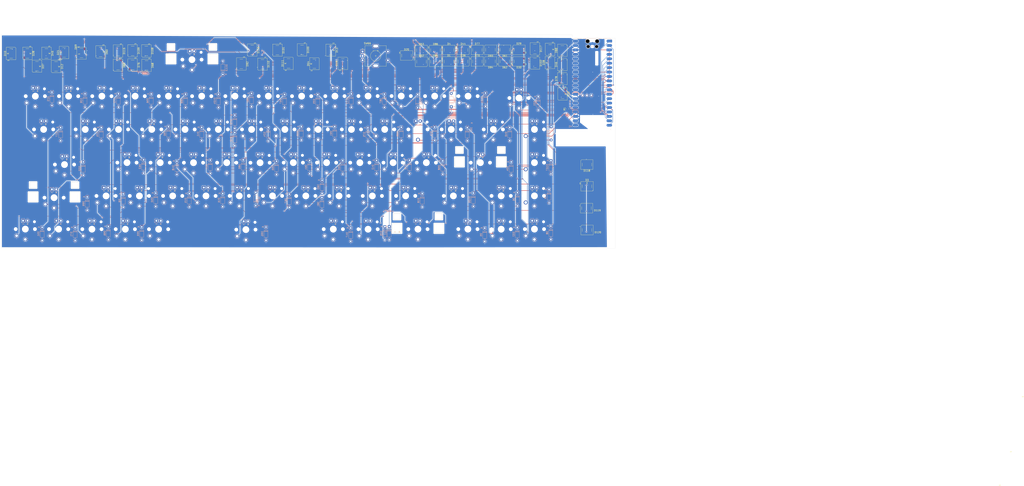
<source format=kicad_pcb>
(kicad_pcb (version 20241229) (generator "pcbnew") (generator_version "9.0")
  (layers (0 "F.Cu" signal) (2 "B.Cu" signal) (13 "F.Paste" user) (15 "B.Paste" user) (5 "F.SilkS" user "F.Silkscreen") (7 "B.SilkS" user "B.Silkscreen") (1 "F.Mask" user) (3 "B.Mask" user) (25 "Edge.Cuts" user))
  (net 0 "")
  (net 2 "/COL8")
  (net 3 "/COL5")
  (net 5 "/COL12")
  (net 6 "/COL10")
  (net 8 "/COL14")
  (net 9 "GND")
  (net 13 "+5V")
  (net 14 "/COL11")
  (net 15 "/COL1")
  (net 16 "/ROW1")
  (net 17 "/COL7")
  (net 20 "/ROW3")
  (net 21 "/COL2")
  (net 22 "/ROTA")
  (net 23 "/ROW5")
  (net 24 "/ROW4")
  (net 25 "/COL3")
  (net 26 "/ROW2")
  (net 27 "Net-(A1-GPIO19)")
  (net 29 "/COL4")
  (net 30 "/ROTB")
  (net 31 "/COL6")
  (net 32 "/COL9")
  (net 33 "/COL13")
  (net 35 "Net-(D5-A)")
  (net 36 "Net-(D6-A)")
  (net 37 "Net-(D7-A)")
  (net 38 "Net-(D8-A)")
  (net 39 "Net-(D9-A)")
  (net 40 "Net-(D14-A)")
  (net 41 "Net-(D15-A)")
  (net 42 "Net-(D16-A)")
  (net 43 "Net-(D17-A)")
  (net 44 "Net-(D18-A)")
  (net 45 "Net-(D23-A)")
  (net 46 "Net-(D24-A)")
  (net 47 "Net-(D25-A)")
  (net 48 "Net-(D26-A)")
  (net 49 "Net-(D27-A)")
  (net 50 "Net-(D31-A)")
  (net 51 "Net-(D32-A)")
  (net 52 "Net-(D33-A)")
  (net 53 "Net-(D34-A)")
  (net 54 "Net-(D35-A)")
  (net 55 "Net-(D39-A)")
  (net 56 "Net-(D40-A)")
  (net 57 "Net-(D41-A)")
  (net 58 "Net-(D42-A)")
  (net 59 "Net-(D43-A)")
  (net 60 "Net-(D47-A)")
  (net 61 "Net-(D48-A)")
  (net 62 "Net-(D49-A)")
  (net 63 "Net-(D50-A)")
  (net 64 "Net-(D51-A)")
  (net 65 "Net-(D55-A)")
  (net 66 "Net-(D56-A)")
  (net 67 "Net-(D57-A)")
  (net 68 "Net-(D58-A)")
  (net 69 "Net-(D59-A)")
  (net 70 "Net-(D63-A)")
  (net 71 "Net-(D64-A)")
  (net 72 "Net-(D65-A)")
  (net 73 "Net-(D66-A)")
  (net 74 "Net-(D67-A)")
  (net 75 "/LEDMAT")
  (net 76 "Net-(D70-DOUT)")
  (net 77 "Net-(D76-DOUT)")
  (net 78 "Net-(D77-DOUT)")
  (net 79 "Net-(D78-DOUT)")
  (net 80 "Net-(D84-DOUT)")
  (net 81 "Net-(D85-DOUT)")
  (net 82 "Net-(D86-DOUT)")
  (net 83 "Net-(D100-DIN)")
  (net 84 "Net-(D100-DOUT)")
  (net 85 "Net-(D101-DOUT)")
  (net 86 "Net-(D102-DOUT)")
  (net 87 "Net-(D108-DOUT)")
  (net 88 "Net-(D109-DOUT)")
  (net 89 "Net-(D110-DOUT)")
  (net 90 "Net-(D115-DOUT)")
  (net 91 "Net-(D116-DOUT)")
  (net 92 "Net-(D117-DOUT)")
  (net 93 "Net-(D118-DOUT)")
  (net 94 "Net-(D119-DOUT)")
  (net 95 "Net-(D120-DOUT)")
  (net 98 "Net-(D1-DOUT)")
  (net 99 "Net-(D11-DIN)")
  (net 100 "Net-(D12-DIN)")
  (net 101 "Net-(D13-DIN)")
  (net 102 "Net-(D10-DOUT)")
  (net 103 "Net-(D11-DOUT)")
  (net 104 "Net-(D12-DOUT)")
  (net 105 "Net-(D13-DOUT)")
  (net 106 "Net-(D19-DOUT)")
  (net 107 "Net-(D20-DOUT)")
  (net 108 "Net-(D21-DOUT)")
  (net 110 "Net-(D28-DOUT)")
  (net 111 "Net-(D29-DOUT)")
  (net 112 "Net-(D30-DOUT)")
  (net 113 "Net-(D36-DOUT)")
  (net 114 "Net-(D37-DOUT)")
  (net 115 "Net-(D44-DOUT)")
  (net 116 "Net-(D45-DOUT)")
  (net 117 "Net-(D46-DOUT)")
  (net 118 "Net-(D52-DOUT)")
  (net 119 "Net-(D53-DOUT)")
  (net 120 "Net-(D54-DOUT)")
  (net 121 "Net-(D60-DOUT)")
  (net 122 "Net-(D61-DOUT)")
  (net 123 "Net-(D62-DOUT)")
  (net 124 "Net-(D68-DOUT)")
  (net 125 "Net-(D69-DOUT)")
  (net 126 "Net-(D71-A)")
  (net 127 "Net-(D72-A)")
  (net 128 "Net-(D73-A)")
  (net 129 "Net-(D74-A)")
  (net 130 "Net-(D75-A)")
  (net 131 "Net-(D79-A)")
  (net 132 "Net-(D80-A)")
  (net 133 "Net-(D81-A)")
  (net 134 "Net-(D82-A)")
  (net 135 "Net-(D83-A)")
  (net 136 "Net-(D87-A)")
  (net 137 "Net-(D88-A)")
  (net 138 "Net-(D89-A)")
  (net 139 "Net-(D90-A)")
  (net 140 "Net-(D91-A)")
  (net 141 "Net-(D101-DIN)")
  (net 142 "Net-(D102-DIN)")
  (net 143 "Net-(D95-A)")
  (net 144 "Net-(D96-A)")
  (net 145 "Net-(D97-A)")
  (net 146 "Net-(D98-A)")
  (net 147 "Net-(D99-A)")
  (net 148 "Net-(D103-A)")
  (net 149 "Net-(D104-A)")
  (net 150 "Net-(D105-A)")
  (net 151 "Net-(D106-A)")
  (net 152 "Net-(D107-A)")
  (net 153 "Net-(D111-A)")
  (net 154 "Net-(D112-A)")
  (net 155 "Net-(D113-A)")
  (net 156 "Net-(D114-A)")
  (net 157 "Net-(D38-DIN)")
  (footprint "Keebio-Parts:Kailh-PG1350-1u" (layer "F.Cu") (at 346.44 250.092)
    (property "Reference" "SW33")
    (property "Value" "SW_Push" (hide yes))
  )
  (footprint "Keebio-Parts:Kailh-PG1350-1u" (layer "F.Cu") (at 289.29 250.1)
    (property "Reference" "SW45")
    (property "Value" "SW_Push" (hide yes))
  )
  (footprint "Keebio-Parts:Kailh-PG1350-1u" (layer "F.Cu") (at 301.26 288.212)
    (property "Reference" "SW9")
    (property "Value" "SW_Push" (hide yes))
  )
  (footprint "Keebio-Parts:Kailh-PG1350-1u" (layer "F.Cu") (at 275.06 269.142)
    (property "Reference" "SW38")
    (property "Value" "SW_Push" (hide yes))
  )
  (footprint "Keebio-Parts:Kailh-PG1350-1.5u" (layer "F.Cu") (at 113.07 250.092)
    (property "Reference" "SW15")
    (property "Value" "SW_Push" (hide yes))
  )
  (footprint "LED_SMD:LED_WS2812B_PLCC4_5.0x5.0mm_P3.2mm" (layer "F.Cu") (at 423.91 295.192 180)
    (property "Reference" "D119")
    (property "Value" "WS2812B")
  )
  (footprint "Keebio-Parts:Kailh-PG1350-2.25u-No-Clickhole" (layer "F.Cu") (at 363.12 269.142)
    (property "Reference" "SW19")
    (property "Value" "SW_Push" (hide yes))
    (fp_line (start -14.65 -3.2) (end -14.65 2.3) (stroke (width 0.12)) (layer "Edge.Cuts"))
    (fp_line (start -14.65 -3.2) (end -9.35 -3.2) (stroke (width 0.12)) (layer "Edge.Cuts"))
    (fp_line (start -14.65 2.3) (end -9.35 2.3) (stroke (width 0.12)) (layer "Edge.Cuts"))
    (fp_line (start -14 -9) (end -14 -5.5) (stroke (width 0.12)) (layer "Edge.Cuts"))
    (fp_line (start -14 -9) (end -10 -9) (stroke (width 0.12)) (layer "Edge.Cuts"))
    (fp_line (start -14 -5.5) (end -10 -5.5) (stroke (width 0.12)) (layer "Edge.Cuts"))
    (fp_line (start -10 -5.5) (end -10 -9) (stroke (width 0.12)) (layer "Edge.Cuts"))
    (fp_line (start -9.35 2.3) (end -9.35 -3.2) (stroke (width 0.12)) (layer "Edge.Cuts"))
    (fp_line (start 9.35 -3.2) (end 9.35 2.3) (stroke (width 0.12)) (layer "Edge.Cuts"))
    (fp_line (start 9.35 -3.2) (end 14.65 -3.2) (stroke (width 0.12)) (layer "Edge.Cuts"))
    (fp_line (start 9.35 2.3) (end 14.65 2.3) (stroke (width 0.12)) (layer "Edge.Cuts"))
    (fp_line (start 10 -9) (end 10 -5.5) (stroke (width 0.12)) (layer "Edge.Cuts"))
    (fp_line (start 10 -9) (end 14 -9) (stroke (width 0.12)) (layer "Edge.Cuts"))
    (fp_line (start 10 -5.5) (end 14 -5.5) (stroke (width 0.12)) (layer "Edge.Cuts"))
    (fp_line (start 14 -5.5) (end 14 -9) (stroke (width 0.12)) (layer "Edge.Cuts"))
    (fp_line (start 14.65 2.3) (end 14.65 -3.2) (stroke (width 0.12)) (layer "Edge.Cuts"))
  )
  (footprint "Keebio-Parts:Kailh-PG1350-1u" (layer "F.Cu") (at 178.89 307.2857)
    (property "Reference" "SW70")
    (property "Value" "SW_Push" (hide yes))
  )
  (footprint "Keebio-Parts:Kailh-PG1350-1u" (layer "F.Cu") (at 102.59 307.222)
    (property "Reference" "SW30")
    (property "Value" "SW_Push" (hide yes))
  )
  (footprint "LED_SMD:LED_WS2812B_PLCC4_5.0x5.0mm_P3.2mm" (layer "F.Cu") (at 94.48 206.552 90)
    (property "Reference" "D10")
    (property "Value" "WS2812B")
  )
  (footprint "LED_SMD:LED_WS2812B_PLCC4_5.0x5.0mm_P3.2mm" (layer "F.Cu") (at 368.9677 204.452 180)
    (property "Reference" "D93")
    (property "Value" "WS2812B")
  )
  (footprint "Keebio-Parts:Kailh-PG1350-1u" (layer "F.Cu") (at 203.57 231.042)
    (property "Reference" "SW62")
    (property "Value" "SW_Push" (hide yes))
  )
  (footprint "LED_SMD:LED_WS2812B_PLCC4_5.0x5.0mm_P3.2mm" (layer "F.Cu") (at 361.3377 204.542)
    (property "Reference" "D77")
    (property "Value" "WS2812B")
  )
  (footprint "Keebio-Parts:Kailh-PG1350-1u" (layer "F.Cu") (at 140.73 307.272)
    (property "Reference" "SW57")
    (property "Value" "SW_Push" (hide yes))
  )
  (footprint "LED_SMD:LED_WS2812B_PLCC4_5.0x5.0mm_P3.2mm" (layer "F.Cu") (at 394.31 203.932 -90)
    (property "Reference" "D117")
    (property "Value" "WS2812B")
  )
  (footprint "Keebio-Parts:Kailh-PG1350-1.5u" (layer "F.Cu") (at 347.66 288.202)
    (property "Reference" "SW63")
    (property "Value" "SW_Push" (hide yes))
  )
  (footprint "LED_SMD:LED_WS2812B_PLCC4_5.0x5.0mm_P3.2mm" (layer "F.Cu") (at 277.45 204.682 -90)
    (property "Reference" "D13")
    (property "Value" "WS2812B")
  )
  (footprint "LED_SMD:LED_WS2812B_PLCC4_5.0x5.0mm_P3.2mm" (layer "F.Cu") (at 410.04 204.772 90)
    (property "Reference" "D11")
    (property "Value" "WS2812B")
  )
  (footprint "Keebio-Parts:Kailh-PG1350-1u" (layer "F.Cu") (at 174.99 250.1)
    (property "Reference" "SW54")
    (property "Value" "SW_Push" (hide yes))
  )
  (footprint "LED_SMD:LED_WS2812B_PLCC4_5.0x5.0mm_P3.2mm" (layer "F.Cu") (at 424.19 282.642)
    (property "Reference" "D3")
    (property "Value" "WS2812B")
  )
  (footprint "Keebio-Parts:Kailh-PG1350-1u" (layer "F.Cu") (at 394.07 269.142)
    (property "Reference" "SW65")
    (property "Value" "SW_Push" (hide yes))
  )
  (footprint "LED_SMD:LED_WS2812B_PLCC4_5.0x5.0mm_P3.2mm" (layer "F.Cu") (at 124.79 206.002 90)
    (property "Reference" "D21")
    (property "Value" "WS2812B")
  )
  (footprint "Keebio-Parts:Kailh-PG1350-1u" (layer "F.Cu") (at 375.02 288.192)
    (property "Reference" "SW2")
    (property "Value" "SW_Push" (hide yes))
  )
  (footprint "LED_SMD:LED_WS2812B_PLCC4_5.0x5.0mm_P3.2mm" (layer "F.Cu") (at 145.74 205.672 -90)
    (property "Reference" "D60")
    (property "Value" "WS2812B")
  )
  (footprint "Keebio-Parts:Kailh-PG1350-1u" (layer "F.Cu") (at 121.65 307.242)
    (property "Reference" "SW41")
    (property "Value" "SW_Push" (hide yes))
  )
  (footprint "Keebio-Parts:Kailh-PG1350-1u" (layer "F.Cu") (at 355.97 307.242)
    (property "Reference" "SW1")
    (property "Value" "SW_Push" (hide yes))
  )
  (footprint "LED_SMD:LED_WS2812B_PLCC4_5.0x5.0mm_P3.2mm" (layer "F.Cu") (at 385.2077 211.072 180)
    (property "Reference" "D30")
    (property "Value" "WS2812B")
  )
  (footprint "LED_SMD:LED_WS2812B_PLCC4_5.0x5.0mm_P3.2mm" (layer "F.Cu") (at 114.68 206.492 -90)
    (property "Reference" "D45")
    (property "Value" "WS2812B")
  )
  (footprint "Keebio-Parts:Kailh-PG1350-1u" (layer "F.Cu") (at 394.07 307.242)
    (property "Reference" "SW4")
    (property "Value" "SW_Push" (hide yes))
  )
  (footprint "LED_SMD:LED_WS2812B_PLCC4_5.0x5.0mm_P3.2mm" (layer "F.Cu") (at 353.2177 204.542)
    (property "Reference" "D44")
    (property "Value" "WS2812B")
  )
  (footprint "Keebio-Parts:Kailh-PG1350-1u" (layer "F.Cu") (at 282.19 288.202)
    (property "Reference" "SW48")
    (property "Value" "SW_Push" (hide yes))
  )
  (footprint "Keebio-Parts:Kailh-PG1350-1u" (layer "F.Cu") (at 298.81 230.9757)
    (property "Reference" "SW51")
    (property "Value" "SW_Push" (hide yes))
  )
  (footprint "Keebio-Parts:Kailh-PG1350-1u" (layer "F.Cu") (at 148.82 288.212)
    (property "Reference" "SW5")
    (property "Value" "SW_Push" (hide yes))
  )
  (footprint "LED_SMD:LED_WS2812B_PLCC4_5.0x5.0mm_P3.2mm" (layer "F.Cu") (at 226.24 212.572 -90)
    (property "Reference" "D92")
    (property "Value" "WS2812B")
  )
  (footprint "LED_SMD:LED_WS2812B_PLCC4_5.0x5.0mm_P3.2mm" (layer "F.Cu") (at 337.4577 204.672)
    (property "Reference" "D86")
    (property "Value" "WS2812B")
  )
  (footprint "LED_SMD:LED_WS2812B_PLCC4_5.0x5.0mm_P3.2mm" (layer "F.Cu") (at 424.19 307.742 180)
    (property "Reference" "D120")
    (property "Value" "WS2812B")
  )
  (footprint "LED_SMD:LED_WS2812B_PLCC4_5.0x5.0mm_P3.2mm" (layer "F.Cu") (at 345.0977 204.542)
    (property "Reference" "D4")
    (property "Value" "WS2812B")
  )
  (footprint "LED_SMD:LED_WS2812B_PLCC4_5.0x5.0mm_P3.2mm" (layer "F.Cu") (at 345.0977 211.162)
    (property "Reference" "D1")
    (property "Value" "WS2812B")
  )
  (footprint "Keebio-Parts:Kailh-PG1350-1u" (layer "F.Cu") (at 298.82 307.292)
    (property "Reference" "SW26")
    (property "Value" "SW_Push" (hide yes))
  )
  (footprint "Keebio-Parts:Kailh-PG1350-1u" (layer "F.Cu") (at 332.17 269.142)
    (property "Reference" "SW34")
    (property "Value" "SW_Push" (hide yes))
  )
  (footprint "Keebio-Parts:Kailh-PG1350-1u" (layer "F.Cu") (at 356.06 231.022)
    (property "Reference" "SW69")
    (property "Value" "SW_Push" (hide yes))
  )
  (footprint "Keebio-Parts:Kailh-PG1350-1u" (layer "F.Cu") (at 375.03 307.272)
    (property "Reference" "SW17")
    (property "Value" "SW_Push" (hide yes))
  )
  (footprint "LED_SMD:LED_WS2812B_PLCC4_5.0x5.0mm_P3.2mm" (layer "F.Cu") (at 172 213.382 -90)
    (property "Reference" "D68")
    (property "Value" "WS2812B")
  )
  (footprint "LED_SMD:LED_WS2812B_PLCC4_5.0x5.0mm_P3.2mm" (layer "F.Cu") (at 164.03 213.162 -90)
    (property "Reference" "D76")
    (property "Value" "WS2812B")
  )
  (footprint "Keebio-Parts:Kailh-PG1350-1u" (layer "F.Cu") (at 186.96 288.202)
    (property "Reference" "SW7")
    (property "Value" "SW_Push" (hide yes))
  )
  (footprint "LED_SMD:LED_WS2812B_PLCC4_5.0x5.0mm_P3.2mm" (layer "F.Cu") (at 109.25 213.862 -90)
    (property "Reference" "D37")
    (property "Value" "WS2812B")
  )
  (footprint "LED_SMD:LED_WS2812B_PLCC4_5.0x5.0mm_P3.2mm" (layer "F.Cu") (at 238.37 212.732 -90)
    (property "Reference" "D110")
    (property "Value" "WS2812B")
  )
  (footprint "Keebio-Parts:Kailh-PG1350-1u" (layer "F.Cu") (at 136.89 250.1)
    (property "Reference" "SW13")
    (property "Value" "SW_Push" (hide yes))
  )
  (footprint "LED_SMD:LED_WS2812B_PLCC4_5.0x5.0mm_P3.2mm" (layer "F.Cu") (at 410.04 221.012 90)
    (property "Reference" "D78")
    (property "Value" "WS2812B")
  )
  (footprint "LED_SMD:LED_WS2812B_PLCC4_5.0x5.0mm_P3.2mm" (layer "F.Cu") (at 424.08 270.242 180)
    (property "Reference" "D118")
    (property "Value" "WS2812B")
  )
  (footprint "Keebio-Parts:Kailh-PG1350-1u" (layer "F.Cu") (at 251.19 250.1)
    (property "Reference" "SW35")
    (property "Value" "SW_Push" (hide yes))
  )
  (footprint "Keebio-Parts:Kailh-PG1350-1u" (layer "F.Cu") (at 278.91 307.262)
    (property "Reference" "SW71")
    (property "Value" "SW_Push" (hide yes))
  )
  (footprint "LED_SMD:LED_WS2812B_PLCC4_5.0x5.0mm_P3.2mm" (layer "F.Cu") (at 261.01 204.512 -90)
    (property "Reference" "D100")
    (property "Value" "WS2812B")
  )
  (footprint "Keebio-Parts:Kailh-PG1350-1u" (layer "F.Cu") (at 244.1 288.182)
    (property "Reference" "SW40")
    (property "Value" "SW_Push" (hide yes))
  )
  (footprint "Keebio-Parts:Kailh-PG1350-1u" (layer "F.Cu") (at 370.53 250.112)
    (property "Reference" "SW22")
    (property "Value" "SW_Push" (hide yes))
  )
  (footprint "LED_SMD:LED_WS2812B_PLCC4_5.0x5.0mm_P3.2mm" (layer "F.Cu") (at 232.49 204.602 -90)
    (property "Reference" "D116")
    (property "Value" "WS2812B")
  )
  (footprint "Keebio-Parts:Kailh-PG1350-1u" (layer "F.Cu") (at 241.72 231.022)
    (property "Reference" "SW58")
    (property "Value" "SW_Push" (hide yes))
  )
  (footprint "LED_SMD:LED_WS2812B_PLCC4_5.0x5.0mm_P3.2mm" (layer "F.Cu") (at 377.0877 211.072 180)
    (property "Reference" "D62")
    (property "Value" "WS2812B")
  )
  (footprint "LED_SMD:LED_WS2812B_PLCC4_5.0x5.0mm_P3.2mm" (layer "F.Cu") (at 120.18 214.012 -90)
    (property "Reference" "D12")
    (property "Value" "WS2812B")
  )
  (footprint "Keebio-Parts:Kailh-PG1350-1u" (layer "F.Cu") (at 160.79 269.122)
    (property "Reference" "SW36")
    (property "Value" "SW_Push" (hide yes))
  )
  (footprint "LED_SMD:LED_WS2812B_PLCC4_5.0x5.0mm_P3.2mm" (layer "F.Cu") (at 368.9677 211.072 180)
    (property "Reference" "D94")
    (property "Value" "WS2812B")
  )
  (footprint "Keebio-Parts:Kailh-PG1350-1u" (layer "F.Cu") (at 294.11 269.142)
    (property "Reference" "SW25")
    (property "Value" "SW_Push" (hide yes))
  )
  (footprint "Keebio-Parts:Kailh-PG1350-1u" (layer "F.Cu") (at 394.06 288.172)
    (property "Reference" "SW28")
    (property "Value" "SW_Push" (hide yes))
  )
  (footprint "Keebio-Parts:Kailh-PG1350-1u" (layer "F.Cu") (at 159.84 307.2757)
    (property "Reference" "SW31")
    (property "Value" "SW_Push" (hide yes))
  )
  (footprint "Keebio-Parts:Kailh-PG1350-1u" (layer "F.Cu") (at 213.09 250.1)
    (property "Reference" "SW43")
    (property "Value" "SW_Push" (hide yes))
  )
  (footprint "LED_SMD:LED_WS2812B_PLCC4_5.0x5.0mm_P3.2mm" (layer "F.Cu") (at 164.03 205.042 -90)
    (property "Reference" "D109")
    (property "Value" "WS2812B")
  )
  (footprint "Keebio-Parts:RotaryEncoder_Alps_EC11E-Switch_Vertical_H20mm" (layer "F.Cu") (at 303.15 207.962)
    (property "Reference" "SW66")
    (property "Value" "RotaryEncoder_Switch")
  )
  (footprint "LED_SMD:LED_WS2812B_PLCC4_5.0x5.0mm_P3.2mm" (layer "F.Cu") (at 377.0877 204.452 180)
    (property "Reference" "D61")
    (property "Value" "WS2812B")
  )
  (footprint "LED_SMD:LED_WS2812B_PLCC4_5.0x5.0mm_P3.2mm" (layer "F.Cu") (at 253.31 212.242 90)
    (property "Reference" "D111")
    (property "Value" "1N4148")
  )
  (footprint "Keebio-Parts:Kailh-PG1350-1u" (layer "F.Cu") (at 198.87 269.162)
    (property "Reference" "SW6")
    (property "Value" "SW_Push" (hide yes))
  )
  (footprint "Resistor_SMD:R_0805_2012Metric" (layer "F.Cu") (at 412.95 238.3395 90)
    (property "Reference" "R1")
    (property "Value" "440")
  )
  (footprint "Keebio-Parts:Kailh-PG1350-1u" (layer "F.Cu") (at 194.04 250.1)
    (property "Reference" "SW23")
    (property "Value" "SW_Push" (hide yes))
  )
  (footprint "LED_SMD:LED_WS2812B_PLCC4_5.0x5.0mm_P3.2mm" (layer "F.Cu") (at 284.34 212.242 90)
    (property "Reference" "D19")
    (property "Value" "WS2812B")
  )
  (footprint "Keebio-Parts:Kailh-PG1350-2u" (layer "F.Cu") (at 327.37 307.252)
    (property "Reference" "SW3")
    (property "Value" "SW_Push" (hide yes))
    (fp_line (start -14.65 -3.2) (end -14.65 2.3) (stroke (width 0.12)) (layer "Edge.Cuts"))
    (fp_line (start -14.65 -3.2) (end -9.35 -3.2) (stroke (width 0.12)) (layer "Edge.Cuts"))
    (fp_line (start -14.65 2.3) (end -9.35 2.3) (stroke (width 0.12)) (layer "Edge.Cuts"))
    (fp_line (start -14 -9) (end -14 -5.5) (stroke (width 0.12)) (layer "Edge.Cuts"))
    (fp_line (start -14 -9) (end -10 -9) (stroke (width 0.12)) (layer "Edge.Cuts"))
    (fp_line (start -14 -5.5) (end -10 -5.5) (stroke (width 0.12)) (layer "Edge.Cuts"))
    (fp_line (start -10 -5.5) (end -10 -9) (stroke (width 0.12)) (layer "Edge.Cuts"))
    (fp_line (start -9.35 2.3) (end -9.35 -3.2) (stroke (width 0.12)) (layer "Edge.Cuts"))
    (fp_line (start 9.35 -3.2) (end 9.35 2.3) (stroke (width 0.12)) (layer "Edge.Cuts"))
    (fp_line (start 9.35 -3.2) (end 14.65 -3.2) (stroke (width 0.12)) (layer "Edge.Cuts"))
    (fp_line (start 9.35 2.3) (end 14.65 2.3) (stroke (width 0.12)) (layer "Edge.Cuts"))
    (fp_line (start 10 -9) (end 10 -5.5) (stroke (width 0.12)) (layer "Edge.Cuts"))
    (fp_line (start 10 -9) (end 14 -9) (stroke (width 0.12)) (layer "Edge.Cuts"))
    (fp_line (start 10 -5.5) (end 14 -5.5) (stroke (width 0.12)) (layer "Edge.Cuts"))
    (fp_line (start 14 -5.5) (end 14 -9) (stroke (width 0.12)) (layer "Edge.Cuts"))
    (fp_line (start 14.65 2.3) (end 14.65 -3.2) (stroke (width 0.12)) (layer "Edge.Cuts"))
  )
  (footprint "Keebio-Parts:Kailh-PG1350-1u" (layer "F.Cu") (at 125.02 270.232)
    (property "Reference" "SW18")
    (property "Value" "SW_Push" (hide yes))
  )
  (footprint "Keebio-Parts:Kailh-PG1350-1u" (layer "F.Cu") (at 317.79 230.972)
    (property "Reference" "SW61")
    (property "Value" "SW_Push" (hide yes))
  )
  (footprint "Keebio-Parts:Kailh-PG1350-1u" (layer "F.Cu") (at 127.37 231.042)
    (property "Reference" "SW21")
    (property "Value" "SW_Push" (hide yes))
  )
  (footprint "Keebio-Parts:Kailh-PG1350-2u" (layer "F.Cu") (at 198 210.092)
    (property "Reference" "SW68")
    (property "Value" "SW_Push" (hide yes))
    (fp_line (start -14.65 -3.2) (end -14.65 2.3) (stroke (width 0.12)) (layer "Edge.Cuts"))
    (fp_line (start -14.65 -3.2) (end -9.35 -3.2) (stroke (width 0.12)) (layer "Edge.Cuts"))
    (fp_line (start -14.65 2.3) (end -9.35 2.3) (stroke (width 0.12)) (layer "Edge.Cuts"))
    (fp_line (start -14 -9) (end -14 -5.5) (stroke (width 0.12)) (layer "Edge.Cuts"))
    (fp_line (start -14 -9) (end -10 -9) (stroke (width 0.12)) (layer "Edge.Cuts"))
    (fp_line (start -14 -5.5) (end -10 -5.5) (stroke (width 0.12)) (layer "Edge.Cuts"))
    (fp_line (start -10 -5.5) (end -10 -9) (stroke (width 0.12)) (layer "Edge.Cuts"))
    (fp_line (start -9.35 2.3) (end -9.35 -3.2) (stroke (width 0.12)) (layer "Edge.Cuts"))
    (fp_line (start 9.35 -3.2) (end 9.35 2.3) (stroke (width 0.12)) (layer "Edge.Cuts"))
    (fp_line (start 9.35 -3.2) (end 14.65 -3.2) (stroke (width 0.12)) (layer "Edge.Cuts"))
    (fp_line (start 9.35 2.3) (end 14.65 2.3) (stroke (width 0.12)) (layer "Edge.Cuts"))
    (fp_line (start 10 -9) (end 10 -5.5) (stroke (width 0.12)) (layer "Edge.Cuts"))
    (fp_line (start 10 -9) (end 14 -9) (stroke (width 0.12)) (layer "Edge.Cuts"))
    (fp_line (start 10 -5.5) (end 14 -5.5) (stroke (width 0.12)) (layer "Edge.Cuts"))
    (fp_line (start 14 -5.5) (end 14 -9) (stroke (width 0.12)) (layer "Edge.Cuts"))
    (fp_line (start 14.65 2.3) (end 14.65 -3.2) (stroke (width 0.12)) (layer "Edge.Cuts"))
  )
  (footprint "Keebio-Parts:Kailh-PG1350-1u" (layer "F.Cu") (at 236.98 269.182)
    (property "Reference" "SW39")
    (property "Value" "SW_Push" (hide yes))
  )
  (footprint "LED_SMD:LED_WS2812B_PLCC4_5.0x5.0mm_P3.2mm" (layer "F.Cu") (at 103.78 206.532 -90)
    (property "Reference" "D28")
    (property "Value" "WS2812B")
  )
  (footprint "Keebio-Parts:Kailh-PG1350-1u" (layer "F.Cu") (at 263.18 288.202)
    (property "Reference" "SW50")
    (property "Value" "SW_Push" (hide yes))
  )
  (footprint "Keebio-Parts:Kailh-PG1350-1u" (layer "F.Cu") (at 279.84 231.022)
    (property "Reference" "SW67")
    (property "Value" "SW_Push" (hide yes))
  )
  (footprint "Keebio-Parts:Kailh-PG1350-1u" (layer "F.Cu") (at 179.8 269.142)
    (property "Reference" "SW27")
    (property "Value" "SW_Push" (hide yes))
  )
  (footprint "LED_SMD:LED_WS2812B_PLCC4_5.0x5.0mm_P3.2mm" (layer "F.Cu") (at 171.86 205.122 -90)
    (property "Reference" "D108")
    (property "Value" "WS2812B")
  )
  (footprint "LED_SMD:LED_WS2812B_PLCC4_5.0x5.0mm_P3.2mm" (layer "F.Cu") (at 403.05 204.222 -90)
    (property "Reference" "D2")
    (property "Value" "WS2812B")
  )
  (footprint "Keebio-Parts:Kailh-PG1350-1u" (layer "F.Cu") (at 327.39 250.092)
    (property "Reference" "SW44")
    (property "Value" "SW_Push" (hide yes))
  )
  (footprint "Keebio-Parts:Kailh-PG1350-1.75u-No-Clickhole" (layer "F.Cu") (at 385.23 232.1057)
    (property "Reference" "SW16")
    (property "Value" "SW_Push" (hide yes))
  )
  (footprint "LED_SMD:LED_WS2812B_PLCC4_5.0x5.0mm_P3.2mm" (layer "F.Cu") (at 134.75 206.372 90)
    (property "Reference" "D69")
    (property "Value" "WS2812B")
  )
  (footprint "Keebio-Parts:Kailh-PG1350-1u" (layer "F.Cu") (at 184.52 231.042)
    (property "Reference" "SW52")
    (property "Value" "SW_Push" (hide yes))
  )
  (footprint "LED_SMD:LED_WS2812B_PLCC4_5.0x5.0mm_P3.2mm" (layer "F.Cu") (at 402.9 211.812 90)
    (property "Reference" "D38")
    (property "Value" "WS2812B")
  )
  (footprint "LED_SMD:LED_WS2812B_PLCC4_5.0x5.0mm_P3.2mm" (layer "F.Cu") (at 353.2177 211.162)
    (property "Reference" "D36")
    (property "Value" "WS2812B")
  )
  (footprint "Keebio-Parts:Kailh-PG1350-1u" (layer "F.Cu") (at 232.14 250.1)
    (property "Reference" "SW24")
    (property "Value" "SW_Push" (hide yes))
  )
  (footprint "LED_SMD:LED_WS2812B_PLCC4_5.0x5.0mm_P3.2mm" (layer "F.Cu") (at 329.3377 211.292)
    (property "Reference" "D52")
    (property "Value" "WS2812B")
  )
  (footprint "Keebio-Parts:Kailh-PG1350-1u" (layer "F.Cu") (at 225.08 288.182)
    (property "Reference" "SW14")
    (property "Value" "SW_Push" (hide yes))
  )
  (footprint "Keebio-Parts:Kailh-PG1350-1u" (layer "F.Cu") (at 155.94 250.1)
    (property "Reference" "SW12")
    (property "Value" "SW_Push" (hide yes))
  )
  (footprint "Keebio-Parts:Kailh-PG1350-1u" (layer "F.Cu") (at 165.47 231.042)
    (property "Reference" "SW32")
    (property "Value" "SW_Push" (hide yes))
  )
  (footprint "Keebio-Parts:Kailh-PG1350-1u" (layer "F.Cu") (at 228.87 307.5157)
    (property "Reference" "SW56")
    (property "Value" "SW_Push" (hide yes))
  )
  (footprint "LED_SMD:LED_WS2812B_PLCC4_5.0x5.0mm_P3.2mm" (layer "F.Cu") (at 155.7 205.152 -90)
    (property "Reference" "D115")
    (property "Value" "WS2812B")
  )
  (footprint "Keebio-Parts:Kailh-PG1350-1u" (layer "F.Cu") (at 320.34 288.192)
    (property "Reference" "SW10")
    (property "Value" "SW_Push" (hide yes))
  )
  (footprint "Keebio-Parts:Kailh-PG1350-1u" (layer "F.Cu") (at 256.01 269.132)
    (property "Reference" "SW37")
    (property "Value" "SW_Push" (hide yes))
  )
  (footprint "LED_SMD:LED_WS2812B_PLCC4_5.0x5.0mm_P3.2mm" (layer "F.Cu") (at 361.3377 211.162)
    (property "Reference" "D70")
    (property "Value" "WS2812B")
  )
  (footprint "Keebio-Parts:Kailh-PG1350-1u" (layer "F.Cu") (at 206.02 288.202)
    (property "Reference" "SW8")
    (property "Value" "SW_Push" (hide yes))
  )
  (footprint "LED_SMD:LED_WS2812B_PLCC4_5.0x5.0mm_P3.2mm" (layer "F.Cu") (at 394.31 212.052 -90)
    (property "Reference" "D102")
    (property "Value" "WS2812B")
  )
  (footprint "Keebio-Parts:Kailh-PG1350-1u" (layer "F.Cu") (at 146.42 231.042)
    (property "Reference" "SW42")
    (property "Value" "SW_Push" (hide yes))
  )
  (footprint "LED_SMD:LED_WS2812B_PLCC4_5.0x5.0mm_P3.2mm" (layer "F.Cu") (at 385.2077 204.452 180)
    (property "Reference" "D29")
    (property "Value" "WS2812B")
  )
  (footprint "LED_SMD:LED_WS2812B_PLCC4_5.0x5.0mm_P3.2mm" (layer "F.Cu") (at 337.4577 211.292)
    (property "Reference" "D84")
    (property "Value" "WS2812B")
  )
  (footprint "Keebio-Parts:Kailh-PG1350-1u" (layer "F.Cu") (at 222.61 231.032)
    (property "Reference" "SW49")
    (property "Value" "SW_Push" (hide yes))
  )
  (footprint "Keebio-Parts:Kailh-PG1350-1u" (layer "F.Cu") (at 308.34 250.092)
    (property "Reference" "SW53")
    (property "Value" "SW_Push" (hide yes))
  )
  (footprint "Keebio-Parts:Kailh-PG1350-1u" (layer "F.Cu") (at 270.24 250.1)
    (property "Reference" "SW55")
    (property "Value" "SW_Push" (hide yes))
  )
  (footprint "LED_SMD:LED_WS2812B_PLCC4_5.0x5.0mm_P3.2mm" (layer "F.Cu") (at 329.3377 204.672)
    (property "Reference" "D53")
    (property "Value" "WS2812B")
  )
  (footprint "LED_SMD:LED_WS2812B_PLCC4_5.0x5.0mm_P3.2mm" (layer "F.Cu") (at 155.7 213.272 -90)
    (property "Reference" "D85")
    (property "Value" "WS2812B")
  )
  (footprint "Keebio-Parts:Kailh-PG1350-1u" (layer "F.Cu") (at 108.32 231.042)
    (property "Reference" "SW11")
    (property "Value" "SW_Push" (hide yes))
  )
  (footprint "Keebio-Parts:Kailh-PG1350-1u" (layer "F.Cu") (at 217.9 269.152)
    (property "Reference" "SW47")
    (property "Value" "SW_Push" (hide yes))
  )
  (footprint "Keebio-Parts:Kailh-PG1350-1u" (layer "F.Cu") (at 167.9 288.202)
    (property "Reference" "SW29")
    (property "Value" "SW_Push" (hide yes))
  )
  (footprint "LED_SMD:LED_WS2812B_PLCC4_5.0x5.0mm_P3.2mm" (layer "F.Cu") (at 268.08 212.412 90)
    (property "Reference" "D54")
    (property "Value" "WS2812B")
  )
  (footprint "LED_SMD:LED_WS2812B_PLCC4_5.0x5.0mm_P3.2mm" (layer "F.Cu") (at 320.88 207.772)
    (property "Reference" "D20")
    (property "Value" "WS2812B")
  )
  (footprint "LED_SMD:LED_WS2812B_PLCC4_5.0x5.0mm_P3.2mm" (layer "F.Cu") (at 410.04 212.892 90)
    (property "Reference" "D46")
    (property "Value" "WS2812B")
  )
  (footprint "LED_SMD:LED_WS2812B_PLCC4_5.0x5.0mm_P3.2mm" (layer "F.Cu") (at 246.91 204.682 -90)
    (property "Reference" "D101")
    (property "Value" "WS2812B")
  )
  (footprint "Keebio-Parts:Kailh-PG1350-2.25u-No-Clickhole" (layer "F.Cu") (at 119.05 289.212)
    (property "Reference" "SW60")
    (property "Value" "SW_Push" (hide yes))
    (fp_line (start -14.65 -3.2) (end -14.65 2.3) (stroke (width 0.12)) (layer "Edge.Cuts"))
    (fp_line (start -14.65 -3.2) (end -9.35 -3.2) (stroke (width 0.12)) (layer "Edge.Cuts"))
    (fp_line (start -14.65 2.3) (end -9.35 2.3) (stroke (width 0.12)) (layer "Edge.Cuts"))
    (fp_line (start -14 -9) (end -14 -5.5) (stroke (width 0.12)) (layer "Edge.Cuts"))
    (fp_line (start -14 -9) (end -10 -9) (stroke (width 0.12)) (layer "Edge.Cuts"))
    (fp_line (start -14 -5.5) (end -10 -5.5) (stroke (width 0.12)) (layer "Edge.Cuts"))
    (fp_line (start -10 -5.5) (end -10 -9) (stroke (width 0.12)) (layer "Edge.Cuts"))
    (fp_line (start -9.35 2.3) (end -9.35 -3.2) (stroke (width 0.12)) (layer "Edge.Cuts"))
    (fp_line (start 9.35 -3.2) (end 9.35 2.3) (stroke (width 0.12)) (layer "Edge.Cuts"))
    (fp_line (start 9.35 -3.2) (end 14.65 -3.2) (stroke (width 0.12)) (layer "Edge.Cuts"))
    (fp_line (start 9.35 2.3) (end 14.65 2.3) (stroke (width 0.12)) (layer "Edge.Cuts"))
    (fp_line (start 10 -9) (end 10 -5.5) (stroke (width 0.12)) (layer "Edge.Cuts"))
    (fp_line (start 10 -9) (end 14 -9) (stroke (width 0.12)) (layer "Edge.Cuts"))
    (fp_line (start 10 -5.5) (end 14 -5.5) (stroke (width 0.12)) (layer "Edge.Cuts"))
    (fp_line (start 14 -5.5) (end 14 -9) (stroke (width 0.12)) (layer "Edge.Cuts"))
    (fp_line (start 14.65 2.3) (end 14.65 -3.2) (stroke (width 0.12)) (layer "Edge.Cuts"))
  )
  (footprint "Keebio-Parts:Kailh-PG1350-1u" (layer "F.Cu") (at 260.78 231.042)
    (property "Reference" "SW20")
    (property "Value" "SW_Push" (hide yes))
  )
  (footprint "Keebio-Parts:Kailh-PG1350-1u" (layer "F.Cu") (at 336.94 231.012)
    (property "Reference" "SW59")
    (property "Value" "SW_Push" (hide yes))
  )
  (footprint "Keebio-Parts:Kailh-PG1350-1u" (layer "F.Cu") (at 313.15 269.142)
    (property "Reference" "SW46")
    (property "Value" "SW_Push" (hide yes))
  )
  (footprint "LED_SMD:LED_WS2812B_PLCC4_5.0x5.0mm_P3.2mm" (layer "F.Cu") (at 410.11 229.762 -90)
    (property "Reference" "D22")
    (property "Value" "WS2812B")
  )
  (footprint "Keebio-Parts:Kailh-PG1350-1u" (layer "F.Cu") (at 394.07 250.092)
    (property "Reference" "SW64")
    (property "Value" "SW_Push" (hide yes))
  )
  (footprint "Diode_THT:D_DO-35_SOD27_P7.62mm_Horizontal" (layer "B.Cu") (at 138.04 288.762 -90)
    (property "Reference" "D99")
    (property "Value" "1N4148")
  )
  (footprint "Diode_THT:D_DO-35_SOD27_P7.62mm_Horizontal" (layer "B.Cu") (at 366.06 229.222 -90)
    (property "Reference" "D114")
    (property "Value" "1N4148")
  )
  (footprint "Diode_THT:D_DO-35_SOD27_P7.62mm_Horizontal" (layer "B.Cu") (at 322.53 267.742 -90)
    (property "Reference" "D79")
    (property "Value" "1N4148")
  )
  (footprint "Diode_THT:D_DO-35_SOD27_P7.62mm_Horizontal" (layer "B.Cu") (at 289.24 229.732 -90)
    (property "Reference" "D112")
    (property "Value" "1N4148")
  )
  (footprint "Diode_THT:D_DO-35_SOD27_P7.62mm_Horizontal" (layer "B.Cu") (at 131.09 306.242 -90)
    (property "Reference" "D71")
    (property "Value" "1N4148")
  )
  (footprint "Diode_THT:D_DO-35_SOD27_P7.62mm_Horizontal" (layer "B.Cu") (at 359.11 286.542 -90)
    (property "Reference" "D105")
    (property "Value" "1N4148")
  )
  (footprint "Diode_THT:D_DO-35_SOD27_P7.62mm_Horizontal" (layer "B.Cu") (at 310.93 305.772 -90)
    (property "Reference" "D7")
    (property "Value" "1N4148")
  )
  (footprint "Diode_THT:D_DO-35_SOD27_P7.62mm_Horizontal" (layer "B.Cu") (at 122.78 248.992 -90)
    (property "Reference" "D27")
    (property "Value" "1N4148")
  )
  (footprint "Diode_THT:D_DO-35_SOD27_P7.62mm_Horizontal" (layer "B.Cu") (at 327.2 237.702 90)
    (property "Reference" "D103")
    (property "Value" "1N4148")
  )
  (footprint "Diode_THT:D_DO-35_SOD27_P7.62mm_Horizontal" (layer "B.Cu") (at 184.56 248.552 -90)
    (property "Reference" "D90")
    (property "Value" "1N4148")
  )
  (footprint "Diode_THT:D_DO-35_SOD27_P7.62mm_Horizontal" (layer "B.Cu") (at 234.54 293.792 90)
    (property "Reference" "D17")
    (property "Value" "1N4148")
  )
  (footprint "Diode_THT:D_DO-35_SOD27_P7.62mm_Horizontal" (layer "B.Cu") (at 112.2 306.152 -90)
    (property "Reference" "D51")
    (property "Value" "1N4148")
  )
  (footprint "Diode_THT:D_DO-35_SOD27_P7.62mm_Horizontal" (layer "B.Cu") (at 215.71 218.562 90)
    (property "Reference" "D113")
    (property "Value" "1N4148")
  )
  (footprint "Diode_THT:D_DO-35_SOD27_P7.62mm_Horizontal" (layer "B.Cu") (at 189.39 268.262 -90)
    (property "Reference" "D48")
    (property "Value" "1N4148")
  )
  (footprint "Diode_THT:D_DO-35_SOD27_P7.62mm_Horizontal" (layer "B.Cu") (at 380.78 268.722 -90)
    (property "Reference" "D34")
    (property "Value" "1N4148")
  )
  (footprint "Diode_THT:D_DO-35_SOD27_P7.62mm_Horizontal" (layer "B.Cu") (at 265.38 267.852 -90)
    (property "Reference" "D64")
    (property "Value" "1N4148")
  )
  (footprint "Diode_THT:D_DO-35_SOD27_P7.62mm_Horizontal" (layer "B.Cu") (at 308.41 305.822 -90)
    (property "Reference" "D26")
    (property "Value" "1N4148")
  )
  (footprint "Diode_THT:D_DO-35_SOD27_P7.62mm_Horizontal" (layer "B.Cu") (at 403.52 267.982 -90)
    (property "Reference" "D107")
    (property "Value" "1N4148")
  )
  (footprint "Diode_THT:D_DO-35_SOD27_P7.62mm_Horizontal" (layer "B.Cu") (at 246.41 268.312 -90)
    (property "Reference" "D66")
    (property "Value" "1N4148")
  )
  (footprint "Diode_THT:D_DO-35_SOD27_P7.62mm_Horizontal" (layer "B.Cu") (at 402.43 284.612 -90)
    (property "Reference" "D49")
    (property "Value" "1N4148")
  )
  (footprint "Diode_THT:D_DO-35_SOD27_P7.62mm_Horizontal" (layer "B.Cu") (at 270.03 230.132 -90)
    (property "Reference" "D35")
    (property "Value" "1N4148")
  )
  (footprint "Diode_THT:D_DO-35_SOD27_P7.62mm_Horizontal" (layer "B.Cu") (at 346.46 237.11 90)
    (property "Reference" "D98")
    (property "Value" "1N4148")
  )
  (footprint "Diode_THT:D_DO-35_SOD27_P7.62mm_Horizontal" (layer "B.Cu") (at 341.58 268.132 -90)
    (property "Reference" "D58")
    (property "Value" "1N4148")
  )
  (footprint "Diode_THT:D_DO-35_SOD27_P7.62mm_Horizontal" (layer "B.Cu") (at 203.55 248.902 -90)
    (property "Reference" "D41")
    (property "Value" "1N4148")
  )
  (footprint "Diode_THT:D_DO-35_SOD27_P7.62mm_Horizontal" (layer "B.Cu") (at 365.62 306.642 -90)
    (property "Reference" "D5")
    (property "Value" "1N4148")
  )
  (footprint "Diode_THT:D_DO-35_SOD27_P7.62mm_Horizontal" (layer "B.Cu") (at 174.66 229.762 -90)
    (property "Reference" "D56")
    (property "Value" "1N4148")
  )
  (footprint "Diode_THT:D_DO-35_SOD27_P7.62mm_Horizontal" (layer "B.Cu") (at 208.5 267.652 -90)
    (property "Reference" "D14")
    (property "Value" "1N4148")
  )
  (footprint "Diode_THT:D_DO-35_SOD27_P7.62mm_Horizontal" (layer "B.Cu") (at 135.79 268.712 -90)
    (property "Reference" "D33")
    (property "Value" "1N4148")
  )
  (footprint "Diode_THT:D_DO-35_SOD27_P7.62mm_Horizontal" (layer "B.Cu") (at 253.72 287.152 -90)
    (property "Reference" "D67")
    (property "Value" "1N4148")
  )
  (footprint "Diode_THT:D_DO-35_SOD27_P7.62mm_Horizontal" (layer "B.Cu") (at 227.36 267.552 -90)
    (property "Reference" "D80")
    (property "Value" "1N4148")
  )
  (footprint "Diode_THT:D_DO-35_SOD27_P7.62mm_Horizontal" (layer "B.Cu") (at 213.17 229.912 -90)
    (property "Reference" "D104")
    (property "Value" "1N4148")
  )
  (footprint "Diode_THT:D_DO-35_SOD27_P7.62mm_Horizontal" (layer "B.Cu") (at 117.85 228.692 -90)
    (property "Reference" "D23")
    (property "Value" "1N4148")
  )
  (footprint "Diode_THT:D_DO-35_SOD27_P7.62mm_Horizontal" (layer "B.Cu") (at 396.24 231.352 -90)
    (property "Reference" "D31")
    (property "Value" "1N4148")
  )
  (footprint "Diode_THT:D_DO-35_SOD27_P7.62mm_Horizontal" (layer "B.Cu") (at 279.75 248.472 -90)
    (property "Reference" "D91")
    (property "Value" "1N4148")
  )
  (footprint "Diode_THT:D_DO-35_SOD27_P7.62mm_Horizontal" (layer "B.Cu") (at 158.64 287.042 -90)
    (property "Reference" "D9")
    (property "Value" "1N4148")
  )
  (footprint "Diode_THT:D_DO-35_SOD27_P7.62mm_Horizontal" (layer "B.Cu") (at 146.05 249.002 -90)
    (property "Reference" "D25")
    (property "Value" "1N4148")
  )
  (footprint "Diode_THT:D_DO-35_SOD27_P7.62mm_Horizontal" (layer "B.Cu") (at 250.99 230.032 -90)
    (property "Reference" "D97")
    (property "Value" "1N4148")
  )
  (footprint "Diode_THT:D_DO-35_SOD27_P7.62mm_Horizontal" (layer "B.Cu") (at 194.31 229.882 -90)
    (property "Reference" "D88")
    (property "Value" "1N4148")
  )
  (footprint "Diode_THT:D_DO-35_SOD27_P7.62mm_Horizontal" (layer "B.Cu") (at 403.63 248.522 -90)
    (property "Reference" "D106")
    (property "Value" "1N4148")
  )
  (footprint "Diode_THT:D_DO-35_SOD27_P7.62mm_Horizontal" (layer "B.Cu") (at 298.74 249.192 -90)
    (property "Reference" "D75")
    (property "Value" "1N4148")
  )
  (footprint "Diode_THT:D_DO-35_SOD27_P7.62mm_Horizontal" (layer "B.Cu") (at 355.63 249.012 -90)
    (property "Reference" "D57")
    (property "Value" "1N4148")
  )
  (footprint "Diode_THT:D_DO-35_SOD27_P7.62mm_Horizontal" (layer "B.Cu") (at 317.85 248.842 -90)
    (property "Reference" "D89")
    (property "Value" "1N4148")
  )
  (footprint "Module:RaspberryPi_Pico_W_SMD_HandSolder" (layer "B.Cu") (at 427.25 223.572 180)
    (property "Reference" "A1")
    (property "Value" "RaspberryPi_Pico_W")
  )
  (footprint "Diode_THT:D_DO-35_SOD27_P7.62mm_Horizontal" (layer "B.Cu") (at 329.81 286.932 -90)
    (property "Reference" "D18")
    (property "Value" "1N4148")
  )
  (footprint "Diode_THT:D_DO-35_SOD27_P7.62mm_Horizontal" (layer "B.Cu") (at 232.09 229.442 -90)
    (property "Reference" "D82")
    (property "Value" "1N4148")
  )
  (footprint "Diode_THT:D_DO-35_SOD27_P7.62mm_Horizontal" (layer "B.Cu") (at 272.48 279.202 -90)
    (property "Reference" "D83")
    (property "Value" "1N4148")
  )
  (footprint "Diode_THT:D_DO-35_SOD27_P7.62mm_Horizontal" (layer "B.Cu") (at 136.77 229.722 -90)
    (property "Reference" "D39")
    (property "Value" "1N4148")
  )
  (footprint "Diode_THT:D_DO-35_SOD27_P7.62mm_Horizontal" (layer "B.Cu") (at 403.49 305.502 -90)
    (property "Reference" "D8")
    (property "Value" "1N4148")
  )
  (footprint "Diode_THT:D_DO-35_SOD27_P7.62mm_Horizontal" (layer "B.Cu") (at 384.27 306.252 -90)
    (property "Reference" "D32")
    (property "Value" "1N4148")
  )
  (footprint "Diode_THT:D_DO-35_SOD27_P7.62mm_Horizontal" (layer "B.Cu") (at 222.52 251.812 -90)
    (property "Reference" "D42")
    (property "Value" "1N4148")
  )
  (footprint "Diode_THT:D_DO-35_SOD27_P7.62mm_Horizontal" (layer "B.Cu") (at 150.16 305.692 -90)
    (property "Reference" "D96")
    (property "Value" "1N4148")
  )
  (footprint "Diode_THT:D_DO-35_SOD27_P7.62mm_Horizontal" (layer "B.Cu") (at 241.64 249.112 -90)
    (property "Reference" "D24")
    (property "Value" "1N4148")
  )
  (footprint "Diode_THT:D_DO-35_SOD27_P7.62mm_Horizontal" (layer "B.Cu") (at 272.42 289.042 -90)
    (property "Reference" "D81")
    (property "Value" "1N4148")
  )
  (footprint "Diode_THT:D_DO-35_SOD27_P7.62mm_Horizontal" (layer "B.Cu") (at 284.33 268.052 -90)
    (property "Reference" "D65")
    (property "Value" "1N4148")
  )
  (footprint "Diode_THT:D_DO-35_SOD27_P7.62mm_Horizontal" (layer "B.Cu") (at 170.3 267.522 -90)
    (property "Reference" "D63")
    (property "Value" "1N4148")
  )
  (footprint "Diode_THT:D_DO-35_SOD27_P7.62mm_Horizontal" (layer "B.Cu") (at 155.92 229.702 -90)
    (property "Reference" "D72")
    (property "Value" "1N4148")
  )
  (footprint "Diode_THT:D_DO-35_SOD27_P7.62mm_Horizontal" (layer "B.Cu") (at 384.34 286.312 -90)
    (property "Reference" "D6")
    (property "Value" "1N4148")
  )
  (footprint "Diode_THT:D_DO-35_SOD27_P7.62mm_Horizontal" (layer "B.Cu") (at 240.38 306.042 -90)
    (property "Reference" "D95")
    (property "Value" "1N4148")
  )
  (footprint "Diode_THT:D_DO-35_SOD27_P7.62mm_Horizontal" (layer "B.Cu") (at 308.17 229.832 -90)
    (property "Reference" "D87")
    (property "Value" "1N4148")
  )
  (footprint "Diode_THT:D_DO-35_SOD27_P7.62mm_Horizontal" (layer "B.Cu") (at 215.57 286.762 -90)
    (property "Reference" "D16")
    (property "Value" "1N4148")
  )
  (footprint "Diode_THT:D_DO-35_SOD27_P7.62mm_Horizontal" (layer "B.Cu") (at 303.68 267.822 -90)
    (property "Reference" "D43")
    (property "Value" "1N4148")
  )
  (footprint "Diode_THT:D_DO-35_SOD27_P7.62mm_Horizontal" (layer "B.Cu") (at 260.61 248.552 -90)
    (property "Reference" "D59")
    (property "Value" "1N4148")
  )
  (footprint "Diode_THT:D_DO-35_SOD27_P7.62mm_Horizontal" (layer "B.Cu") (at 336.96 248.712 -90)
    (property "Reference" "D74")
    (property "Value" "1N4148")
  )
  (footprint "Diode_THT:D_DO-35_SOD27_P7.62mm_Horizontal" (layer "B.Cu") (at 177.28 286.592 -90)
    (property "Reference" "D50")
    (property "Value" "1N4148")
  )
  (footprint "Diode_THT:D_DO-35_SOD27_P7.62mm_Horizontal" (layer "B.Cu") (at 196.48 286.892 -90)
    (property "Reference" "D15")
    (property "Value" "1N4148")
  )
  (footprint "Diode_THT:D_DO-35_SOD27_P7.62mm_Horizontal" (layer "B.Cu") (at 379.92 248.962 -90)
    (property "Reference" "D40")
    (property "Value" "1N4148")
  )
  (footprint "Diode_THT:D_DO-35_SOD27_P7.62mm_Horizontal" (layer "B.Cu") (at 288.89 306.602 -90)
    (property "Reference" "D47")
    (property "Value" "1N4148")
  )
  (footprint "Diode_THT:D_DO-35_SOD27_P7.62mm_Horizontal" (layer "B.Cu") (at 222.55 241.892 -90)
    (property "Reference" "D73")
    (property "Value" "1N4148")
  )
  (footprint "Diode_THT:D_DO-35_SOD27_P7.62mm_Horizontal" (layer "B.Cu") (at 169.25 305.952 -90)
    (property "Reference" "D55")
    (property "Value" "1N4148")
  )
  (gr_line (start 440.3 318.25) (end 440.3 197.76) (stroke (width 0.05)) (layer "Edge.Cuts"))
  (gr_line (start 88.7 318.09) (end 440.3 318.25) (stroke (width 0.05)) (layer "Edge.Cuts"))
  (gr_line (start 415.71 197.76) (end 415.71 195.76) (stroke (width 0.05)) (layer "Edge.Cuts"))
  (gr_line (start 440.04 197.76) (end 415.71 197.76) (stroke (width 0.05)) (layer "Edge.Cuts"))
  (gr_line (start 440.04 197.76) (end 440.3 197.76) (stroke (width 0.05)) (layer "Edge.Cuts"))
  (gr_line (start 88.7 195.76) (end 88.7 318.09) (stroke (width 0.05)) (layer "Edge.Cuts"))
  (gr_line (start 415.71 195.76) (end 88.7 195.76) (stroke (width 0.05)) (layer "Edge.Cuts"))
  (gr_text "SAMHITHS PERSONAL KEYBOARD" (at 93.34 292.98 90) (layer "F.Cu") (effects (font (size 3 3) (thickness 0.75) (bold yes)) (justify left bottom)))
  (segment (start 278.0865 247.0647) (end 282.6511 242.5001) (width 0.2) (layer "F.Cu") (net 2))
  (segment (start 412.8825 242.2647) (end 412.977 242.1702) (width 0.2) (layer "F.Cu") (net 2))
  (segment (start 415.3557 239.7915) (end 421.7483 239.7915) (width 0.2) (layer "F.Cu") (net 2))
  (segment (start 216.4235 272.982) (end 231.98 272.982) (width 0.2) (layer "F.Cu") (net 2))
  (segment (start 412.977 242.1702) (end 415.3557 239.7915) (width 0.2) (layer "F.Cu") (net 2))
  (segment (start 157.204 271.508) (end 207.2464 271.508) (width 0.2) (layer "F.Cu") (net 2))
  (segment (start 270.06 272.942) (end 251.02 272.942) (width 0.2) (layer "F.Cu") (net 2))
  (segment (start 282.6511 242.5001) (end 412.6471 242.5001) (width 0.2) (layer "F.Cu") (net 2))
  (segment (start 250.96 272.982) (end 231.98 272.982) (width 0.2) (layer "F.Cu") (net 2))
  (segment (start 434.5981 239.8839) (end 434.6006 239.8814) (width 0.2) (layer "F.Cu") (net 2))
  (segment (start 433.1832 239.8839) (end 434.5981 239.8839) (width 0.2) (layer "F.Cu") (net 2))
  (segment (start 432.9245 239.6252) (end 433.1832 239.8839) (width 0.2) (layer "F.Cu") (net 2))
  (segment (start 251.01 272.932) (end 250.96 272.982) (width 0.2) (layer "F.Cu") (net 2))
  (segment (start 268.92 247.0647) (end 278.0865 247.0647) (width 0.2) (layer "F.Cu") (net 2))
  (segment (start 155.79 272.922) (end 157.204 271.508) (width 0.2) (layer "F.Cu") (net 2))
  (segment (start 421.7483 239.7915) (end 421.9146 239.6252) (width 0.2) (layer "F.Cu") (net 2))
  (segment (start 421.9146 239.6252) (end 432.9245 239.6252) (width 0.2) (layer "F.Cu") (net 2))
  (segment (start 251.02 272.942) (end 251.01 272.932) (width 0.2) (layer "F.Cu") (net 2))
  (segment (start 210.1566 274.4182) (end 214.9873 274.4182) (width 0.2) (layer "F.Cu") (net 2))
  (segment (start 412.6471 242.5001) (end 412.8825 242.2647) (width 0.2) (layer "F.Cu") (net 2))
  (segment (start 412.8825 242.2647) (end 412.977 242.1702) (width 0.2) (layer "F.Cu") (net 2))
  (segment (start 421.7483 239.7915) (end 421.9146 239.6252) (width 0.2) (layer "F.Cu") (net 2))
  (segment (start 268.8224 246.9671) (end 268.92 247.0647) (width 0.2) (layer "F.Cu") (net 2))
  (segment (start 214.9873 274.4182) (end 216.4235 272.982) (width 0.2) (layer "F.Cu") (net 2))
  (segment (start 207.2464 271.508) (end 210.1566 274.4182) (width 0.2) (layer "F.Cu") (net 2))
  (via (at 268.8224 246.9671) (size 0.6) (drill 0.3) (layers "F.Cu" "B.Cu") (net 2))
  (via (at 434.6006 239.8814) (size 0.6) (drill 0.3) (layers "F.Cu" "B.Cu") (net 2))
  (segment (start 267.9717 247.8178) (end 268.8224 246.9671) (width 0.2) (layer "B.Cu") (net 2))
  (segment (start 270.9694 272.0326) (end 270.9694 268.3284) (width 0.2) (layer "B.Cu") (net 2))
  (segment (start 267.9717 265.3307) (end 267.9717 247.8178) (width 0.2) (layer "B.Cu") (net 2))
  (segment (start 239.1 291.982) (end 243.4922 291.982) (width 0.2) (layer "B.Cu") (net 2))
  (segment (start 243.4922 291.982) (end 251.01 284.4642) (width 0.2) (layer "B.Cu") (net 2))
  (segment (start 436.94 237.542) (end 434.6006 239.8814) (width 0.2) (layer "B.Cu") (net 2))
  (segment (start 270.9694 268.3284) (end 267.9717 265.3307) (width 0.2) (layer "B.Cu") (net 2))
  (segment (start 251.01 284.4642) (end 251.01 272.932) (width 0.2) (layer "B.Cu") (net 2))
  (segment (start 270.06 272.942) (end 270.9694 272.0326) (width 0.2) (layer "B.Cu") (net 2))
  (segment (start 361.3636 258.0784) (end 365.53 253.912) (width 0.2) (layer "F.Cu") (net 3))
  (segment (start 370.7218 228.9833) (end 412.4768 228.9833) (width 0.2) (layer "F.Cu") (net 3))
  (segment (start 412.4768 228.9833) (end 412.7122 228.7479) (width 0.2) (layer "F.Cu") (net 3))
  (segment (start 212.0969 252.435) (end 213.5619 253.9) (width 0.2) (layer "F.Cu") (net 3))
  (segment (start 213.5619 253.9) (end 227.14 253.9) (width 0.2) (layer "F.Cu") (net 3))
  (segment (start 370.105 228.3665) (end 370.7218 228.9833) (width 0.2) (layer "F.Cu") (net 3))
  (segment (start 289.11 272.942) (end 285.9649 269.7968) (width 0.2) (layer "F.Cu") (net 3))
  (segment (start 285.9649 269.7968) (end 289.6695 266.0922) (width 0.2) (layer "F.Cu") (net 3))
  (segment (start 189.04 253.9) (end 194.557 253.9) (width 0.2) (layer "F.Cu") (net 3))
  (segment (start 128.0516 240.5236) (end 185.4132 240.5236) (width 0.2) (layer "F.Cu") (net 3))
  (segment (start 285.9648 269.7969) (end 284.1068 269.7969) (width 0.2) (layer "F.Cu") (net 3))
  (segment (start 412.7122 228.7479) (end 412.8785 228.5816) (width 0.2) (layer "F.Cu") (net 3))
  (segment (start 284.1068 269.7969) (end 280.555 266.2451) (width 0.2) (layer "F.Cu") (net 3))
  (segment (start 296.5301 266.0922) (end 304.5438 258.0785) (width 0.2) (layer "F.Cu") (net 3))
  (segment (start 285.9649 269.7968) (end 285.9648 269.7969) (width 0.2) (layer "F.Cu") (net 3))
  (segment (start 361.3636 258.0785) (end 361.3636 258.0784) (width 0.2) (layer "F.Cu") (net 3))
  (segment (start 196.022 252.435) (end 212.0969 252.435) (width 0.2) (layer "F.Cu") (net 3))
  (segment (start 122.37 234.842) (end 128.0516 240.5236) (width 0.2) (layer "F.Cu") (net 3))
  (segment (start 438.3786 228.5816) (end 438.5868 228.3734) (width 0.2) (layer "F.Cu") (net 3))
  (segment (start 412.8785 228.5816) (end 438.3786 228.5816) (width 0.2) (layer "F.Cu") (net 3))
  (segment (start 289.6695 266.0922) (end 296.5301 266.0922) (width 0.2) (layer "F.Cu") (net 3))
  (segment (start 194.557 253.9) (end 196.022 252.435) (width 0.2) (layer "F.Cu") (net 3))
  (segment (start 304.5438 258.0785) (end 361.3636 258.0785) (width 0.2) (layer "F.Cu") (net 3))
  (segment (start 280.555 266.2451) (end 228.3118 266.2451) (width 0.2) (layer "F.Cu") (net 3))
  (segment (start 412.7122 228.7479) (end 412.8785 228.5816) (width 0.2) (layer "F.Cu") (net 3))
  (via (at 438.5868 228.3734) (size 0.6) (drill 0.3) (layers "F.Cu" "B.Cu") (net 3))
  (via (at 228.3118 266.2451) (size 0.6) (drill 0.3) (layers "F.Cu" "B.Cu") (net 3))
  (via (at 370.105 228.3665) (size 0.6) (drill 0.3) (layers "F.Cu" "B.Cu") (net 3))
  (via (at 185.4132 240.5236) (size 0.6) (drill 0.3) (layers "F.Cu" "B.Cu") (net 3))
  (segment (start 436.94 227.382) (end 437.5954 227.382) (width 0.2) (layer "B.Cu") (net 3))
  (segment (start 367.179 252.263) (end 365.53 253.912) (width 0.2) (layer "B.Cu") (net 3))
  (segment (start 367.179 231.2925) (end 367.179 252.263) (width 0.2) (layer "B.Cu") (net 3))
  (segment (start 437.5954 227.382) (end 438.5868 228.3734) (width 0.2) (layer "B.Cu") (net 3))
  (segment (start 228.3118 255.0718) (end 227.14 253.9) (width 0.2) (layer "B.Cu") (net 3))
  (segment (start 228.3118 266.2451) (end 228.3118 255.0718) (width 0.2) (layer "B.Cu") (net 3))
  (segment (start 370.105 228.3665) (end 367.179 231.2925) (width 0.2) (layer "B.Cu") (net 3))
  (segment (start 185.4132 240.5236) (end 186.6402 241.7506) (width 0.2) (layer "B.Cu") (net 3))
  (segment (start 186.6402 251.5002) (end 189.04 253.9) (width 0.2) (layer "B.Cu") (net 3))
  (segment (start 186.6402 241.7506) (end 186.6402 251.5002) (width 0.2) (layer "B.Cu") (net 3))
  (segment (start 331.781 241.258) (end 411.6322 241.258) (width 0.2) (layer "F.Cu") (net 5))
  (segment (start 249.7181 234.822) (end 236.72 234.822) (width 0.2) (layer "F.Cu") (net 5))
  (segment (start 331.3793 240.8563) (end 330.9776 240.4546) (width 0.2) (layer "F.Cu") (net 5))
  (segment (start 223.87 311.3157) (end 222.2027 309.6484) (width 0.2) (layer "F.Cu") (net 5))
  (segment (start 330.9776 240.4546) (end 255.3507 240.4546) (width 0.2) (layer "F.Cu") (net 5))
  (segment (start 331.3793 240.8563) (end 331.781 241.258) (width 0.2) (layer "F.Cu") (net 5))
  (segment (start 411.6322 241.258) (end 411.8112 241.079) (width 0.2) (layer "F.Cu") (net 5))
  (segment (start 137.1536 309.6484) (end 135.73 311.072) (width 0.2) (layer "F.Cu") (net 5))
  (segment (start 130.9006 293.012) (end 114.05 293.012) (width 0.2) (layer "F.Cu") (net 5))
  (segment (start 255.3507 240.4546) (end 249.7181 234.822) (width 0.2) (layer "F.Cu") (net 5))
  (segment (start 131.793 293.9044) (end 130.9006 293.012) (width 0.2) (layer "F.Cu") (net 5))
  (segment (start 222.2027 309.6484) (end 137.1536 309.6484) (width 0.2) (layer "F.Cu") (net 5))
  (via (at 411.8112 241.079) (size 0.6) (drill 0.3) (layers "F.Cu" "B.Cu") (net 5))
  (via (at 131.793 293.9044) (size 0.6) (drill 0.3) (layers "F.Cu" "B.Cu") (net 5))
  (via (at 331.3793 240.8563) (size 0.6) (drill 0.3) (layers "F.Cu" "B.Cu") (net 5))
  (segment (start 225.519 302.465) (end 225.519 309.6667) (width 0.2) (layer "B.Cu") (net 5))
  (segment (start 234.9881 236.5539) (end 234.9881 256.8944) (width 0.2) (layer "B.Cu") (net 5))
  (segment (start 331.3793 240.8563) (end 331.94 240.2956) (width 0.2) (layer "B.Cu") (net 5))
  (segment (start 229.1498 262.7327) (end 229.1498 283.0208) (width 0.2) (layer "B.Cu") (net 5))
  (segment (start 411.8112 241.9532) (end 411.8112 241.079) (width 0.2) (layer "B.Cu") (net 5))
  (segment (start 225.519 309.6667) (end 223.87 311.3157) (width 0.2) (layer "B.Cu") (net 5))
  (segment (start 417.56 247.702) (end 411.8112 241.9532) (width 0.2) (layer "B.Cu") (net 5))
  (segment (start 234.9881 256.8944) (end 229.1498 262.7327) (width 0.2) (layer "B.Cu") (net 5))
  (segment (start 227.9281 284.2425) (end 227.9281 300.0559) (width 0.2) (layer "B.Cu") (net 5))
  (segment (start 236.72 234.822) (end 234.9881 236.5539) (width 0.2) (layer "B.Cu") (net 5))
  (segment (start 227.9281 300.0559) (end 225.519 302.465) (width 0.2) (layer "B.Cu") (net 5))
  (segment (start 135.73 311.072) (end 132.8355 308.1775) (width 0.2) (layer "B.Cu") (net 5))
  (segment (start 229.1498 283.0208) (end 227.9281 284.2425) (width 0.2) (layer "B.Cu") (net 5))
  (segment (start 132.8355 294.9469) (end 131.793 293.9044) (width 0.2) (layer "B.Cu") (net 5))
  (segment (start 331.94 240.2956) (end 331.94 234.812) (width 0.2) (layer "B.Cu") (net 5))
  (segment (start 132.8355 308.1775) (end 132.8355 294.9469) (width 0.2) (layer "B.Cu") (net 5))
  (segment (start 281.9826 274.3898) (end 280.738 273.1452) (width 0.2) (layer "F.Cu") (net 6))
  (segment (start 313.5059 241.4813) (end 314.123 242.0984) (width 0.2) (layer "F.Cu") (net 6))
  (segment (start 290.9879 274.3898) (end 281.9826 274.3898) (width 0.2) (layer "F.Cu") (net 6))
  (segment (start 308.15 272.942) (end 292.4357 272.942) (width 0.2) (layer "F.Cu") (net 6))
  (segment (start 258.18 292.002) (end 277.19 292.002) (width 0.2) (layer "F.Cu") (net 6))
  (segment (start 279.0864 271.4936) (end 214.3584 271.4936) (width 0.2) (layer "F.Cu") (net 6))
  (segment (start 433.3736 239.2235) (end 433.4323 239.2822) (width 0.2) (layer "F.Cu") (net 6))
  (segment (start 412.3847 242.0984) (end 415.2596 239.2235) (width 0.2) (layer "F.Cu") (net 6))
  (segment (start 415.2596 239.2235) (end 433.3736 239.2235) (width 0.2) (layer "F.Cu") (net 6))
  (segment (start 280.738 273.1452) (end 279.0864 271.4936) (width 0.2) (layer "F.Cu") (net 6))
  (segment (start 214.3584 271.4936) (end 212.9 272.952) (width 0.2) (layer "F.Cu") (net 6))
  (segment (start 292.4357 272.942) (end 290.9879 274.3898) (width 0.2) (layer "F.Cu") (net 6))
  (segment (start 314.123 242.0984) (end 412.3847 242.0984) (width 0.2) (layer "F.Cu") (net 6))
  (via (at 313.5059 241.4813) (size 0.6) (drill 0.3) (layers "F.Cu" "B.Cu") (net 6))
  (via (at 280.738 273.1452) (size 0.6) (drill 0.3) (layers "F.Cu" "B.Cu") (net 6))
  (via (at 433.4323 239.2822) (size 0.6) (drill 0.3) (layers "F.Cu" "B.Cu") (net 6))
  (segment (start 313.5059 241.4813) (end 312.3944 242.5928) (width 0.2) (layer "B.Cu") (net 6))
  (segment (start 434.6553 241.5563) (end 434.6553 243.1501) (width 0.2) (layer "B.Cu") (net 6))
  (segment (start 312.3944 261.4959) (end 309.799 264.0913) (width 0.2) (layer "B.Cu") (net 6))
  (segment (start 216.6645 251.4828) (end 216.6645 235.7775) (width 0.2) (layer "B.Cu") (net 6))
  (segment (start 436.6672 245.162) (end 436.94 245.162) (width 0.2) (layer "B.Cu") (net 6))
  (segment (start 312.3944 242.5928) (end 312.3944 261.4959) (width 0.2) (layer "B.Cu") (net 6))
  (segment (start 433.4323 240.3333) (end 434.6553 241.5563) (width 0.2) (layer "B.Cu") (net 6))
  (segment (start 215.3402 252.8071) (end 216.6645 251.4828) (width 0.2) (layer "B.Cu") (net 6))
  (segment (start 212.9 272.952) (end 215.3402 270.5118) (width 0.2) (layer "B.Cu") (net 6))
  (segment (start 309.799 271.293) (end 308.15 272.942) (width 0.2) (layer "B.Cu") (net 6))
  (segment (start 309.799 264.0913) (end 309.799 271.293) (width 0.2) (layer "B.Cu") (net 6))
  (segment (start 434.6553 243.1501) (end 436.6672 245.162) (width 0.2) (layer "B.Cu") (net 6))
  (segment (start 216.6645 235.7775) (end 217.61 234.832) (width 0.2) (layer "B.Cu") (net 6))
  (segment (start 278.839 275.0442) (end 278.839 290.353) (width 0.2) (layer "B.Cu") (net 6))
  (segment (start 278.839 290.353) (end 277.19 292.002) (width 0.2) (layer "B.Cu") (net 6))
  (segment (start 280.738 273.1452) (end 278.839 275.0442) (width 0.2) (layer "B.Cu") (net 6))
  (segment (start 215.3402 270.5118) (end 215.3402 252.8071) (width 0.2) (layer "B.Cu") (net 6))
  (segment (start 433.4323 239.2822) (end 433.4323 240.3333) (width 0.2) (layer "B.Cu") (net 6))
  (segment (start 298.1907 210.8637) (end 296.7163 212.3381) (width 0.2) (layer "F.Cu") (net 8))
  (segment (start 300.9917 236.2396) (end 300.1559 235.4038) (width 0.2) (layer "F.Cu") (net 8))
  (segment (start 351.06 234.822) (end 349.591 233.353) (width 0.2) (layer "F.Cu") (net 8))
  (segment (start 315.8302 235.9075) (end 315.4981 236.2396) (width 0.2) (layer "F.Cu") (net 8))
  (segment (start 314.3208 233.353) (end 314.208 233.2402) (width 0.2) (layer "F.Cu") (net 8))
  (segment (start 223.454 212.1428) (end 221.7048 213.892) (width 0.2) (layer "F.Cu") (net 8))
  (segment (start 283.7394 212.1428) (end 223.454 212.1428) (width 0.2) (layer "F.Cu") (net 8))
  (segment (start 291.71 234.822) (end 274.84 234.822) (width 0.2) (layer "F.Cu") (net 8))
  (segment (start 300.1559 235.4038) (end 296.7943 235.4038) (width 0.2) (layer "F.Cu") (net 8))
  (segment (start 381.355 234.4659) (end 381.6687 234.7796) (width 0.2) (layer "F.Cu") (net 8))
  (segment (start 310.15 210.462) (end 309.7483 210.8637) (width 0.2) (layer "F.Cu") (net 8))
  (segment (start 395.2651 234.7796) (end 396.2437 233.801) (width 0.2) (layer "F.Cu") (net 8))
  (segment (start 295.9463 236.2518) (end 293.1398 236.2518) (width 0.2) (layer "F.Cu") (net 8))
  (segment (start 283.9347 212.3381) (end 283.7394 212.1428) (width 0.2) (layer "F.Cu") (net 8))
  (segment (start 221.7048 213.892) (end 193 213.892) (width 0.2) (layer "F.Cu") (net 8))
  (segment (start 396.2437 233.801) (end 414.4126 233.801) (width 0.2) (layer "F.Cu") (net 8))
  (segment (start 293.1398 236.2518) (end 291.71 234.822) (width 0.2) (layer "F.Cu") (net 8))
  (segment (start 315.4981 236.2396) (end 300.9917 236.2396) (width 0.2) (layer "F.Cu") (net 8))
  (segment (start 356.015 234.4659) (end 381.355 234.4659) (width 0.2) (layer "F.Cu") (net 8))
  (segment (start 381.6687 234.7796) (end 395.2651 234.7796) (width 0.2) (layer "F.Cu") (net 8))
  (segment (start 296.7943 235.4038) (end 295.9463 236.2518) (width 0.2) (layer "F.Cu") (net 8))
  (segment (start 349.591 233.353) (end 314.3208 233.353) (width 0.2) (layer "F.Cu") (net 8))
  (segment (start 296.7163 212.3381) (end 283.9347 212.3381) (width 0.2) (layer "F.Cu") (net 8))
  (segment (start 309.7483 210.8637) (end 298.1907 210.8637) (width 0.2) (layer "F.Cu") (net 8))
  (segment (start 354.988 235.4929) (end 356.015 234.4659) (width 0.2) (layer "F.Cu") (net 8))
  (via (at 315.8302 235.9075) (size 0.6) (drill 0.3) (layers "F.Cu" "B.Cu") (net 8))
  (via (at 354.988 235.4929) (size 0.6) (drill 0.3) (layers "F.Cu" "B.Cu") (net 8))
  (via (at 314.208 233.2402) (size 0.6) (drill 0.3) (layers "F.Cu" "B.Cu") (net 8))
  (via (at 414.4126 233.801) (size 0.6) (drill 0.3) (layers "F.Cu" "B.Cu") (net 8))
  (segment (start 314.208 233.2402) (end 315.8302 234.8624) (width 0.2) (layer "B.Cu") (net 8))
  (segment (start 414.4126 233.801) (end 414.4126 237.4178) (width 0.2) (layer "B.Cu") (net 8))
  (segment (start 351.06 234.822) (end 354.3171 234.822) (width 0.2) (layer "B.Cu") (net 8))
  (segment (start 417.0768 240.082) (end 417.56 240.082) (width 0.2) (layer "B.Cu") (net 8))
  (segment (start 414.4126 237.4178) (end 417.0768 240.082) (width 0.2) (layer "B.Cu") (net 8))
  (segment (start 354.3171 234.822) (end 354.988 235.4929) (width 0.2) (layer "B.Cu") (net 8))
  (segment (start 314.208 214.52) (end 314.208 233.2402) (width 0.2) (layer "B.Cu") (net 8))
  (segment (start 310.15 210.462) (end 314.208 214.52) (width 0.2) (layer "B.Cu") (net 8))
  (segment (start 315.8302 234.8624) (end 315.8302 235.9075) (width 0.2) (layer "B.Cu") (net 8))
  (segment (start 436.94 220.591543) (end 436.94 217.22) (width 0.2) (layer "F.Cu") (net 9))
  (segment (start 162.38 215.612) (end 162.1529 215.8391) (width 0.2) (layer "F.Cu") (net 9))
  (segment (start 269.1559 210.5361) (end 269.73 209.962) (width 0.2) (layer "F.Cu") (net 9))
  (segment (start 235.4174 214.5242) (end 236.0622 214.5242) (width 0.2) (layer "F.Cu") (net 9))
  (segment (start 96.0791 204.1529) (end 96.13 204.102) (width 0.2) (layer "F.Cu") (net 9))
  (segment (start 104.934548 207.902) (end 104.679 208.157548) (width 0.2) (layer "F.Cu") (net 9))
  (segment (start 331.6375 206.1718) (end 331.7877 206.322) (width 0.2) (layer "F.Cu") (net 9))
  (segment (start 409.0452 231.6268) (end 408.46 232.212) (width 0.2) (layer "F.Cu") (net 9))
  (segment (start 101.9826 208.8346) (end 102.13 208.982) (width 0.2) (layer "F.Cu") (net 9))
  (segment (start 154.05 215.722) (end 153.6585 216.1135) (width 0.2) (layer "F.Cu") (net 9))
  (segment (start 125.1677 203.8779) (end 126.1141 203.8779) (width 0.2) (layer "F.Cu") (net 9))
  (segment (start 419.9833 293.9044) (end 421.0976 293.9044) (width 0.2) (layer "F.Cu") (net 9))
  (segment (start 162.348 207.46) (end 161.3871 207.46) (width 0.2) (layer "F.Cu") (net 9))
  (segment (start 355.5825 206.1068) (end 355.6677 206.192) (width 0.2) (layer "F.Cu") (net 9))
  (segment (start 366.6978 209.6021) (end 366.5177 209.422) (width 0.2) (layer "F.Cu") (net 9))
  (segment (start 412.6666 209.4154) (end 412.6666 210.2621) (width 0.2) (layer "F.Cu") (net 9))
  (segment (start 423.008 267.214) (end 421.63 268.592) (width 0.2) (layer "F.Cu") (net 9))
  (segment (start 436.963343 225.9) (end 434.39 225.9) (width 0.2) (layer "F.Cu") (net 9))
  (segment (start 325.1089 210.5313) (end 324.4393 210.5313) (width 0.2) (layer "F.Cu") (net 9))
  (segment (start 365.0477 212.7799) (end 363.8198 212.7799) (width 0.2) (layer "F.Cu") (net 9))
  (segment (start 153.6585 216.1135) (end 153.0582 216.1135) (width 0.2) (layer "F.Cu") (net 9))
  (segment (start 433.2133 223.38) (end 434.151543 223.38) (width 0.2) (layer "F.Cu") (net 9))
  (segment (start 108.7508 216.7988) (end 108.0868 216.7988) (width 0.2) (layer "F.Cu") (net 9))
  (segment (start 108.5848 216.7988) (end 108.7508 216.7988) (width 0.2) (layer "F.Cu") (net 9))
  (segment (start 95.1182 204.1529) (end 96.0791 204.1529) (width 0.2) (layer "F.Cu") (net 9))
  (segment (start 411.8985 218.7705) (end 411.69 218.562) (width 0.2) (layer "F.Cu") (net 9))
  (segment (start 339.9077 206.322) (end 339.0055 205.4198) (width 0.2) (layer "F.Cu") (net 9))
  (segment (start 259.4373 207.0393) (end 259.36 206.962) (width 0.2) (layer "F.Cu") (net 9))
  (segment (start 367.7863 209.6021) (end 366.6978 209.6021) (width 0.2) (layer "F.Cu") (net 9))
  (segment (start 108.0868 216.7988) (end 107.6 216.312) (width 0.2) (layer "F.Cu") (net 9))
  (segment (start 433.5153 225.9) (end 433.2653 225.65) (width 0.2) (layer "F.Cu") (net 9))
  (segment (start 381.2693 202.929) (end 382.6307 202.929) (width 0.2) (layer "F.Cu") (net 9))
  (segment (start 286.9553 210.5412) (end 286.7392 210.5412) (width 0.2) (layer "F.Cu") (net 9))
  (segment (start 354.3192 206.1068) (end 355.5825 206.1068) (width 0.2) (layer "F.Cu") (net 9))
  (segment (start 363.8198 212.7799) (end 363.7877 212.812) (width 0.2) (layer "F.Cu") (net 9))
  (segment (start 120.386 216.6) (end 118.668 216.6) (width 0.2) (layer "F.Cu") (net 9))
  (segment (start 427.4 217.22) (end 427.39 217.23) (width 0.2) (layer "F.Cu") (net 9))
  (segment (start 415.2285 204.522) (end 417.56 204.522) (width 0.2) (layer "F.Cu") (net 9))
  (segment (start 436.94 242.62) (end 435.79 241.47) (width 0.2) (layer "F.Cu") (net 9))
  (segment (start 154.05 207.602) (end 153.078 207.602) (width 0.2) (layer "F.Cu") (net 9))
  (segment (start 417.56 204.522) (end 412.6666 209.4154) (width 0.2) (layer "F.Cu") (net 9))
  (segment (start 170.21 207.572) (end 170.6179 207.9799) (width 0.2) (layer "F.Cu") (net 9))
  (segment (start 144.09 208.122) (end 143.9246 207.9566) (width 0.2) (layer "F.Cu") (net 9))
  (segment (start 405.2186 208.6934) (end 404.55 209.362) (width 0.2) (layer "F.Cu") (net 9))
  (segment (start 347.5156 212.7799) (end 347.5477 212.812) (width 0.2) (layer "F.Cu") (net 9))
  (segment (start 431.898 229.922) (end 436.94 229.922) (width 0.2) (layer "F.Cu") (net 9))
  (segment (start 104.679 208.157548) (end 104.679 210.705) (width 0.2) (layer "F.Cu") (net 9))
  (segment (start 421.4148 305.7668) (end 421.74 306.092) (width 0.2) (layer "F.Cu") (net 9))
  (segment (start 143.9246 207.9566) (end 143.116 207.9566) (width 0.2) (layer "F.Cu") (net 9))
  (segment (start 101.0971 208.8346) (end 101.9826 208.8346) (width 0.2) (layer "F.Cu") (net 9))
  (segment (start 427.5738 285.2258) (end 426.64 284.292) (width 0.2) (layer "F.Cu") (net 9))
  (segment (start 223.8288 215.022) (end 224.59 215.022) (width 0.2) (layer "F.Cu") (net 9))
  (segment (start 324.4393 210.5313) (end 323.33 209.422) (width 0.2) (layer "F.Cu") (net 9))
  (segment (start 229.853 207.7616) (end 230.1304 207.7616) (width 0.2) (layer "F.Cu") (net 9))
  (segment (start 330.5028 212.8713) (end 331.717 212.8713) (width 0.2) (layer "F.Cu") (net 9))
  (segment (start 171.3421 216.1724) (end 170.6904 216.1724) (width 0.2) (layer "F.Cu") (net 9))
  (segment (start 439.1878 228.124457) (end 436.963343 225.9) (width 0.2) (layer "F.Cu") (net 9))
  (segment (start 339.9077 212.942) (end 338.964 213.8857) (width 0.2) (layer "F.Cu") (net 9))
  (segment (start 286.7392 210.5412) (end 285.99 209.792) (width 0.2) (layer "F.Cu") (net 9))
  (segment (start 162.1529 215.8391) (end 161.4036 215.8391) (width 0.2) (layer "F.Cu") (net 9))
  (segment (start 412.0412 201.9708) (end 411.69 202.322) (width 0.2) (layer "F.Cu") (net 9))
  (segment (start 108.7508 216.7988) (end 108.5848 216.7988) (width 0.2) (layer "F.Cu") (net 9))
  (segment (start 170.6904 216.1724) (end 170.35 215.832) (width 0.2) (layer "F.Cu") (net 9))
  (segment (start 411.8699 210.2621) (end 411.69 210.442) (width 0.2) (layer "F.Cu") (net 9))
  (segment (start 436.94 229.922) (end 438.545 229.922) (width 0.2) (layer "F.Cu") (net 9))
  (segment (start 114.07 207.902) (end 113.03 208.942) (width 0.2) (layer "F.Cu") (net 9))
  (segment (start 438.545 229.922) (end 439.1878 229.2792) (width 0.2) (layer "F.Cu") (net 9))
  (segment (start 375.4689 201.9708) (end 374.6377 202.802) (width 0.2) (layer "F.Cu") (net 9))
  (segment (start 346.276 212.7799) (end 347.5156 212.7799) (width 0.2) (layer "F.Cu") (net 9))
  (segment (start 244.1557 207.1507) (end 245.2413 207.1507) (width 0.2) (layer "F.Cu") (net 9))
  (segment (start 339.0055 205.4198) (end 337.3371 205.4198) (width 0.2) (layer "F.Cu") (net 9))
  (segment (start 381.6981 210.2243) (end 381.9554 210.2243) (width 0.2) (layer "F.Cu") (net 9))
  (segment (start 382.6307 202.929) (end 382.7577 202.802) (width 0.2) (layer "F.Cu") (net 9))
  (segment (start 230.1304 207.7616) (end 230.84 207.052) (width 0.2) (layer "F.Cu") (net 9))
  (segment (start 363.8729 206.1068) (end 363.7877 206.192) (width 0.2) (layer "F.Cu") (net 9))
  (segment (start 436.94 217.22) (end 436.94 204.522) (width 0.2) (layer "F.Cu") (net 9))
  (segment (start 114.4447 207.902) (end 114.07 207.902) (width 0.2) (layer "F.Cu") (net 9))
  (segment (start 137.4144 204.9364) (end 136.4 203.922) (width 0.2) (layer "F.Cu") (net 9))
  (segment (start 104.679 210.705) (end 107.4627 213.4887) (width 0.2) (layer "F.Cu") (net 9))
  (segment (start 126.1141 203.8779) (end 126.44 203.552) (width 0.2) (layer "F.Cu") (net 9))
  (segment (start 268.7327 210.5361) (end 269.1559 210.5361) (width 0.2) (layer "F.Cu") (net 9))
  (segment (start 114.4447 207.902) (end 104.934548 207.902) (width 0.2) (layer "F.Cu") (net 9))
  (segment (start 412.6773 201.9708) (end 415.2285 204.522) (width 0.2) (layer "F.Cu") (net 9))
  (segment (start 423.7975 267.214) (end 423.008 267.214) (width 0.2) (layer "F.Cu") (net 9))
  (segment (start 347.4625 206.1068) (end 347.5477 206.192) (width 0.2) (layer "F.Cu") (net 9))
  (segment (start 374.6378 209.422) (end 374.6377 209.422) (width 0.2) (layer "F.Cu") (net 9))
  (segment (start 435.79 241.47) (end 427.55 241.47) (width 0.2) (layer "F.Cu") (net 9))
  (segment (start 394.1056 204.9364) (end 392.66 206.382) (width 0.2) (layer "F.Cu") (net 9))
  (segment (start 345.7909 206.1068) (end 347.4625 206.1068) (width 0.2) (layer "F.Cu") (net 9))
  (segment (start 245.2413 207.1507) (end 245.26 207.132) (width 0.2) (layer "F.Cu") (net 9))
  (segment (start 355.662 212.8063) (end 355.6677 212.812) (width 0.2) (layer "F.Cu") (net 9))
  (segment (start 406.1708 208.6934) (end 405.2186 208.6934) (width 0.2) (layer "F.Cu") (net 9))
  (segment (start 107.4627 213.4887) (end 118.4587 213.4887) (width 0.2) (layer "F.Cu") (net 9))
  (segment (start 223.612 214.8052) (end 223.8288 215.022) (width 0.2) (layer "F.Cu") (net 9))
  (segment (start 393.6275 213.8867) (end 393.2753 213.8867) (width 0.2) (layer "F.Cu") (net 9))
  (segment (start 436.94 204.522) (end 417.56 204.522) (width 0.2) (layer "F.Cu") (net 9))
  (segment (start 434.151543 223.38) (end 436.94 220.591543) (width 0.2) (layer "F.Cu") (net 9))
  (segment (start 409.4371 231.6268) (end 409.0452 231.6268) (width 0.2) (layer "F.Cu") (net 9))
  (segment (start 138.0453 204.9364) (end 137.4144 204.9364) (width 0.2) (layer "F.Cu") (net 9))
  (segment (start 365.0873 206.1068) (end 363.8729 206.1068) (width 0.2) (layer "F.Cu") (net 9))
  (segment (start 162.38 207.492) (end 162.348 207.46) (width 0.2) (layer "F.Cu") (net 9))
  (segment (start 260.5927 207.0393) (end 259.4373 207.0393) (width 0.2) (layer "F.Cu") (net 9))
  (segment (start 412.7197 218.7705) (end 411.8985 218.7705) (width 0.2) (layer "F.Cu") (net 9))
  (segment (start 375.5688 210.353) (end 374.6378 209.422) (width 0.2) (layer "F.Cu") (net 9))
  (segment (start 412.6773 201.9708) (end 412.0412 201.9708) (width 0.2) (layer "F.Cu") (net 9))
  (segment (start 331.717 212.8713) (end 331.7877 212.942) (width 0.2) (layer "F.Cu") (net 9))
  (segment (start 434.39 225.9) (end 433.5153 225.9) (width 0.2) (layer "F.Cu") (net 9))
  (segment (start 170.6179 207.9799) (end 171.1999 207.9799) (width 0.2) (layer "F.Cu") (net 9))
  (segment (start 118.668 216.6) (end 118.53 216.462) (width 0.2) (layer "F.Cu") (net 9))
  (segment (start 376.4701 201.9708) (end 375.4689 201.9708) (width 0.2) (layer "F.Cu") (net 9))
  (segment (start 412.6666 210.2621) (end 411.8699 210.2621) (width 0.2) (layer "F.Cu") (net 9))
  (segment (start 120.68 216.306) (end 120.386 216.6) (width 0.2) (layer "F.Cu") (net 9))
  (segment (start 393.2753 213.8867) (end 392.66 214.502) (width 0.2) (layer "F.Cu") (net 9))
  (segment (start 439.1878 229.2792) (end 439.1878 228.124457) (width 0.2) (layer "F.Cu") (net 9))
  (segment (start 120.68 215.71) (end 120.68 216.306) (width 0.2) (layer "F.Cu") (net 9))
  (segment (start 420.1233 305.7668) (end 421.4148 305.7668) (width 0.2) (layer "F.Cu") (net 9))
  (segment (start 402.3686 207.1106) (end 401.8386 207.1106) (width 0.2) (layer "F.Cu") (net 9))
  (segment (start 118.4587 213.4887) (end 120.68 215.71) (width 0.2) (layer "F.Cu") (net 9))
  (segment (start 274.3202 207.902) (end 275.03 207.902) (width 0.2) (layer "F.Cu") (net 9))
  (segment (start 366.6447 202.929) (end 366.5177 202.802) (width 0.2) (layer "F.Cu") (net 9))
  (segment (start 401.8386 207.1106) (end 401.4 206.672) (width 0.2) (layer "F.Cu") (net 9))
  (segment (start 430.81 231.01) (end 431.898 229.922) (width 0.2) (layer "F.Cu") (net 9))
  (segment (start 330.4636 206.1718) (end 331.6375 206.1718) (width 0.2) (layer "F.Cu") (net 9))
  (segment (start 381.9554 210.2243) (end 382.7577 209.422) (width 0.2) (layer "F.Cu") (net 9))
  (segment (start 354.4031 212.8063) (end 355.662 212.8063) (width 0.2) (layer "F.Cu") (net 9))
  (segment (start 275.03 207.902) (end 275.8 207.132) (width 0.2) (layer "F.Cu") (net 9))
  (segment (start 394.268 204.9364) (end 394.1056 204.9364) (width 0.2) (layer "F.Cu") (net 9))
  (segment (start 421.0976 293.9044) (end 421.46 293.542) (width 0.2) (layer "F.Cu") (net 9))
  (segment (start 236.0622 214.5242) (end 236.72 215.182) (width 0.2) (layer "F.Cu") (net 9))
  (segment (start 367.9418 202.929) (end 366.6447 202.929) (width 0.2) (layer "F.Cu") (net 9))
  (segment (start 436.94 217.22) (end 427.4 217.22) (width 0.2) (layer "F.Cu") (net 9))
  (via (at 417.56 204.522) (size 0.6) (drill 0.3) (layers "F.Cu" "B.Cu") (net 9))
  (via (at 419.9833 293.9044) (size 0.6) (drill 0.3) (layers "F.Cu" "B.Cu") (net 9))
  (via (at 171.1999 207.9799) (size 0.6) (drill 0.3) (layers "F.Cu" "B.Cu") (net 9))
  (via (at 143.116 207.9566) (size 0.6) (drill 0.3) (layers "F.Cu" "B.Cu") (net 9))
  (via (at 436.94 204.522) (size 0.6) (drill 0.3) (layers "F.Cu" "B.Cu") (net 9))
  (via (at 161.3871 207.46) (size 0.6) (drill 0.3) (layers "F.Cu" "B.Cu") (net 9))
  (via (at 125.1677 203.8779) (size 0.6) (drill 0.3) (layers "F.Cu" "B.Cu") (net 9))
  (via (at 153.0582 216.1135) (size 0.6) (drill 0.3) (layers "F.Cu" "B.Cu") (net 9))
  (via (at 423.7975 267.214) (size 0.6) (drill 0.3) (layers "F.Cu" "B.Cu") (net 9))
  (via (at 430.81 231.01) (size 0.6) (drill 0.3) (layers "F.Cu" "B.Cu") (net 9))
  (via (at 244.1557 207.1507) (size 0.6) (drill 0.3) (layers "F.Cu" "B.Cu") (net 9))
  (via (at 330.4636 206.1718) (size 0.6) (drill 0.3) (layers "F.Cu" "B.Cu") (net 9))
  (via (at 367.9418 202.929) (size 0.6) (drill 0.3) (layers "F.Cu" "B.Cu") (net 9))
  (via (at 354.4031 212.8063) (size 0.6) (drill 0.3) (layers "F.Cu" "B.Cu") (net 9))
  (via (at 338.964 213.8857) (size 0.6) (drill 0.3) (layers "F.Cu" "B.Cu") (net 9))
  (via (at 235.4174 214.5242) (size 0.6) (drill 0.3) (layers "F.Cu" "B.Cu") (net 9))
  (via (at 420.1233 305.7668) (size 0.6) (drill 0.3) (layers "F.Cu" "B.Cu") (net 9))
  (via (at 161.4036 215.8391) (size 0.6) (drill 0.3) (layers "F.Cu" "B.Cu") (net 9))
  (via (at 427.55 241.47) (size 0.6) (drill 0.3) (layers "F.Cu" "B.Cu") (net 9))
  (via (at 381.2693 202.929) (size 0.6) (drill 0.3) (layers "F.Cu" "B.Cu") (net 9))
  (via (at 153.078 207.602) (size 0.6) (drill 0.3) (layers "F.Cu" "B.Cu") (net 9))
  (via (at 274.3202 207.902) (size 0.6) (drill 0.3) (layers "F.Cu" "B.Cu") (net 9))
  (via (at 138.0453 204.9364) (size 0.6) (drill 0.3) (layers "F.Cu" "B.Cu") (net 9))
  (via (at 412.6666 210.2621) (size 0.6) (drill 0.3) (layers "F.Cu" "B.Cu") (net 9))
  (via (at 394.268 204.9364) (size 0.6) (drill 0.3) (layers "F.Cu" "B.Cu") (net 9))
  (via (at 268.7327 210.5361) (size 0.6) (drill 0.3) (layers "F.Cu" "B.Cu") (net 9))
  (via (at 412.6773 201.9708) (size 0.6) (drill 0.3) (layers "F.Cu" "B.Cu") (net 9))
  (via (at 223.612 214.8052) (size 0.6) (drill 0.3) (layers "F.Cu" "B.Cu") (net 9))
  (via (at 229.853 207.7616) (size 0.6) (drill 0.3) (layers "F.Cu" "B.Cu") (net 9))
  (via (at 330.5028 212.8713) (size 0.6) (drill 0.3) (layers "F.Cu" "B.Cu") (net 9))
  (via (at 427.5738 285.2258) (size 0.6) (drill 0.3) (layers "F.Cu" "B.Cu") (net 9))
  (via (at 101.0971 208.8346) (size 0.6) (drill 0.3) (layers "F.Cu" "B.Cu") (net 9))
  (via (at 436.94 242.62) (size 0.6) (drill 0.3) (layers "F.Cu" "B.Cu") (net 9))
  (via (at 325.1089 210.5313) (size 0.6) (drill 0.3) (layers "F.Cu" "B.Cu") (net 9))
  (via (at 427.39 217.23) (size 0.6) (drill 0.3) (layers "F.Cu" "B.Cu") (net 9))
  (via (at 367.7863 209.6021) (size 0.6) (drill 0.3) (layers "F.Cu" "B.Cu") (net 9))
  (via (at 381.6981 210.2243) (size 0.6) (drill 0.3) (layers "F.Cu" "B.Cu") (net 9))
  (via (at 409.4371 231.6268) (size 0.6) (drill 0.3) (layers "F.Cu" "B.Cu") (net 9))
  (via (at 346.276 212.7799) (size 0.6) (drill 0.3) (layers "F.Cu" "B.Cu") (net 9))
  (via (at 345.7909 206.1068) (size 0.6) (drill 0.3) (layers "F.Cu" "B.Cu") (net 9))
  (via (at 436.94 229.922) (size 0.6) (drill 0.3) (layers "F.Cu" "B.Cu") (net 9))
  (via (at 433.2133 223.38) (size 0.6) (drill 0.3) (layers "F.Cu" "B.Cu") (net 9))
  (via (at 108.7508 216.7988) (size 0.6) (drill 0.3) (layers "F.Cu" "B.Cu") (net 9))
  (via (at 376.4701 201.9708) (size 0.6) (drill 0.3) (layers "F.Cu" "B.Cu") (net 9))
  (via (at 95.1182 204.1529) (size 0.6) (drill 0.3) (layers "F.Cu" "B.Cu") (net 9))
  (via (at 260.5927 207.0393) (size 0.6) (drill 0.3) (layers "F.Cu" "B.Cu") (net 9))
  (via (at 354.3192 206.1068) (size 0.6) (drill 0.3) (layers "F.Cu" "B.Cu") (net 9))
  (via (at 337.3371 205.4198) (size 0.6) (drill 0.3) (layers "F.Cu" "B.Cu") (net 9))
  (via (at 433.2653 225.65) (size 0.6) (drill 0.3) (layers "F.Cu" "B.Cu") (net 9))
  (via (at 402.3686 207.1106) (size 0.6) (drill 0.3) (layers "F.Cu" "B.Cu") (net 9))
  (via (at 436.94 217.22) (size 0.6) (drill 0.3) (layers "F.Cu" "B.Cu") (net 9))
  (via (at 365.0873 206.1068) (size 0.6) (drill 0.3) (layers "F.Cu" "B.Cu") (net 9))
  (via (at 412.7197 218.7705) (size 0.6) (drill 0.3) (layers "F.Cu" "B.Cu") (net 9))
  (via (at 365.0477 212.7799) (size 0.6) (drill 0.3) (layers "F.Cu" "B.Cu") (net 9))
  (via (at 393.6275 213.8867) (size 0.6) (drill 0.3) (layers "F.Cu" "B.Cu") (net 9))
  (via (at 286.9553 210.5412) (size 0.6) (drill 0.3) (layers "F.Cu" "B.Cu") (net 9))
  (via (at 406.1708 208.6934) (size 0.6) (drill 0.3) (layers "F.Cu" "B.Cu") (net 9))
  (via (at 114.4447 207.902) (size 0.6) (drill 0.3) (layers "F.Cu" "B.Cu") (net 9))
  (via (at 171.3421 216.1724) (size 0.6) (drill 0.3) (layers "F.Cu" "B.Cu") (net 9))
  (via (at 375.5688 210.353) (size 0.6) (drill 0.3) (layers "F.Cu" "B.Cu") (net 9))
  (segment (start 427.39 217.23) (end 426.292 218.328) (width 0.2) (layer "B.Cu") (net 9))
  (segment (start 433.2653 223.432) (end 433.2133 223.38) (width 0.2) (layer "B.Cu") (net 9))
  (segment (start 436.94 242.622) (end 436.94 242.62) (width 0.2) (layer "B.Cu") (net 9))
  (segment (start 436.94 217.222) (end 436.94 217.22) (width 0.2) (layer "B.Cu") (net 9))
  (segment (start 433.2653 225.65) (end 433.2653 223.432) (width 0.2) (layer "B.Cu") (net 9))
  (segment (start 413.1622 218.328) (end 412.7197 218.7705) (width 0.2) (layer "B.Cu") (net 9))
  (segment (start 417.56 229.922) (end 423.458 235.82) (width 0.2) (layer "B.Cu") (net 9))
  (segment (start 420.262 239.92) (end 426 239.92) (width 0.2) (layer "B.Cu") (net 9))
  (segment (start 417.56 242.622) (end 420.262 239.92) (width 0.2) (layer "B.Cu") (net 9))
  (segment (start 423.458 235.82) (end 426 235.82) (width 0.2) (layer "B.Cu") (net 9))
  (segment (start 426.292 218.328) (end 413.1622 218.328) (width 0.2) (layer "B.Cu") (net 9))
  (segment (start 426 239.92) (end 426 235.82) (width 0.2) (layer "B.Cu") (net 9))
  (segment (start 427.55 241.47) (end 426 239.92) (width 0.2) (layer "B.Cu") (net 9))
  (segment (start 426 235.82) (end 430.81 231.01) (width 0.2) (layer "B.Cu") (net 9))
  (segment (start 401.25 214.262) (end 399.9055 215.6065) (width 0.2) (layer "F.Cu") (net 13))
  (segment (start 282.3799 214.3819) (end 277.8689 214.3819) (width 0.2) (layer "F.Cu") (net 13))
  (segment (start 320.08 207.772) (end 318.43 206.122) (width 0.2) (layer "F.Cu") (net 13))
  (segment (start 379.136 211.5358) (end 372.6039 211.5358) (width 0.2) (layer "F.Cu") (net 13))
  (segment (start 147.39 203.222) (end 148.3306 204.1626) (width 0.2) (layer "F.Cu") (net 13))
  (segment (start 358.8877 203.689) (end 364.6335 203.689) (width 0.2) (layer "F.Cu") (net 13))
  (segment (start 280.2717 201.0603) (end 323.469 201.0603) (width 0.2) (layer "F.Cu") (net 13))
  (segment (start 225.8044 209.0073) (end 222.5371 205.74) (width 0.2) (layer "F.Cu") (net 13))
  (segment (start 334.2343 203.7954) (end 335.0077 203.022) (width 0.2) (layer "F.Cu") (net 13))
  (segment (start 390.5443 215.6065) (end 387.6598 212.722) (width 0.2) (layer "F.Cu") (net 13))
  (segment (start 350.7677 209.512) (end 349.9816 208.7259) (width 0.2) (layer "F.Cu") (net 13))
  (segment (start 350.146 202.2703) (end 350.7677 202.892) (width 0.2) (layer "F.Cu") (net 13))
  (segment (start 240.02 210.282) (end 238.5436 208.8056) (width 0.2) (layer "F.Cu") (net 13))
  (segment (start 166.6585 201.6135) (end 172.4515 201.6135) (width 0.2) (layer "F.Cu") (net 13))
  (segment (start 116.33 205.0751) (end 119.7631 205.0751) (width 0.2) (layer "F.Cu") (net 13))
  (segment (start 112.1219 212.6339) (end 110.9 211.412) (width 0.2) (layer "F.Cu") (net 13))
  (segment (start 338.8172 202.5381) (end 335.4916 202.5381) (width 0.2) (layer "F.Cu") (net 13))
  (segment (start 158.3239 203.6759) (end 157.35 202.702) (width 0.2) (layer "F.Cu") (net 13))
  (segment (start 426.53 271.892) (end 424.6338 269.9958) (width 0.2) (layer "F.Cu") (net 13))
  (segment (start 189.7938 206.1152) (end 184.6328 206.1152) (width 0.2) (layer "F.Cu") (net 13))
  (segment (start 338.8172 202.538) (end 338.8172 202.5381) (width 0.2) (layer "F.Cu") (net 13))
  (segment (start 342.6477 202.892) (end 342.6477 202.27) (width 0.2) (layer "F.Cu") (net 13))
  (segment (start 116.33 205.0751) (end 116.33 204.042) (width 0.2) (layer "F.Cu") (net 13))
  (segment (start 148.6121 209.7594) (end 155.5978 209.7594) (width 0.2) (layer "F.Cu") (net 13))
  (segment (start 282.69 214.692) (end 282.3799 214.3819) (width 0.2) (layer "F.Cu") (net 13))
  (segment (start 421.74 280.992) (end 426.53 276.202) (width 0.2) (layer "F.Cu") (net 13))
  (segment (start 408.39 207.902) (end 408.39 207.222) (width 0.2) (layer "F.Cu") (net 13))
  (segment (start 379.5377 211.9375) (end 379.5377 212.722) (width 0.2) (layer "F.Cu") (net 13))
  (segment (start 238.7372 206.7364) (end 238.7372 208.612) (width 0.2) (layer "F.Cu") (net 13))
  (segment (start 379.9394 211.5358) (end 379.5377 211.9375) (width 0.2) (layer "F.Cu") (net 13))
  (segment (start 401.25 214.262) (end 402.33 215.342) (width 0.2) (layer "F.Cu") (net 13))
  (segment (start 156.2838 208.4122) (end 156.2838 204.1626) (width 0.2) (layer "F.Cu") (net 13))
  (segment (start 120.7581 212.6339) (end 112.1219 212.6339) (width 0.2) (layer "F.Cu") (net 13))
  (segment (start 206.63 205.74) (end 205.8235 206.5465) (width 0.2) (layer "F.Cu") (net 13))
  (segment (start 342.8122 202.1055) (end 348.5557 202.1055) (width 0.2) (layer "F.Cu") (net 13))
  (segment (start 334.2254 210.4243) (end 327.67 210.4243) (width 0.2) (layer "F.Cu") (net 13))
  (segment (start 227.89 209.0073) (end 225.8044 209.0073) (width 0.2) (layer "F.Cu") (net 13))
  (segment (start 238.4523 206.4515) (end 238.7372 206.7364) (width 0.2) (layer "F.Cu") (net 13))
  (segment (start 365.1077 202.5989) (end 365.6611 202.0455) (width 0.2) (layer "F.Cu") (net 13))
  (segment (start 119.7631 205.0751) (end 123.14 208.452) (width 0.2) (layer "F.Cu") (net 13))
  (segment (start 105.43 204.082) (end 103.1463 206.3657) (width 0.2) (layer "F.Cu") (net 13))
  (segment (start 408.39 207.902) (end 409.5802 207.902) (width 0.2) (layer "F.Cu") (net 13))
  (segment (start 228.0917 208.8056) (end 227.89 209.0073) (width 0.2) (layer "F.Cu") (net 13))
  (segment (start 325.0177 207.772) (end 320.08 207.772) (width 0.2) (layer "F.Cu") (net 13))
  (segment (start 184.6328 206.1152) (end 184.468 206.28) (width 0.2) (layer "F.Cu") (net 13))
  (segment (start 424.6338 269.9958) (end 406.0659 269.9958) (width 0.2) (layer "F.Cu") (net 13))
  (segment (start 165.68 210.712) (end 166.5575 209.8345) (width 0.2) (layer "F.Cu") (net 13))
  (segment (start 365.1077 203.2148) (end 365.1077 202.5989) (width 0.2) (layer "F.Cu") (net 13))
  (segment (start 364.6335 203.689) (end 365.1077 203.2148) (width 0.2) (layer "F.Cu") (net 13))
  (segment (start 395.96 201.482) (end 398.7754 204.2974) (width 0.2) (layer "F.Cu") (net 13))
  (segment (start 156.2838 204.1626) (end 156.2838 203.7682) (width 0.2) (layer "F.Cu") (net 13))
  (segment (start 280.0788 202.7809) (end 279.5299 202.232) (width 0.2) (layer "F.Cu") (net 13))
  (segment (start 395.96 209.602) (end 395.96 207.992) (width 0.2) (layer "F.Cu") (net 13))
  (segment (start 351.5647 203.689) (end 358.8877 203.689) (width 0.2) (layer "F.Cu") (net 13))
  (segment (start 335.0077 209.642) (end 334.2254 210.4243) (width 0.2) (layer "F.Cu") (net 13))
  (segment (start 372.1881 205.3316) (end 372.5017 205.3316) (width 0.2) (layer "F.Cu") (net 13))
  (segment (start 262.66 201.3817) (end 262.66 202.062) (width 0.2) (layer "F.Cu") (net 13))
  (segment (start 278.019 201.151) (end 262.8907 201.151) (width 0.2) (layer "F.Cu") (net 13))
  (segment (start 190.7758 207.0972) (end 189.7938 206.1152) (width 0.2) (layer "F.Cu") (net 13))
  (segment (start 121.83 211.562) (end 120.7581 212.6339) (width 0.2) (layer "F.Cu") (net 13))
  (segment (start 249.8204 200.9716) (end 262.2499 200.9716) (width 0.2) (layer "F.Cu") (net 13))
  (segment (start 277.8689 214.3819) (end 277.269 213.782) (width 0.2) (layer "F.Cu") (net 13))
  (segment (start 405.4654 204.2974) (end 408.39 207.222) (width 0.2) (layer "F.Cu") (net 13))
  (segment (start 426.36 296.842) (end 426.2047 296.9973) (width 0.2) (layer "F.Cu") (net 13))
  (segment (start 123.14 210.252) (end 123.14 209.5264) (width 0.2) (layer "F.Cu") (net 13))
  (segment (start 327.67 210.4243) (end 326.8877 209.642) (width 0.2) (layer "F.Cu") (net 13))
  (segment (start 238.7372 205.6684) (end 238.4523 205.9533) (width 0.2) (layer "F.Cu") (net 13))
  (segment (start 155.5978 209.7594) (end 155.9622 210.1238) (width 0.2) (layer "F.Cu") (net 13))
  (segment (start 372.6039 211.5358) (end 371.4177 212.722) (width 0.2) (layer "F.Cu") (net 13))
  (segment (start 148.4765 209.895) (end 148.6121 209.7594) (width 0.2) (layer "F.Cu") (net 13))
  (segment (start 386.8873 205.3316) (end 387.6577 206.102) (width 0.2) (layer "F.Cu") (net 13))
  (segment (start 350.7677 209.512) (end 351.6497 210.394) (width 0.2) (layer "F.Cu") (net 13))
  (segment (start 328.7639 208.4945) (end 327.6164 209.642) (width 0.2) (layer "F.Cu") (net 13))
  (segment (start 426.53 276.202) (end 426.53 271.892) (width 0.2) (layer "F.Cu") (net 13))
  (segment (start 279.1 202.232) (end 280.2717 201.0603) (width 0.2) (layer "F.Cu") (net 13))
  (segment (start 134.173 209.895) (end 148.4765 209.895) (width 0.2) (layer "F.Cu") (net 13))
  (segment (start 155.9622 210.1238) (end 157.35 210.1238) (width 0.2) (layer "F.Cu") (net 13))
  (segment (start 165.68 202.592) (end 164.5961 203.6759) (width 0.2) (layer "F.Cu") (net 13))
  (segment (start 395.96 207.992) (end 389.5477 207.992) (width 0.2) (layer "F.Cu") (net 13))
  (segment (start 235.3159 203.3279) (end 234.14 202.152) (width 0.2) (layer "F.Cu") (net 13))
  (segment (start 425.9804 308.7324) (end 426.64 309.392) (width 0.2) (layer "F.Cu") (net 13))
  (segment (start 328.6296 203.1316) (end 329.2934 203.7954) (width 0.2) (layer "F.Cu") (net 13))
  (segment (start 339.0852 202.27) (end 338.8172 202.538) (width 0.2) (layer "F.Cu") (net 13))
  (segment (start 238.5436 208.8056) (end 228.0917 208.8056) (width 0.2) (layer "F.Cu") (net 13))
  (segment (start 345.9732 209.512) (end 342.6477 209.512) (width 0.2) (layer "F.Cu") (net 13))
  (segment (start 248.56 202.232) (end 247.4641 203.3279) (width 0.2) (layer "F.Cu") (net 13))
  (segment (start 157.35 210.822) (end 157.35 210.1238) (width 0.2) (layer "F.Cu") (net 13))
  (segment (start 262.8907 201.151) (end 262.66 201.3817) (width 0.2) (layer "F.Cu") (net 13))
  (segment (start 277.269 213.782) (end 267.51 213.782) (width 0.2) (layer "F.Cu") (net 13))
  (segment (start 379.5377 206.102) (end 379.5377 205.3316) (width 0.2) (layer "F.Cu") (net 13))
  (segment (start 157.4905 209.6189) (end 156.2838 208.4122) (width 0.2) (layer "F.Cu") (net 13))
  (segment (start 205.2083 207.0972) (end 190.7758 207.0972) (width 0.2) (layer "F.Cu") (net 13))
  (segment (start 326.8877 209.642) (end 325.0177 207.772) (width 0.2) (layer "F.Cu") (net 13))
  (segment (start 329.2934 203.7954) (end 334.2343 203.7954) (width 0.2) (layer "F.Cu") (net 13))
  (segment (start 157.35 210.1238) (end 157.35 209.7594) (width 0.2) (layer "F.Cu") (net 13))
  (segment (start 173.65 209.8345) (end 173.65 210.932) (width 0.2) (layer "F.Cu") (net 13))
  (segment (start 157.35 209.7594) (end 157.4905 209.6189) (width 0.2) (layer "F.Cu") (net 13))
  (segment (start 396.7514 200.6906) (end 395.96 201.482) (width 0.2) (layer "F.Cu") (net 13))
  (segment (start 387.6577 212.722) (end 386.4715 211.5358) (width 0.2) (layer "F.Cu") (net 13))
  (segment (start 421.74 280.992) (end 422.8025 280.992) (width 0.2) (layer "F.Cu") (net 13))
  (segment (start 238.4523 205.9533) (end 238.4523 206.4515) (width 0.2) (layer "F.Cu") (net 13))
  (segment (start 103.1463 206.3657) (end 95.4662 206.3657) (width 0.2) (layer "F.Cu") (net 13))
  (segment (start 346.7593 208.7259) (end 345.9732 209.512) (width 0.2) (layer "F.Cu") (net 13))
  (segment (start 358.8877 202.892) (end 358.8877 203.689) (width 0.2) (layer "F.Cu") (net 13))
  (segment (start 121.83 211.562) (end 123.14 210.252) (width 0.2) (layer "F.Cu") (net 13))
  (segment (start 205.8235 206.5465) (end 205.759 206.5465) (width 0.2) (layer "F.Cu") (net 13))
  (segment (start 350.7677 202.892) (end 351.5647 203.689) (width 0.2) (layer "F.Cu") (net 13))
  (segment (start 423.8525 308.7324) (end 425.9804 308.7324) (width 0.2) (layer "F.Cu") (net 13))
  (segment (start 238.7372 208.612) (end 238.5436 208.8056) (width 0.2) (layer "F.Cu") (net 13))
  (segment (start 342.6477 202.27) (end 339.0852 202.27) (width 0.2) (layer "F.Cu") (net 13))
  (segment (start 409.4784 223.462) (end 411.76 225.7436) (width 0.2) (layer "F.Cu") (net 13))
  (segment (start 372.236 202.0455) (end 372.5017 202.3112) (width 0.2) (layer "F.Cu") (net 13))
  (segment (start 165.68 202.592) (end 166.6585 201.6135) (width 0.2) (layer "F.Cu") (net 13))
  (segment (start 399.9055 215.6065) (end 390.5443 215.6065) (width 0.2) (layer "F.Cu") (net 13))
  (segment (start 402.33 215.342) (end 408.39 215.342) (width 0.2) (layer "F.Cu") (net 13))
  (segment (start 368.9955 210.2998) (end 371.4177 212.722) (width 0.2) (layer "F.Cu") (net 13))
  (segment (start 326.8877 203.022) (end 328.52 203.022) (width 0.2) (layer "F.Cu") (net 13))
  (segment (start 238.7372 203.3279) (end 238.7372 205.6684) (width 0.2) (layer "F.Cu") (net 13))
  (segment (start 133.1 208.822) (end 134.173 209.895) (width 0.2) (layer "F.Cu") (net 13))
  (segment (start 387.6598 212.722) (end 387.6577 212.722) (width 0.2) (layer "F.Cu") (net 13))
  (segment (start 411.76 225.7436) (end 411.76 227.312) (width 0.2) (layer "F.Cu") (net 13))
  (segment (start 164.5869 209.6189) (end 157.4905 209.6189) (width 0.2) (layer "F.Cu") (net 13))
  (segment (start 408.39 215.342) (end 409.2445 215.342) (width 0.2) (layer "F.Cu") (net 13))
  (segment (start 267.51 213.782) (end 266.43 214.862) (width 0.2) (layer "F.Cu") (net 13))
  (segment (start 386.4715 211.5358) (end 379.9394 211.5358) (width 0.2) (layer "F.Cu") (net 13))
  (segment (start 348.5557 202.1055) (end 348.7205 202.2703) (width 0.2) (layer "F.Cu") (net 13))
  (segment (start 335.4916 202.5381) (end 335.0077 203.022) (width 0.2) (layer "F.Cu") (net 13))
  (segment (start 279.1 202.232) (end 278.019 201.151) (width 0.2) (layer "F.Cu") (net 13))
  (segment (start 172.4515 201.6135) (end 173.51 202.672) (width 0.2) (layer "F.Cu") (net 13))
  (segment (start 328.52 203.022) (end 328.6296 203.1316) (width 0.2) (layer "F.Cu") (net 13))
  (segment (start 409.2445 215.342) (end 409.5802 215.6777) (width 0.2) (layer "F.Cu") (net 13))
  (segment (start 262.2499 200.9716) (end 262.66 201.3817) (width 0.2) (layer "F.Cu") (net 13))
  (segment (start 148.3306 204.1626) (end 156.2838 204.1626) (width 0.2) (layer "F.Cu") (net 13))
  (segment (start 396.05 207.902) (end 395.96 207.992) (width 0.2) (layer "F.Cu") (net 13))
  (segment (start 95.4662 206.3658) (end 92.83 209.002) (width 0.2) (layer "F.Cu") (net 13))
  (segment (start 106.4844 205.1364) (end 116.2687 205.1364) (width 0.2) (layer "F.Cu") (net 13))
  (segment (start 222.5371 205.74) (end 206.63 205.74) (width 0.2) (layer "F.Cu") (net 13))
  (segment (start 116.2687 205.1364) (end 116.33 205.0751) (width 0.2) (layer "F.Cu") (net 13))
  (segment (start 358.8877 210.2998) (end 368.9955 210.2998) (width 0.2) (layer "F.Cu") (net 13))
  (segment (start 325.4307 203.022) (end 326.8877 203.022) (width 0.2) (layer "F.Cu") (net 13))
  (segment (start 422.8025 280.992) (end 423.8525 282.042) (width 0.2) (layer "F.Cu") (net 13))
  (segment (start 238.7372 203.3279) (end 235.3159 203.3279) (width 0.2) (layer "F.Cu") (net 13))
  (segment (start 132.3956 209.5264) (end 133.1 208.822) (width 0.2) (layer "F.Cu") (net 13))
  (segment (start 409.4784 223.462) (end 409.5802 223.3602) (width 0.2) (layer "F.Cu") (net 13))
  (segment (start 389.5477 207.992) (end 387.6577 206.102) (width 0.2) (layer "F.Cu") (net 13))
  (segment (start 165.68 210.712) (end 164.5869 209.6189) (width 0.2) (layer "F.Cu") (net 13))
  (segment (start 166.5575 209.8345) (end 173.65 209.8345) (width 0.2) (layer "F.Cu") (net 13))
  (segment (start 351.6497 210.394) (end 358.7935 210.394) (width 0.2) (layer "F.Cu") (net 13))
  (segment (start 227.89 209.0073) (end 227.89 210.122) (width 0.2) (layer "F.Cu") (net 13))
  (segment (start 164.5961 203.6759) (end 158.3239 203.6759) (width 0.2) (layer "F.Cu") (net 13))
  (segment (start 408.39 207.902) (end 396.05 207.902) (width 0.2) (layer "F.Cu") (net 13))
  (segment (start 342.6477 202.27) (end 342.8122 202.1055) (width 0.2) (layer "F.Cu") (net 13))
  (segment (start 404.7 201.772) (end 403.6186 200.6906) (width 0.2) (layer "F.Cu") (net 13))
  (segment (start 248.56 202.232) (end 249.8204 200.9716) (width 0.2) (layer "F.Cu") (net 13))
  (segment (start 358.7935 210.394) (end 358.8877 210.2998) (width 0.2) (layer "F.Cu") (net 13))
  (segment (start 349.9816 208.7259) (end 346.7593 208.7259) (width 0.2) (layer "F.Cu") (net 13))
  (segment (start 365.6611 202.0455) (end 372.236 202.0455) (width 0.2) (layer "F.Cu") (net 13))
  (segment (start 156.2838 203.7682) (end 157.35 202.702) (width 0.2) (layer "F.Cu") (net 13))
  (segment (start 398.7754 204.2974) (end 405.4654 204.2974) (width 0.2) (layer "F.Cu") (net 13))
  (segment (start 95.4662 206.3657) (end 95.4662 206.3658) (width 0.2) (layer "F.Cu") (net 13))
  (segment (start 123.14 208.452) (end 123.14 209.5264) (width 0.2) (layer "F.Cu") (net 13))
  (segment (start 177.2045 206.28) (end 173.65 209.8345) (width 0.2) (layer "F.Cu") (net 13))
  (segment (start 323.469 201.0603) (end 325.4307 203.022) (width 0.2) (layer "F.Cu") (net 13))
  (segment (start 379.5377 211.9375) (end 379.136 211.5358) (width 0.2) (layer "F.Cu") (net 13))
  (segment (start 379.5377 205.3316) (end 386.8873 205.3316) (width 0.2) (layer "F.Cu") (net 13))
  (segment (start 123.14 209.5264) (end 132.3956 209.5264) (width 0.2) (layer "F.Cu") (net 13))
  (segment (start 358.8877 210.2998) (end 358.8877 209.512) (width 0.2) (layer "F.Cu") (net 13))
  (segment (start 372.5017 205.3316) (end 379.5377 205.3316) (width 0.2) (layer "F.Cu") (net 13))
  (segment (start 327.6164 209.642) (end 326.8877 209.642) (width 0.2) (layer "F.Cu") (net 13))
  (segment (start 205.759 206.5465) (end 205.2083 207.0972) (width 0.2) (layer "F.Cu") (net 13))
  (segment (start 403.6186 200.6906) (end 396.7514 200.6906) (width 0.2) (layer "F.Cu") (net 13))
  (segment (start 279.5299 202.232) (end 279.1 202.232) (width 0.2) (layer "F.Cu") (net 13))
  (segment (start 348.7205 202.2703) (end 350.146 202.2703) (width 0.2) (layer "F.Cu") (net 13))
  (segment (start 371.4177 206.102) (end 372.1881 205.3316) (width 0.2) (layer "F.Cu") (net 13))
  (segment (start 372.5017 202.3112) (end 372.5017 205.3316) (width 0.2) (layer "F.Cu") (net 13))
  (segment (start 184.468 206.28) (end 177.2045 206.28) (width 0.2) (layer "F.Cu") (net 13))
  (segment (start 408.39 223.462) (end 409.4784 223.462) (width 0.2) (layer "F.Cu") (net 13))
  (segment (start 247.4641 203.3279) (end 238.7372 203.3279) (width 0.2) (layer "F.Cu") (net 13))
  (segment (start 426.2047 296.9973) (end 423.8525 296.9973) (width 0.2) (layer "F.Cu") (net 13))
  (segment (start 105.43 204.082) (end 106.4844 205.1364) (width 0.2) (layer "F.Cu") (net 13))
  (via (at 423.8525 308.7324) (size 0.6) (drill 0.3) (layers "F.Cu" "B.Cu") (net 13))
  (via (at 280.0788 202.7809) (size 0.6) (drill 0.3) (layers "F.Cu" "B.Cu") (net 13))
  (via (at 406.0659 269.9958) (size 0.6) (drill 0.3) (layers "F.Cu" "B.Cu") (net 13))
  (via (at 409.5802 223.3602) (size 0.6) (drill 0.3) (layers "F.Cu" "B.Cu") (net 13))
  (via (at 328.6296 203.1316) (size 0.6) (drill 0.3) (layers "F.Cu" "B.Cu") (net 13))
  (via (at 277.8689 214.3819) (size 0.6) (drill 0.3) (layers "F.Cu" "B.Cu") (net 13))
  (via (at 328.7639 208.4945) (size 0.6) (drill 0.3) (layers "F.Cu" "B.Cu") (net 13))
  (via (at 423.8525 296.9973) (size 0.6) (drill 0.3) (layers "F.Cu" "B.Cu") (net 13))
  (via (at 423.8525 282.042) (size 0.6) (drill 0.3) (layers "F.Cu" "B.Cu") (net 13))
  (via (at 409.5802 215.6777) (size 0.6) (drill 0.3) (layers "F.Cu" "B.Cu") (net 13))
  (via (at 409.5802 207.902) (size 0.6) (drill 0.3) (layers "F.Cu" "B.Cu") (net 13))
  (segment (start 409.5802 207.4218) (end 409.5802 207.902) (width 0.2) (layer "B.Cu") (net 13))
  (segment (start 277.8689 214.3819) (end 277.8689 204.9908) (width 0.2) (layer "B.Cu") (net 13))
  (segment (start 328.6296 208.3602) (end 328.7639 208.4945) (width 0.2) (layer "B.Cu") (net 13))
  (segment (start 406.0659 269.9958) (end 406.0659 261.1174) (width 0.2) (layer "B.Cu") (net 13))
  (segment (start 423.8525 296.9973) (end 423.8525 308.7324) (width 0.2) (layer "B.Cu") (net 13))
  (segment (start 328.6296 203.1316) (end 328.6296 208.3602) (width 0.2) (layer "B.Cu") (net 13))
  (segment (start 417.56 199.442) (end 409.5802 207.4218) (width 0.2) (layer "B.Cu") (net 13))
  (segment (start 406.3402 223.3602) (end 409.5802 223.3602) (width 0.2) (layer "B.Cu") (net 13))
  (segment (start 404.9087 259.9602) (end 404.9087 224.7917) (width 0.2) (layer "B.Cu") (net 13))
  (segment (start 404.9087 224.7917) (end 406.3402 223.3602) (width 0.2) (layer "B.Cu") (net 13))
  (segment (start 409.5802 215.6777) (end 409.5802 207.902) (width 0.2) (layer "B.Cu") (net 13))
  (segment (start 423.8525 296.9973) (end 423.8525 282.042) (width 0.2) (layer "B.Cu") (net 13))
  (segment (start 409.5802 223.3602) (end 409.5802 215.6777) (width 0.2) (layer "B.Cu") (net 13))
  (segment (start 277.8689 204.9908) (end 280.0788 202.7809) (width 0.2) (layer "B.Cu") (net 13))
  (segment (start 406.0659 261.1174) (end 404.9087 259.9602) (width 0.2) (layer "B.Cu") (net 13))
  (segment (start 171.4672 252.4228) (end 169.99 253.9) (width 0.2) (layer "F.Cu") (net 14))
  (segment (start 207.6988 247.8175) (end 203.5079 252.0084) (width 0.2) (layer "F.Cu") (net 14))
  (segment (start 437.288 237.558) (end 433.5566 237.558) (width 0.2) (layer "F.Cu") (net 14))
  (segment (start 303.34 253.892) (end 301.888 252.44) (width 0.2) (layer "F.Cu") (net 14))
  (segment (start 195.3841 252.4228) (end 171.4672 252.4228) (width 0.2) (layer "F.Cu") (net 14))
  (segment (start 438.62 238.89) (end 437.288 237.558) (width 0.2) (layer "F.Cu") (net 14))
  (segment (start 415.0039 238.7897) (end 412.0969 241.6967) (width 0.2) (layer "F.Cu") (net 14))
  (segment (start 265.24 252.44) (end 261.3026 252.44) (width 0.2) (layer "F.Cu") (net 14))
  (segment (start 265.24 252.44) (end 265.24 253.9) (width 0.2) (layer "F.Cu") (net 14))
  (segment (start 256.6801 247.8175) (end 207.6988 247.8175) (width 0.2) (layer "F.Cu") (net 14))
  (segment (start 432.3249 238.7897) (end 415.0039 238.7897) (width 0.2) (layer "F.Cu") (net 14))
  (segment (start 301.888 252.44) (end 265.24 252.44) (width 0.2) (layer "F.Cu") (net 14))
  (segment (start 203.5079 252.0084) (end 195.7985 252.0084) (width 0.2) (layer "F.Cu") (net 14))
  (segment (start 322.1721 241.6967) (end 321.3317 240.8563) (width 0.2) (layer "F.Cu") (net 14))
  (segment (start 261.3026 252.44) (end 256.6801 247.8175) (width 0.2) (layer "F.Cu") (net 14))
  (segment (start 301.1406 240.8563) (end 300.5156 241.4813) (width 0.2) (layer "F.Cu") (net 14))
  (segment (start 321.3317 240.8563) (end 301.1406 240.8563) (width 0.2) (layer "F.Cu") (net 14))
  (segment (start 412.0969 241.6967) (end 322.1721 241.6967) (width 0.2) (layer "F.Cu") (net 14))
  (segment (start 433.5566 237.558) (end 432.3249 238.7897) (width 0.2) (layer "F.Cu") (net 14))
  (segment (start 195.7985 252.0084) (end 195.3841 252.4228) (width 0.2) (layer "F.Cu") (net 14))
  (via (at 300.5156 241.4813) (size 0.6) (drill 0.3) (layers "F.Cu" "B.Cu") (net 14))
  (via (at 438.62 238.89) (size 0.6) (drill 0.3) (layers "F.Cu" "B.Cu") (net 14))
  (segment (start 174.99 246.895) (end 174.99 239.372) (width 0.2) (layer "B.Cu") (net 14))
  (segment (start 438.62 238.89) (end 438.9 239.17) (width 0.2) (layer "B.Cu") (net 14))
  (segment (start 174.99 239.372) (end 179.52 234.842) (width 0.2) (layer "B.Cu") (net 14))
  (segment (start 438.9 239.17) (end 438.9 245.742) (width 0.2) (layer "B.Cu") (net 14))
  (segment (start 300.5156 251.0676) (end 300.5156 241.4813) (width 0.2) (layer "B.Cu") (net 14))
  (segment (start 169.99 253.9) (end 169.99 251.895) (width 0.2) (layer "B.Cu") (net 14))
  (segment (start 169.99 251.895) (end 174.99 246.895) (width 0.2) (layer "B.Cu") (net 14))
  (segment (start 438.9 245.742) (end 436.94 247.702) (width 0.2) (layer "B.Cu") (net 14))
  (segment (start 303.34 253.892) (end 300.5156 251.0676) (width 0.2) (layer "B.Cu") (net 14))
  (segment (start 300.5156 241.4813) (end 293.81 234.7757) (width 0.2) (layer "B.Cu") (net 14))
  (segment (start 433.7272 219.6143) (end 434.4685 218.873) (width 0.2) (layer "F.Cu") (net 15))
  (segment (start 350.96 311.052) (end 322.37 311.052) (width 0.2) (layer "F.Cu") (net 15))
  (segment (start 370.105 309.6392) (end 352.3728 309.6392) (width 0.2) (layer "F.Cu") (net 15))
  (segment (start 409.3422 219.7806) (end 409.5085 219.6143) (width 0.2) (layer "F.Cu") (net 15))
  (segment (start 146.6875 300.627) (end 167.2664 300.627) (width 0.2) (layer "F.Cu") (net 15))
  (segment (start 389.07 311.042) (end 387.6672 309.6392) (width 0.2) (layer "F.Cu") (net 15))
  (segment (start 299.2497 304.5372) (end 305.7645 311.052) (width 0.2) (layer "F.Cu") (net 15))
  (segment (start 352.3728 309.6392) (end 350.97 311.042) (width 0.2) (layer "F.Cu") (net 15))
  (segment (start 390.9562 218.9741) (end 391.9981 220.016) (width 0.2) (layer "F.Cu") (net 15))
  (segment (start 391.9981 220.016) (end 409.1068 220.016) (width 0.2) (layer "F.Cu") (net 15))
  (segment (start 305.7645 311.052) (end 322.37 311.052) (width 0.2) (layer "F.Cu") (net 15))
  (segment (start 409.1068 220.016) (end 409.3422 219.7806) (width 0.2) (layer "F.Cu") (net 15))
  (segment (start 350.97 311.042) (end 350.96 311.052) (width 0.2) (layer "F.Cu") (net 15))
  (segment (start 409.5085 219.6143) (end 433.7272 219.6143) (width 0.2) (layer "F.Cu") (net 15))
  (segment (start 370.105 309.1595) (end 370.105 309.6392) (width 0.2) (layer "F.Cu") (net 15))
  (segment (start 171.1766 304.5372) (end 299.2497 304.5372) (width 0.2) (layer "F.Cu") (net 15))
  (segment (start 167.2664 300.627) (end 171.1766 304.5372) (width 0.2) (layer "F.Cu") (net 15))
  (segment (start 409.3422 219.7806) (end 409.5085 219.6143) (width 0.2) (layer "F.Cu") (net 15))
  (segment (start 387.6672 309.6392) (end 370.105 309.6392) (width 0.2) (layer "F.Cu") (net 15))
  (via (at 390.9562 218.9741) (size 0.6) (drill 0.3) (layers "F.Cu" "B.Cu") (net 15))
  (via (at 370.105 309.1595) (size 0.6) (drill 0.3) (layers "F.Cu" "B.Cu") (net 15))
  (via (at 434.4685 218.873) (size 0.6) (drill 0.3) (layers "F.Cu" "B.Cu") (net 15))
  (via (at 146.6875 300.627) (size 0.6) (drill 0.3) (layers "F.Cu" "B.Cu") (net 15))
  (segment (start 370.9317 292.9037) (end 370.9317 308.3328) (width 0.2) (layer "B.Cu") (net 15))
  (segment (start 146.6875 300.627) (end 143.82 297.7595) (width 0.2) (layer "B.Cu") (net 15))
  (segment (start 390.5528 309.5592) (end 390.5528 236.221) (width 0.2) (layer "B.Cu") (net 15))
  (segment (start 389.2986 234.9668) (end 389.2986 220.6317) (width 0.2) (layer "B.Cu") (net 15))
  (segment (start 434.4685 218.873) (end 434.4685 216.9236) (width 0.2) (layer "B.Cu") (net 15))
  (segment (start 370.9317 308.3328) (end 370.105 309.1595) (width 0.2) (layer "B.Cu") (net 15))
  (segment (start 143.82 297.7595) (end 143.82 292.012) (width 0.2) (layer "B.Cu") (net 15))
  (segment (start 370.02 291.992) (end 370.9317 292.9037) (width 0.2) (layer "B.Cu") (net 15))
  (segment (start 436.7101 214.682) (end 436.94 214.682) (width 0.2) (layer "B.Cu") (net 15))
  (segment (start 434.4685 216.9236) (end 436.7101 214.682) (width 0.2) (layer "B.Cu") (net 15))
  (segment (start 389.07 311.042) (end 390.5528 309.5592) (width 0.2) (layer "B.Cu") (net 15))
  (segment (start 390.5528 236.221) (end 389.2986 234.9668) (width 0.2) (layer "B.Cu") (net 15))
  (segment (start 389.2986 220.6317) (end 390.9562 218.9741) (width 0.2) (layer "B.Cu") (net 15))
  (segment (start 170.3 267.522) (end 170.9628 266.8592) (width 0.2) (layer "F.Cu") (net 16))
  (segment (start 343.2848 303.7252) (end 343.25 303.76) (width 0.2) (layer "F.Cu") (net 16))
  (segment (start 321.7415 303.7008) (end 322.2621 304.2214) (width 0.2) (layer "F.Cu") (net 16))
  (segment (start 365.62 306.642) (end 363.8962 304.9182) (width 0.2) (layer "F.Cu") (net 16))
  (segment (start 289.6747 216.4234) (end 289.4873 216.6108) (width 0.2) (layer "F.Cu") (net 16))
  (segment (start 305.9311 303.7008) (end 305.3662 304.2657) (width 0.2) (layer "F.Cu") (net 16))
  (segment (start 305.3662 304.2657) (end 301.9247 304.2657) (width 0.2) (layer "F.Cu") (net 16))
  (segment (start 132.7585 304.5735) (end 168.8148 304.5735) (width 0.2) (layer "F.Cu") (net 16))
  (segment (start 169.25 305.0087) (end 239.3467 305.0087) (width 0.2) (layer "F.Cu") (net 16))
  (segment (start 345.3751 304.9182) (end 344.1821 303.7252) (width 0.2) (layer "F.Cu") (net 16))
  (segment (start 313.18 297.1637) (end 309.3937 297.1637) (width 0.2) (layer "F.Cu") (net 16))
  (segment (start 344.1821 303.7252) (end 343.2848 303.7252) (width 0.2) (layer "F.Cu") (net 16))
  (segment (start 131.09 306.242) (end 132.7585 304.5735) (width 0.2) (layer "F.Cu") (net 16))
  (segment (start 382.0232 234.3659) (end 381.6803 234.023) (width 0.2) (layer "F.Cu") (net 16))
  (segment (start 138.1019 228.3901) (end 161.1262 228.3901) (width 0.2) (layer "F.Cu") (net 16))
  (segment (start 241.4231 304.9989) (end 240.38 306.042) (width 0.2) (layer "F.Cu") (net 16))
  (segment (start 287.2869 304.9989) (end 241.4231 304.9989) (width 0.2) (layer "F.Cu") (net 16))
  (segment (start 253.5788 216.6108) (end 251.66 214.692) (width 0.2) (layer "F.Cu") (net 16))
  (segment (start 397.6993 229.8927) (end 396.24 231.352) (width 0.2) (layer "F.Cu") (net 16))
  (segment (start 363.8962 304.9182) (end 345.3751 304.9182) (width 0.2) (layer "F.Cu") (net 16))
  (segment (start 420.2055 229.8927) (end 397.6993 229.8927) (width 0.2) (layer "F.Cu") (net 16))
  (segment (start 161.1262 228.3901) (end 161.582 227.9343) (width 0.2) (layer "F.Cu") (net 16))
  (segment (start 308.17 229.832) (end 307.0568 228.7188) (width 0.2) (layer "F.Cu") (net 16))
  (segment (start 169.25 305.0087) (end 169.25 305.952) (width 0.2) (layer "F.Cu") (net 16))
  (segment (start 333.0565 304.2214) (end 333.5527 303.7252) (width 0.2) (layer "F.Cu") (net 16))
  (segment (start 307.0568 228.7188) (end 290.2532 228.7188) (width 0.2) (layer "F.Cu") (net 16))
  (segment (start 288.89 306.602) (end 287.2869 304.9989) (width 0.2) (layer "F.Cu") (net 16))
  (segment (start 321.2608 303.7008) (end 321.7415 303.7008) (width 0.2) (layer "F.Cu") (net 16))
  (segment (start 239.3467 305.0087) (end 240.38 306.042) (width 0.2) (layer "F.Cu") (net 16))
  (segment (start 207.7072 266.8592) (end 208.5 267.652) (width 0.2) (layer "F.Cu") (net 16))
  (segment (start 322.2621 304.2214) (end 333.0565 304.2214) (width 0.2) (layer "F.Cu") (net 16))
  (segment (start 320.75 303.19) (end 321.2608 303.7008) (width 0.2) (layer "F.Cu") (net 16))
  (segment (start 309.3937 297.1637) (end 309.38 297.15) (width 0.2) (layer "F.Cu") (net 16))
  (segment (start 170.9628 266.8592) (end 207.7072 266.8592) (width 0.2) (layer "F.Cu") (net 16))
  (segment (start 327.8982 238.4002) (end 327.2 237.702) (width 0.2) (layer "F.Cu") (net 16))
  (segment (start 290.2532 228.7188) (end 289.24 229.732) (width 0.2) (layer "F.Cu") (net 16))
  (segment (start 117.85 228.692) (end 135.74 228.692) (width 0.2) (layer "F.Cu") (net 16))
  (segment (start 394.9137 233.6215) (end 394.1693 234.3659) (width 0.2) (layer "F.Cu") (net 16))
  (segment (start 136.77 229.722) (end 138.1019 228.3901) (width 0.2) (layer "F.Cu") (net 16))
  (segment (start 381.6803 234.023) (end 355.6071 234.023) (width 0.2) (layer "F.Cu") (net 16))
  (segment (start 289.4873 216.6108) (end 253.5788 216.6108) (width 0.2) (layer "F.Cu") (net 16))
  (segment (start 351.2299 238.4002) (end 327.8982 238.4002) (width 0.2) (layer "F.Cu") (net 16))
  (segment (start 168.8148 304.5735) (end 169.25 305.0087) (width 0.2) (layer "F.Cu") (net 16))
  (segment (start 355.6071 234.023) (end 351.2299 238.4002) (width 0.2) (layer "F.Cu") (net 16))
  (segment (start 301.9247 304.2657) (end 301.7245 304.0655) (width 0.2) (layer "F.Cu") (net 16))
  (segment (start 290.939 304.0655) (end 289.6747 302.8012) (width 0.2) (layer "F.Cu") (net 16))
  (segment (start 301.7245 304.0655) (end 290.939 304.0655) (width 0.2) (layer "F.Cu") (net 16))
  (segment (start 394.1693 234.3659) (end 382.0232 234.3659) (width 0.2) (layer "F.Cu") (net 16))
  (segment (start 135.74 228.692) (end 136.77 229.722) (width 0.2) (layer "F.Cu") (net 16))
  (via (at 394.9137 233.6215) (size 0.6) (drill 0.3) (layers "F.Cu" "B.Cu") (net 16))
  (via (at 333.5527 303.7252) (size 0.6) (drill 0.3) (layers "F.Cu" "B.Cu") (net 16))
  (via (at 320.75 303.19) (size 0.6) (drill 0.3) (layers "F.Cu" "B.Cu") (net 16))
  (via (at 309.38 297.15) (size 0.6) (drill 0.3) (layers "F.Cu" "B.Cu") (net 16))
  (via (at 289.6747 302.8012) (size 0.6) (drill 0.3) (layers "F.Cu" "B.Cu") (net 16))
  (via (at 313.18 297.1637) (size 0.6) (drill 0.3) (layers "F.Cu" "B.Cu") (net 16))
  (via (at 289.6747 216.4234) (size 0.6) (drill 0.3) (layers "F.Cu" "B.Cu") (net 16))
  (via (at 420.2055 229.8927) (size 0.6) (drill 0.3) (layers "F.Cu" "B.Cu") (net 16))
  (via (at 305.9311 303.7008) (size 0.6) (drill 0.3) (layers "F.Cu" "B.Cu") (net 16))
  (via (at 161.582 227.9343) (size 0.6) (drill 0.3) (layers "F.Cu" "B.Cu") (net 16))
  (via (at 343.25 303.76) (size 0.6) (drill 0.3) (layers "F.Cu" "B.Cu") (net 16))
  (segment (start 319.86 302.3) (end 319.86 299.892058) (width 0.2) (layer "B.Cu") (net 16))
  (segment (start 336.05 297.32) (end 336.05 301.26) (width 0.2) (layer "B.Cu") (net 16))
  (segment (start 436.94 199.442) (end 432.1121 204.2699) (width 0.2) (layer "B.Cu") (net 16))
  (segment (start 162.8402 248.7656) (end 167.6902 253.6156) (width 0.2) (layer "B.Cu") (net 16))
  (segment (start 343.25 303.76) (end 343.25 299.282058) (width 0.2) (layer "B.Cu") (net 16))
  (segment (start 289.24 216.8581) (end 289.6747 216.4234) (width 0.2) (layer "B.Cu") (net 16))
  (segment (start 309.38 297.15) (end 305.9311 300.5989) (width 0.2) (layer "B.Cu") (net 16))
  (segment (start 327.39 237.892) (end 327.2 237.702) (width 0.2) (layer "B.Cu") (net 16))
  (segment (start 171.4489 268.6709) (end 171.4489 283.9767) (width 0.2) (layer "B.Cu") (net 16))
  (segment (start 343.25 299.282058) (end 341.287942 297.32) (width 0.2) (layer "B.Cu") (net 16))
  (segment (start 317.187942 297.22) (end 313.2363 297.22) (width 0.2) (layer "B.Cu") (net 16))
  (segment (start 333.5848 303.7252) (end 333.5527 303.7252) (width 0.2) (layer "B.Cu") (net 16))
  (segment (start 432.1121 217.9861) (end 420.2055 229.8927) (width 0.2) (layer "B.Cu") (net 16))
  (segment (start 324.6101 248.6999) (end 325.0675 248.6999) (width 0.2) (layer "B.Cu") (net 16))
  (segment (start 313.2363 297.22) (end 313.18 297.1637) (width 0.2) (layer "B.Cu") (net 16))
  (segment (start 170.3 267.522) (end 171.4489 268.6709) (width 0.2) (layer "B.Cu") (net 16))
  (segment (start 324.6101 265.6619) (end 322.53 267.742) (width 0.2) (layer "B.Cu") (net 16))
  (segment (start 324.6101 248.6999) (end 308.17 232.2598) (width 0.2) (layer "B.Cu") (net 16))
  (segment (start 305.9311 300.5989) (end 305.9311 303.7008) (width 0.2) (layer "B.Cu") (net 16))
  (segment (start 171.1769 284.2487) (end 171.1769 304.0251) (width 0.2) (layer "B.Cu") (net 16))
  (segment (start 324.6101 248.6999) (end 324.6101 265.6619) (width 0.2) (layer "B.Cu") (net 16))
  (segment (start 288.89 303.5859) (end 288.89 306.602) (width 0.2) (layer "B.Cu") (net 16))
  (segment (start 319.86 299.892058) (end 317.187942 297.22) (width 0.2) (layer "B.Cu") (net 16))
  (segment (start 341.287942 297.32) (end 336.05 297.32) (width 0.2) (layer "B.Cu") (net 16))
  (segment (start 167.6902 264.9122) (end 170.3 267.522) (width 0.2) (layer "B.Cu") (net 16))
  (segment (start 308.17 232.2598) (end 308.17 229.832) (width 0.2) (layer "B.Cu") (net 16))
  (segment (start 320.75 303.19) (end 319.86 302.3) (width 0.2) (layer "B.Cu") (net 16))
  (segment (start 336.05 301.26) (end 333.5848 303.7252) (width 0.2) (layer "B.Cu") (net 16))
  (segment (start 396.24 231.352) (end 394.9137 232.6783) (width 0.2) (layer "B.Cu") (net 16))
  (segment (start 289.6747 302.8012) (end 288.89 303.5859) (width 0.2) (layer "B.Cu") (net 16))
  (segment (start 394.9137 232.6783) (end 394.9137 233.6215) (width 0.2) (layer "B.Cu") (net 16))
  (segment (start 327.39 246.3774) (end 327.39 237.892) (width 0.2) (layer "B.Cu") (net 16))
  (segment (start 171.4489 283.9767) (end 171.1769 284.2487) (width 0.2) (layer "B.Cu") (net 16))
  (segment (start 286.2394 303.9514) (end 286.2394 232.7326) (width 0.2) (layer "B.Cu") (net 16))
  (segment (start 289.24 229.732) (end 289.24 216.8581) (width 0.2) (layer "B.Cu") (net 16))
  (segment (start 167.6902 253.6156) (end 167.6902 264.9122) (width 0.2) (layer "B.Cu") (net 16))
  (segment (start 325.0675 248.6999) (end 327.39 246.3774) (width 0.2) (layer "B.Cu") (net 16))
  (segment (start 432.1121 204.2699) (end 432.1121 217.9861) (width 0.2) (layer "B.Cu") (net 16))
  (segment (start 286.2394 232.7326) (end 289.24 229.732) (width 0.2) (layer "B.Cu") (net 16))
  (segment (start 171.1769 304.0251) (end 169.25 305.952) (width 0.2) (layer "B.Cu") (net 16))
  (segment (start 288.89 306.602) (end 286.2394 303.9514) (width 0.2) (layer "B.Cu") (net 16))
  (segment (start 161.582 227.9343) (end 162.8402 229.1925) (width 0.2) (layer "B.Cu") (net 16))
  (segment (start 162.8402 229.1925) (end 162.8402 248.7656) (width 0.2) (layer "B.Cu") (net 16))
  (segment (start 431.9584 238.388) (end 399.3004 238.388) (width 0.2) (layer "F.Cu") (net 17))
  (segment (start 432.1232 238.2232) (end 431.9584 238.388) (width 0.2) (layer "F.Cu") (net 17))
  (segment (start 432.1232 238.2232) (end 431.9584 238.388) (width 0.2) (layer "F.Cu") (net 17))
  (segment (start 399.3004 238.388) (end 397.4408 240.2476) (width 0.2) (layer "F.Cu") (net 17))
  (segment (start 244.3993 260.9863) (end 158.5736 260.9863) (width 0.2) (layer "F.Cu") (net 17))
  (segment (start 340.8279 272.942) (end 343.5716 270.1983) (width 0.2) (layer "F.Cu") (net 17))
  (segment (start 246.1635 259.2221) (end 244.3993 260.9863) (width 0.2) (layer "F.Cu") (net 17))
  (segment (start 327.17 272.942) (end 340.8279 272.942) (width 0.2) (layer "F.Cu") (net 17))
  (segment (start 158.5736 260.9863) (end 157.2888 259.7015) (width 0.2) (layer "F.Cu") (net 17))
  (segment (start 300.586 257.6119) (end 298.9758 259.2221) (width 0.2) (layer "F.Cu") (net 17))
  (segment (start 337.7201 257.6119) (end 300.586 257.6119) (width 0.2) (layer "F.Cu") (net 17))
  (segment (start 432.1232 238.2232) (end 433.5798 236.7666) (width 0.2) (layer "F.Cu") (net 17))
  (segment (start 298.9758 259.2221) (end 246.1635 259.2221) (width 0.2) (layer "F.Cu") (net 17))
  (segment (start 397.4408 240.2476) (end 347.1866 240.2476) (width 0.2) (layer "F.Cu") (net 17))
  (segment (start 433.5798 236.7666) (end 435.0407 236.7666) (width 0.2) (layer "F.Cu") (net 17))
  (segment (start 341.44 253.892) (end 337.7201 257.6119) (width 0.2) (layer "F.Cu") (net 17))
  (via (at 347.1866 240.2476) (size 0.6) (drill 0.3) (layers "F.Cu" "B.Cu") (net 17))
  (via (at 246.1635 259.2221) (size 0.6) (drill 0.3) (layers "F.Cu" "B.Cu") (net 17))
  (via (at 343.5716 270.1983) (size 0.6) (drill 0.3) (layers "F.Cu" "B.Cu") (net 17))
  (via (at 157.2888 259.7015) (size 0.6) (drill 0.3) (layers "F.Cu" "B.Cu") (net 17))
  (via (at 435.0407 236.7666) (size 0.6) (drill 0.3) (layers "F.Cu" "B.Cu") (net 17))
  (segment (start 158.7001 258.2902) (end 157.2888 259.7015) (width 0.2) (layer "B.Cu") (net 17))
  (segment (start 160.47 234.842) (end 158.7001 236.6119) (width 0.2) (layer "B.Cu") (net 17))
  (segment (start 157.2888 308.6269) (end 154.84 311.0757) (width 0.2) (layer "B.Cu") (net 17))
  (segment (start 157.2888 259.7015) (end 157.2888 308.6269) (width 0.2) (layer "B.Cu") (net 17))
  (segment (start 343.5716 270.1983) (end 343.5716 256.0236) (width 0.2) (layer "B.Cu") (net 17))
  (segment (start 343.089 245.0413) (end 343.089 252.243) (width 0.2) (layer "B.Cu") (net 17))
  (segment (start 158.7001 236.6119) (end 158.7001 258.2902) (width 0.2) (layer "B.Cu") (net 17))
  (segment (start 343.089 252.243) (end 341.44 253.892) (width 0.2) (layer "B.Cu") (net 17))
  (segment (start 435.0407 236.7666) (end 435.1754 236.7666) (width 0.2) (layer "B.Cu") (net 17))
  (segment (start 343.5716 256.0236) (end 341.44 253.892) (width 0.2) (layer "B.Cu") (net 17))
  (segment (start 246.19 259.1956) (end 246.19 253.9) (width 0.2) (layer "B.Cu") (net 17))
  (segment (start 347.1866 240.2476) (end 347.1866 240.9437) (width 0.2) (layer "B.Cu") (net 17))
  (segment (start 347.1866 240.9437) (end 343.089 245.0413) (width 0.2) (layer "B.Cu") (net 17))
  (segment (start 246.1635 259.2221) (end 246.19 259.1956) (width 0.2) (layer "B.Cu") (net 17))
  (segment (start 435.1754 236.7666) (end 436.94 235.002) (width 0.2) (layer "B.Cu") (net 17))
  (segment (start 303.0651 282.1293) (end 303.3507 281.8437) (width 0.2) (layer "F.Cu") (net 20))
  (segment (start 375.622 247.811) (end 376.3709 247.0621) (width 0.2) (layer "F.Cu") (net 20))
  (segment (start 244.9912 240.522) (end 243.6212 241.892) (width 0.2) (layer "F.Cu") (net 20))
  (segment (start 401.8904 285.1516) (end 360.5004 285.1516) (width 0.2) (layer "F.Cu") (net 20))
  (segment (start 376.3709 247.0621) (end 409.0537 247.0621) (width 0.2) (layer "F.Cu") (net 20))
  (segment (start 409.0537 247.0621) (end 415.8888 240.227) (width 0.2) (layer "F.Cu") (net 20))
  (segment (start 203.55 248.902) (end 210.56 241.892) (width 0.2) (layer "F.Cu") (net 20))
  (segment (start 146.05 249.002) (end 147.6514 247.4006) (width 0.2) (layer "F.Cu") (net 20))
  (segment (start 355.3774 247.5584) (end 355.63 247.811) (width 0.2) (layer "F.Cu") (net 20))
  (segment (start 274.2425 282.0965) (end 274.7802 282.6342) (width 0.2) (layer "F.Cu") (net 20))
  (segment (start 319.1336 247.5584) (end 355.3774 247.5584) (width 0.2) (layer "F.Cu") (net 20))
  (segment (start 303.3507 281.8437) (end 310.0522 281.8437) (width 0.2) (layer "F.Cu") (net 20))
  (segment (start 355.63 247.811) (end 375.622 247.811) (width 0.2) (layer "F.Cu") (net 20))
  (segment (start 210.56 241.892) (end 222.55 241.892) (width 0.2) (layer "F.Cu") (net 20))
  (segment (start 360.5004 285.1516) (end 359.11 286.542) (width 0.2) (layer "F.Cu") (net 20))
  (segment (start 274.7802 282.6342) (end 275.2851 282.1293) (width 0.2) (layer "F.Cu") (net 20))
  (segment (start 202.0486 247.4006) (end 203.55 248.902) (width 0.2) (layer "F.Cu") (net 20))
  (segment (start 355.63 247.811) (end 355.63 249.012) (width 0.2) (layer "F.Cu") (net 20))
  (segment (start 243.6212 241.892) (end 222.55 241.892) (width 0.2) (layer "F.Cu") (net 20))
  (segment (start 147.6514 247.4006) (end 202.0486 247.4006) (width 0.2) (layer "F.Cu") (net 20))
  (segment (start 215.7399 282.0965) (end 274.2425 282.0965) (width 0.2) (layer "F.Cu") (net 20))
  (segment (start 402.43 284.612) (end 401.8904 285.1516) (width 0.2) (layer "F.Cu") (net 20))
  (segment (start 310.0522 281.8437) (end 310.8427 282.6342) (width 0.2) (layer "F.Cu") (net 20))
  (segment (start 415.8888 240.227) (end 431.9429 240.227) (width 0.2) (layer "F.Cu") (net 20))
  (segment (start 275.2851 282.1293) (end 303.0651 282.1293) (width 0.2) (layer "F.Cu") (net 20))
  (segment (start 317.85 248.842) (end 319.1336 247.5584) (width 0.2) (layer "F.Cu") (net 20))
  (segment (start 215.2022 282.6342) (end 215.7399 282.0965) (width 0.2) (layer "F.Cu") (net 20))
  (via (at 244.9912 240.522) (size 0.6) (drill 0.3) (layers "F.Cu" "B.Cu") (net 20))
  (via (at 310.8427 282.6342) (size 0.6) (drill 0.3) (layers "F.Cu" "B.Cu") (net 20))
  (via (at 431.9429 240.227) (size 0.6) (drill 0.3) (layers "F.Cu" "B.Cu") (net 20))
  (via (at 215.2022 282.6342) (size 0.6) (drill 0.3) (layers "F.Cu" "B.Cu") (net 20))
  (via (at 274.7802 282.6342) (size 0.6) (drill 0.3) (layers "F.Cu" "B.Cu") (net 20))
  (segment (start 244.9912 236.0308) (end 244.9912 240.522) (width 0.2) (layer "B.Cu") (net 20))
  (segment (start 215.57 283.002) (end 215.2022 282.6342) (width 0.2) (layer "B.Cu") (net 20))
  (segment (start 274.7802 277.6018) (end 274.7802 282.6342) (width 0.2) (layer "B.Cu") (net 20))
  (segment (start 215.2022 282.6342) (end 214.2374 282.6342) (width 0.2) (layer "B.Cu") (net 20))
  (segment (start 315.7169 250.9751) (end 317.85 248.842) (width 0.2) (layer "B.Cu") (net 20))
  (segment (start 432.6133 211.3887) (end 432.6133 239.5566) (width 0.2) (layer "B.Cu") (net 20))
  (segment (start 274.7802 282.6342) (end 274.7802 286.6818) (width 0.2) (layer "B.Cu") (net 20))
  (segment (start 359.6042 252.9862) (end 355.63 249.012) (width 0.2) (layer "B.Cu") (net 20))
  (segment (start 359.11 286.542) (end 359.6042 286.0478) (width 0.2) (layer "B.Cu") (net 20))
  (segment (start 206.1898 251.5418) (end 203.55 248.902) (width 0.2) (layer "B.Cu") (net 20))
  (segment (start 432.6133 239.5566) (end 431.9429 240.227) (width 0.2) (layer "B.Cu") (net 20))
  (segment (start 284.33 268.052) (end 274.7802 277.6018) (width 0.2) (layer "B.Cu") (net 20))
  (segment (start 310.8427 282.6342) (end 310.93 282.7215) (width 0.2) (layer "B.Cu") (net 20))
  (segment (start 250.99 230.032) (end 244.9912 236.0308) (width 0.2) (layer "B.Cu") (net 20))
  (segment (start 206.1898 274.5866) (end 206.1898 251.5418) (width 0.2) (layer "B.Cu") (net 20))
  (segment (start 274.7802 286.6818) (end 272.42 289.042) (width 0.2) (layer "B.Cu") (net 20))
  (segment (start 436.94 207.062) (end 432.6133 211.3887) (width 0.2) (layer "B.Cu") (net 20))
  (segment (start 310.8427 282.6342) (end 315.7169 277.76) (width 0.2) (layer "B.Cu") (net 20))
  (segment (start 359.6042 286.0478) (end 359.6042 252.9862) (width 0.2) (layer "B.Cu") (net 20))
  (segment (start 146.05 249.002) (end 135.79 259.262) (width 0.2) (layer "B.Cu") (net 20))
  (segment (start 215.57 286.762) (end 215.57 283.002) (width 0.2) (layer "B.Cu") (net 20))
  (segment (start 315.7169 277.76) (end 315.7169 250.9751) (width 0.2) (layer "B.Cu") (net 20))
  (segment (start 310.93 282.7215) (end 310.93 305.772) (width 0.2) (layer "B.Cu") (net 20))
  (segment (start 214.2374 282.6342) (end 206.1898 274.5866) (width 0.2) (layer "B.Cu") (net 20))
  (segment (start 135.79 259.262) (end 135.79 268.712) (width 0.2) (layer "B.Cu") (net 20))
  (segment (start 328.6005 220.728) (end 336.0501 220.728) (width 0.2) (layer "F.Cu") (net 21))
  (segment (start 433.7806 220.728) (end 434.7442 219.7644) (width 0.2) (layer "F.Cu") (net 21))
  (segment (start 296.26 292.012) (end 294.7425 290.4945) (width 0.2) (layer "F.Cu") (net 21))
  (segment (start 216.5841 292.002) (end 201.02 292.002) (width 0.2) (layer "F.Cu") (net 21))
  (segment (start 328.4004 220.9281) (end 328.6005 220.728) (width 0.2) (layer "F.Cu") (net 21))
  (segment (start 296.28 291.992) (end 296.26 292.012) (width 0.2) (layer "F.Cu") (net 21))
  (segment (start 336.6027 220.9288) (end 336.8027 221.1288) (width 0.2) (layer "F.Cu") (net 21))
  (segment (start 337.6336 221.1288) (end 338.0344 220.728) (width 0.2) (layer "F.Cu") (net 21))
  (segment (start 223.03 293.4165) (end 217.9986 293.4165) (width 0.2) (layer "F.Cu") (net 21))
  (segment (start 336.5835 220.9288) (end 336.6027 220.9288) (width 0.2) (layer "F.Cu") (net 21))
  (segment (start 315.34 291.992) (end 296.28 291.992) (width 0.2) (layer "F.Cu") (net 21))
  (segment (start 336.8027 221.1288) (end 337.6336 221.1288) (width 0.2) (layer "F.Cu") (net 21))
  (segment (start 336.0501 220.728) (end 336.2509 220.9288) (width 0.2) (layer "F.Cu") (net 21))
  (segment (start 336.2509 220.9288) (end 336.5835 220.9288) (width 0.2) (layer "F.Cu") (net 21))
  (segment (start 217.9986 293.4165) (end 216.5841 292.002) (width 0.2) (layer "F.Cu") (net 21))
  (segment (start 338.0344 220.728) (end 433.7806 220.728) (width 0.2) (layer "F.Cu") (net 21))
  (segment (start 225.952 290.4945) (end 223.03 293.4165) (width 0.2) (layer "F.Cu") (net 21))
  (segment (start 181.96 292.002) (end 201.02 292.002) (width 0.2) (layer "F.Cu") (net 21))
  (segment (start 294.7425 290.4945) (end 225.952 290.4945) (width 0.2) (layer "F.Cu") (net 21))
  (via (at 434.7442 219.7644) (size 0.6) (drill 0.3) (layers "F.Cu" "B.Cu") (net 21))
  (via (at 328.4004 220.9281) (size 0.6) (drill 0.3) (layers "F.Cu" "B.Cu") (net 21))
  (segment (start 316.989 290.343) (end 316.989 275.2149) (width 0.2) (layer "B.Cu") (net 21))
  (segment (start 198.6202 289.6022) (end 201.02 292.002) (width 0.2) (layer "B.Cu") (net 21))
  (segment (start 434.7466 219.762) (end 434.7442 219.7644) (width 0.2) (layer "B.Cu") (net 21))
  (segment (start 198.6202 277.7122) (end 198.6202 289.6022) (width 0.2) (layer "B.Cu") (net 21))
  (segment (start 328.4004 233.5236) (end 328.4004 220.9281) (width 0.2) (layer "B.Cu") (net 21))
  (segment (start 316.989 275.2149) (end 329.9338 262.2701) (width 0.2) (layer "B.Cu") (net 21))
  (segment (start 328.2009 233.7231) (end 328.4004 233.5236) (width 0.2) (layer "B.Cu") (net 21))
  (segment (start 329.9338 262.2701) (end 329.9338 238.5543) (width 0.2) (layer "B.Cu") (net 21))
  (segment (start 329.9338 238.5543) (end 328.2009 236.8214) (width 0.2) (layer "B.Cu") (net 21))
  (segment (start 193.87 272.962) (end 198.6202 277.7122) (width 0.2) (layer "B.Cu") (net 21))
  (segment (start 328.2009 236.8214) (end 328.2009 233.7231) (width 0.2) (layer "B.Cu") (net 21))
  (segment (start 436.94 219.762) (end 434.7466 219.762) (width 0.2) (layer "B.Cu") (net 21))
  (segment (start 315.34 291.992) (end 316.989 290.343) (width 0.2) (layer "B.Cu") (net 21))
  (segment (start 300.3771 224.4154) (end 406.1887 224.4154) (width 0.2) (layer "F.Cu") (net 22))
  (segment (start 298.6515 222.6898) (end 300.3771 224.4154) (width 0.2) (layer "F.Cu") (net 22))
  (via (at 406.1887 224.4154) (size 0.6) (drill 0.3) (layers "F.Cu" "B.Cu") (net 22))
  (via (at 298.6515 222.6898) (size 0.6) (drill 0.3) (layers "F.Cu" "B.Cu") (net 22))
  (segment (start 406.9734 224.4154) (end 406.1887 224.4154) (width 0.2) (layer "B.Cu") (net 22))
  (segment (start 295.65 205.462) (end 298.6515 208.4635) (width 0.2) (layer "B.Cu") (net 22))
  (segment (start 417.56 235.002) (end 406.9734 224.4154) (width 0.2) (layer "B.Cu") (net 22))
  (segment (start 298.6515 208.4635) (end 298.6515 222.6898) (width 0.2) (layer "B.Cu") (net 22))
  (segment (start 261.3802 247.7818) (end 279.0598 247.7818) (width 0.2) (layer "F.Cu") (net 23))
  (segment (start 308.4805 282.478) (end 305.9119 282.478) (width 0.2) (layer "F.Cu") (net 23))
  (segment (start 297.3963 247.8483) (end 280.3737 247.8483) (width 0.2) (layer "F.Cu") (net 23))
  (segment (start 138.04 288.762) (end 134.1107 284.8327) (width 0.2) (layer "F.Cu") (net 23))
  (segment (start 304.4428 243.4892) (end 364.1472 243.4892) (width 0.2) (layer "F.Cu") (net 23))
  (segment (start 127.1304 283.1578) (end 115.8169 283.1578) (width 0.2) (layer "F.Cu") (net 23))
  (segment (start 138.04 288.762) (end 140.843 285.959) (width 0.2) (layer "F.Cu") (net 23))
  (segment (start 253.72 287.152) (end 252.0982 285.5302) (width 0.2) (layer "F.Cu") (net 23))
  (segment (start 412.8397 229.1884) (end 434.0042 229.1884) (width 0.2) (layer "F.Cu") (net 23))
  (segment (start 311.1541 285.1516) (end 308.4805 282.478) (width 0.2) (layer "F.Cu") (net 23))
  (segment (start 157.557 285.959) (end 158.64 287.042) (width 0.2) (layer "F.Cu") (net 23))
  (segment (start 390.5053 229.385) (end 412.6431 229.385) (width 0.2) (layer "F.Cu") (net 23))
  (segment (start 390.5053 229.385) (end 366.223 229.385) (width 0.2) (layer "F.Cu") (net 23))
  (segment (start 390.5053 229.6546) (end 390.5053 229.385) (width 0.2) (layer "F.Cu") (net 23))
  (segment (start 260.61 248.552) (end 261.3802 247.7818) (width 0.2) (layer "F.Cu") (net 23))
  (segment (start 128.8053 284.8327) (end 127.1304 283.1578) (width 0.2) (layer "F.Cu") (net 23))
  (segment (start 298.74 249.192) (end 297.3963 247.8483) (width 0.2) (layer "F.Cu") (net 23))
  (segment (start 280.3737 247.8483) (end 279.75 248.472) (width 0.2) (layer "F.Cu") (net 23))
  (segment (start 245.9346 284.6649) (end 233.456 284.6649) (width 0.2) (layer "F.Cu") (net 23))
  (segment (start 252.0982 285.5302) (end 246.7999 285.5302) (width 0.2) (layer "F.Cu") (net 23))
  (segment (start 412.6431 229.385) (end 412.8397 229.1884) (width 0.2) (layer "F.Cu") (net 23))
  (segment (start 134.1107 284.8327) (end 128.8053 284.8327) (width 0.2) (layer "F.Cu") (net 23))
  (segment (start 328.0296 285.1516) (end 311.1541 285.1516) (width 0.2) (layer "F.Cu") (net 23))
  (segment (start 115.8169 283.1578) (end 115.4826 283.4921) (width 0.2) (layer "F.Cu") (net 23))
  (segment (start 298.74 249.192) (end 304.4428 243.4892) (width 0.2) (layer "F.Cu") (net 23))
  (segment (start 160.5206 285.1614) (end 158.64 287.042) (width 0.2) (layer "F.Cu") (net 23))
  (segment (start 366.223 229.385) (end 366.06 229.222) (width 0.2) (layer "F.Cu") (net 23))
  (segment (start 140.843 285.959) (end 157.557 285.959) (width 0.2) (layer "F.Cu") (net 23))
  (segment (start 233.456 284.6649) (end 232.9595 285.1614) (width 0.2) (layer "F.Cu") (net 23))
  (segment (start 232.9595 285.1614) (end 160.5206 285.1614) (width 0.2) (layer "F.Cu") (net 23))
  (segment (start 329.81 286.932) (end 328.0296 285.1516) (width 0.2) (layer "F.Cu") (net 23))
  (segment (start 279.0598 247.7818) (end 279.75 248.472) (width 0.2) (layer "F.Cu") (net 23))
  (segment (start 246.7999 285.5302) (end 245.9346 284.6649) (width 0.2) (layer "F.Cu") (net 23))
  (via (at 305.9119 282.478) (size 0.6) (drill 0.3) (layers "F.Cu" "B.Cu") (net 23))
  (via (at 434.0042 229.1884) (size 0.6) (drill 0.3) (layers "F.Cu" "B.Cu") (net 23))
  (via (at 390.5053 229.6546) (size 0.6) (drill 0.3) (layers "F.Cu" "B.Cu") (net 23))
  (via (at 115.4826 283.4921) (size 0.6) (drill 0.3) (layers "F.Cu" "B.Cu") (net 23))
  (via (at 364.1472 243.4892) (size 0.6) (drill 0.3) (layers "F.Cu" "B.Cu") (net 23))
  (segment (start 305.9119 270.0539) (end 303.68 267.822) (width 0.2) (layer "B.Cu") (net 23))
  (segment (start 394.312 233.8706) (end 401.3722 240.9308) (width 0.2) (layer "B.Cu") (net 23))
  (segment (start 272.7836 248.472) (end 279.75 248.472) (width 0.2) (layer "B.Cu") (net 23))
  (segment (start 298.74 253.047) (end 303.68 257.987) (width 0.2) (layer "B.Cu") (net 23))
  (segment (start 272.7836 255.4384) (end 272.48 255.742) (width 0.2) (layer "B.Cu") (net 23))
  (segment (start 258.5566 282.3154) (end 258.5566 250.6054) (width 0.2) (layer "B.Cu") (net 23))
  (segment (start 115.4826 283.4921) (end 115.4826 256.2894) (width 0.2) (layer "B.Cu") (net 23))
  (segment (start 401.3722 265.8342) (end 403.52 267.982) (width 0.2) (layer "B.Cu") (net 23))
  (segment (start 303.68 257.987) (end 303.68 267.822) (width 0.2) (layer "B.Cu") (net 23))
  (segment (start 272.48 255.742) (end 272.48 279.202) (width 0.2) (layer "B.Cu") (net 23))
  (segment (start 401.3722 240.9308) (end 401.3722 265.8342) (width 0.2) (layer "B.Cu") (net 23))
  (segment (start 298.74 249.192) (end 298.74 253.047) (width 0.2) (layer "B.Cu") (net 23))
  (segment (start 364.1472 243.4892) (end 364.1472 231.1348) (width 0.2) (layer "B.Cu") (net 23))
  (segment (start 258.5566 250.6054) (end 260.61 248.552) (width 0.2) (layer "B.Cu") (net 23))
  (segment (start 433.8653 229.0495) (end 434.0042 229.1884) (width 0.2) (layer "B.Cu") (net 23))
  (segment (start 305.9119 282.478) (end 305.9119 270.0539) (width 0.2) (layer "B.Cu") (net 23))
  (segment (start 115.4826 256.2894) (end 122.78 248.992) (width 0.2) (layer "B.Cu") (net 23))
  (segment (start 272.7836 232.8856) (end 272.7836 248.472) (width 0.2) (layer "B.Cu") (net 23))
  (segment (start 394.312 233.4613) (end 394.312 233.8706) (width 0.2) (layer "B.Cu") (net 23))
  (segment (start 115.4826 302.8694) (end 115.4826 283.4921) (width 0.2) (layer "B.Cu") (net 23))
  (segment (start 390.5053 229.6546) (end 394.312 233.4613) (width 0.2) (layer "B.Cu") (net 23))
  (segment (start 364.1472 231.1348) (end 366.06 229.222) (width 0.2) (layer "B.Cu") (net 23))
  (segment (start 436.94 212.142) (end 433.8653 215.2167) (width 0.2) (layer "B.Cu") (net 23))
  (segment (start 112.2 306.152) (end 115.4826 302.8694) (width 0.2) (layer "B.Cu") (net 23))
  (segment (start 272.7836 248.472) (end 272.7836 255.4384) (width 0.2) (layer "B.Cu") (net 23))
  (segment (start 433.8653 215.2167) (end 433.8653 229.0495) (width 0.2) (layer "B.Cu") (net 23))
  (segment (start 253.72 287.152) (end 258.5566 282.3154) (width 0.2) (layer "B.Cu") (net 23))
  (segment (start 270.03 230.132) (end 272.7836 232.8856) (width 0.2) (layer "B.Cu") (net 23))
  (segment (start 355.41 264.86) (end 345.59 264.86) (width 0.2) (layer "F.Cu") (net 24))
  (segment (start 392.2554 271.3964) (end 383.4544 271.3964) (width 0.2) (layer "F.Cu") (net 24))
  (segment (start 280.9434 296.4503) (end 309.5258 296.4503) (width 0.2) (layer "F.Cu") (net 24))
  (segment (start 364.854717 265.65) (end 356.2 265.65) (width 0.2) (layer "F.Cu") (net 24))
  (segment (start 392.8723 272.0133) (end 392.2554 271.3964) (width 0.2) (layer "F.Cu") (net 24))
  (segment (start 269.7355 296.1881) (end 271.3111 297.7637) (width 0.2) (layer "F.Cu") (net 24))
  (segment (start 345.26 264.71) (end 344.3469 265.6231) (width 0.2) (layer "F.Cu") (net 24))
  (segment (start 233.3689 285.6151) (end 221.8726 285.6151) (width 0.2) (layer "F.Cu") (net 24))
  (segment (start 233.9174 285.0666) (end 233.3689 285.6151) (width 0.2) (layer "F.Cu") (net 24))
  (segment (start 234.54 293.792) (end 236.9361 296.1881) (width 0.2) (layer "F.Cu") (net 24))
  (segment (start 356.2 265.65) (end 355.41 264.86) (width 0.2) (layer "F.Cu") (net 24))
  (segment (start 379.27 267.212) (end 379.27 264.68) (width 0.2) (layer "F.Cu") (net 24))
  (segment (start 319.7456 266.6351) (end 340.0831 266.6351) (width 0.2) (layer "F.Cu") (net 24))
  (segment (start 365.824717 264.68) (end 364.854717 265.65) (width 0.2) (layer "F.Cu") (net 24))
  (segment (start 404.6905 272.0133) (end 392.8723 272.0133) (width 0.2) (layer "F.Cu") (net 24))
  (segment (start 235.7101 285.4677) (end 235.309 285.0666) (width 0.2) (layer "F.Cu") (net 24))
  (segment (start 379.27 264.68) (end 365.824717 264.68) (width 0.2) (layer "F.Cu") (net 24))
  (segment (start 319.4637 266.917) (end 319.7456 266.6351) (width 0.2) (layer "F.Cu") (net 24))
  (segment (start 221.8726 285.6151) (end 221.8726 285.7977) (width 0.2) (layer "F.Cu") (net 24))
  (segment (start 344.0889 265.6231) (end 341.58 268.132) (width 0.2) (layer "F.Cu") (net 24))
  (segment (start 345.44 264.71) (end 345.26 264.71) (width 0.2) (layer "F.Cu") (net 24))
  (segment (start 383.4544 271.3964) (end 380.78 268.722) (width 0.2) (layer "F.Cu") (net 24))
  (segment (start 279.63 297.7637) (end 280.9434 296.4503) (width 0.2) (layer "F.Cu") (net 24))
  (segment (start 433.2393 221.9092) (end 404.6162 221.9092) (width 0.2) (layer "F.Cu") (net 24))
  (segment (start 344.3469 265.6231) (end 344.0889 265.6231) (width 0.2) (layer "F.Cu") (net 24))
  (segment (start 345.59 264.86) (end 345.44 264.71) (width 0.2) (layer "F.Cu") (net 24))
  (segment (start 271.3111 297.7637) (end 279.63 297.7637) (width 0.2) (layer "F.Cu") (net 24))
  (segment (start 177.28 286.592) (end 178.2569 285.6151) (width 0.2) (layer "F.Cu") (net 24))
  (segment (start 340.0831 266.6351) (end 341.58 268.132) (width 0.2) (layer "F.Cu") (net 24))
  (segment (start 236.9361 296.1881) (end 269.7355 296.1881) (width 0.2) (layer "F.Cu") (net 24))
  (segment (start 380.78 268.722) (end 379.27 267.212) (width 0.2) (layer "F.Cu") (net 24))
  (segment (start 235.309 285.0666) (end 233.9174 285.0666) (width 0.2) (layer "F.Cu") (net 24))
  (segment (start 309.5258 296.4503) (end 312.0717 293.9044) (width 0.2) (layer "F.Cu") (net 24))
  (segment (start 178.2569 285.6151) (end 221.8726 285.6151) (width 0.2) (layer "F.Cu") (net 24))
  (segment (start 380.78 268.722) (end 380.78 268.4603) (width 0.2) (layer "F.Cu") (net 24))
  (segment (start 404.6162 221.9092) (end 404.5992 221.8922) (width 0.2) (layer "F.Cu") (net 24))
  (via (at 404.6905 272.0133) (size 0.6) (drill 0.3) (layers "F.Cu" "B.Cu") (net 24))
  (via (at 404.5992 221.8922) (size 0.6) (drill 0.3) (layers "F.Cu" "B.Cu") (net 24))
  (via (at 221.8726 285.7977) (size 0.6) (drill 0.3) (layers "F.Cu" "B.Cu") (net 24))
  (via (at 312.0717 293.9044) (size 0.6) (drill 0.3) (layers "F.Cu" "B.Cu") (net 24))
  (via (at 235.7101 285.4677) (size 0.6) (drill 0.3) (layers "F.Cu" "B.Cu") (net 24))
  (via (at 433.2393 221.9092) (size 0.6) (drill 0.3) (layers "F.Cu" "B.Cu") (net 24))
  (via (at 319.4637 266.917) (size 0.6) (drill 0.3) (layers "F.Cu" "B.Cu") (net 24))
  (segment (start 235.7101 279.0119) (end 235.7101 285.4677) (width 0.2) (layer "B.Cu") (net 24))
  (segment (start 403.49 305.502) (end 404.6905 304.3015) (width 0.2) (layer "B.Cu") (net 24))
  (segment (start 320.0517 267.505) (end 319.4637 266.917) (width 0.2) (layer "B.Cu") (net 24))
  (segment (start 316.2115 279.8143) (end 316.2115 273.6291) (width 0.2) (layer "B.Cu") (net 24))
  (segment (start 179.8 265.4176) (end 179.8 253.312) (width 0.2) (layer "B.Cu") (net 24))
  (segment (start 222.52 251.812) (end 229.6104 244.7216) (width 0.2) (layer "B.Cu") (net 24))
  (segment (start 179.8 253.312) (end 184.56 248.552) (width 0.2) (layer "B.Cu") (net 24))
  (segment (start 177.28 267.9376) (end 179.8 265.4176) (width 0.2) (layer "B.Cu") (net 24))
  (segment (start 320.0517 269.7889) (end 320.0517 267.505) (width 0.2) (layer "B.Cu") (net 24))
  (segment (start 235.7101 285.4677) (end 235.7101 292.6219) (width 0.2) (layer "B.Cu") (net 24))
  (segment (start 433.2393 213.3027) (end 433.2393 221.9092) (width 0.2) (layer "B.Cu") (net 24))
  (segment (start 402.4711 249.6809) (end 403.63 248.522) (width 0.2) (layer "B.Cu") (net 24))
  (segment (start 221.8726 285.7977) (end 221.8726 260.3944) (width 0.2) (layer "B.Cu") (net 24))
  (segment (start 312.0717 293.9044) (end 312.0717 283.9541) (width 0.2) (layer "B.Cu") (net 24))
  (segment (start 221.3855 259.9073) (end 221.3855 252.9465) (width 0.2) (layer "B.Cu") (net 24))
  (segment (start 402.4711 258.4888) (end 402.4711 249.6809) (width 0.2) (layer "B.Cu") (net 24))
  (segment (start 177.28 286.592) (end 177.28 267.9376) (width 0.2) (layer "B.Cu") (net 24))
  (segment (start 308.41 305.822) (end 309.4797 306.8917) (width 0.2) (layer "B.Cu") (net 24))
  (segment (start 338.7782 248.712) (end 338.7782 265.3302) (width 0.2) (layer "B.Cu") (net 24))
  (segment (start 346.51 240.9802) (end 346.46 240.9302) (width 0.2) (layer "B.Cu") (net 24))
  (segment (start 229.6104 244.7216) (end 229.6104 231.9216) (width 0.2) (layer "B.Cu") (net 24))
  (segment (start 346.51 240.9802) (end 338.7782 248.712) (width 0.2) (layer "B.Cu") (net 24))
  (segment (start 312.0717 283.9541) (end 316.2115 279.8143) (width 0.2) (layer "B.Cu") (net 24))
  (segment (start 221.3855 252.9465) (end 222.52 251.812) (width 0.2) (layer "B.Cu") (net 24))
  (segment (start 316.2115 273.6291) (end 320.0517 269.7889) (width 0.2) (layer "B.Cu") (net 24))
  (segment (start 338.7782 265.3302) (end 341.58 268.132) (width 0.2) (layer "B.Cu") (net 24))
  (segment (start 229.6104 231.9216) (end 232.09 229.442) (width 0.2) (layer "B.Cu") (net 24))
  (segment (start 346.46 240.9302) (end 346.46 237.11) (width 0.2) (layer "B.Cu") (net 24))
  (segment (start 221.8726 260.3944) (end 221.3855 259.9073) (width 0.2) (layer "B.Cu") (net 24))
  (segment (start 436.94 209.602) (end 433.2393 213.3027) (width 0.2) (layer "B.Cu") (net 24))
  (segment (start 312.0717 306.5288) (end 312.0717 293.9044) (width 0.2) (layer "B.Cu") (net 24))
  (segment (start 311.7088 306.8917) (end 312.0717 306.5288) (width 0.2) (layer "B.Cu") (net 24))
  (segment (start 309.4797 306.8917) (end 311.7088 306.8917) (width 0.2) (layer "B.Cu") (net 24))
  (segment (start 404.6905 304.3015) (end 404.6905 272.0133) (width 0.2) (layer "B.Cu") (net 24))
  (segment (start 246.41 268.312) (end 235.7101 279.0119) (width 0.2) (layer "B.Cu") (net 24))
  (segment (start 336.96 248.712) (end 338.7782 248.712) (width 0.2) (layer "B.Cu") (net 24))
  (segment (start 404.5992 221.8922) (end 403.63 222.8614) (width 0.2) (layer "B.Cu") (net 24))
  (segment (start 404.6905 260.7082) (end 402.4711 258.4888) (width 0.2) (layer "B.Cu") (net 24))
  (segment (start 403.63 222.8614) (end 403.63 248.522) (width 0.2) (layer "B.Cu") (net 24))
  (segment (start 235.7101 292.6219) (end 234.54 293.792) (width 0.2) (layer "B.Cu") (net 24))
  (segment (start 404.6905 272.0133) (end 404.6905 260.7082) (width 0.2) (layer "B.Cu") (net 24))
  (segment (start 131.882 253.892) (end 108.07 253.892) (width 0.2) (layer "F.Cu") (net 25))
  (segment (start 131.89 253.9) (end 131.882 253.892) (width 0.2) (layer "F.Cu") (net 25))
  (segment (start 220.6037 228.5315) (end 229.8045 228.5315) (width 0.2) (layer "F.Cu") (net 25))
  (segment (start 336.0846 221.3305) (end 336.4172 221.3305) (width 0.2) (layer "F.Cu") (net 25))
  (segment (start 336.0446 221.2905) (end 336.0846 221.3305) (width 0.2) (layer "F.Cu") (net 25))
  (segment (start 328.8889 221.2905) (end 336.0446 221.2905) (width 0.2) (layer "F.Cu") (net 25))
  (segment (start 337.7999 221.5305) (end 338.0353 221.2951) (width 0.2) (layer "F.Cu") (net 25))
  (segment (start 336.6364 221.5305) (end 337.7999 221.5305) (width 0.2) (layer "F.Cu") (net 25))
  (segment (start 336.4172 221.3305) (end 336.4364 221.3305) (width 0.2) (layer "F.Cu") (net 25))
  (segment (start 153.3249 290.9388) (end 153.7069 290.5568) (width 0.2) (layer "F.Cu") (net 25))
  (segment (start 153.7069 290.5568) (end 218.6548 290.5568) (width 0.2) (layer "F.Cu") (net 25))
  (segment (start 328.6496 221.5298) (end 328.8889 221.2905) (width 0.2) (layer "F.Cu") (net 25))
  (segment (start 131.89 253.9) (end 150.94 253.9) (width 0.2) (layer "F.Cu") (net 25))
  (segment (start 338.0399 221.2905) (end 434.0973 221.2905) (width 0.2) (layer "F.Cu") (net 25))
  (segment (start 338.0353 221.2951) (end 338.0399 221.2905) (width 0.2) (layer "F.Cu") (net 25))
  (segment (start 236.8062 221.5298) (end 328.6496 221.5298) (width 0.2) (layer "F.Cu") (net 25))
  (segment (start 229.8045 228.5315) (end 236.8062 221.5298) (width 0.2) (layer "F.Cu") (net 25))
  (segment (start 434.0973 221.2905) (end 434.7442 221.9374) (width 0.2) (layer "F.Cu") (net 25))
  (segment (start 336.4364 221.3305) (end 336.6364 221.5305) (width 0.2) (layer "F.Cu") (net 25))
  (segment (start 338.0353 221.2951) (end 338.0399 221.2905) (width 0.2) (layer "F.Cu") (net 25))
  (segment (start 218.6548 290.5568) (end 220.08 291.982) (width 0.2) (layer "F.Cu") (net 25))
  (via (at 153.3249 290.9388) (size 0.6) (drill 0.3) (layers "F.Cu" "B.Cu") (net 25))
  (via (at 434.7442 221.9374) (size 0.6) (drill 0.3) (layers "F.Cu" "B.Cu") (net 25))
  (via (at 220.6037 228.5315) (size 0.6) (drill 0.3) (layers "F.Cu" "B.Cu") (net 25))
  (segment (start 220.3374 260.4469) (end 220.9958 261.1053) (width 0.2) (layer "B.Cu") (net 25))
  (segment (start 220.9958 291.0662) (end 220.08 291.982) (width 0.2) (layer "B.Cu") (net 25))
  (segment (start 436.94 222.302) (end 435.1088 222.302) (width 0.2) (layer "B.Cu") (net 25))
  (segment (start 150.94 253.9) (end 152.8153 255.7753) (width 0.2) (layer "B.Cu") (net 25))
  (segment (start 220.3374 228.7978) (end 220.3374 260.4469) (width 0.2) (layer "B.Cu") (net 25))
  (segment (start 152.8153 290.4292) (end 153.3249 290.9388) (width 0.2) (layer "B.Cu") (net 25))
  (segment (start 220.6037 228.5315) (end 220.3374 228.7978) (width 0.2) (layer "B.Cu") (net 25))
  (segment (start 220.9958 261.1053) (end 220.9958 291.0662) (width 0.2) (layer "B.Cu") (net 25))
  (segment (start 152.8153 255.7753) (end 152.8153 290.4292) (width 0.2) (layer "B.Cu") (net 25))
  (segment (start 103.32 249.142) (end 103.32 234.842) (width 0.2) (layer "B.Cu") (net 25))
  (segment (start 108.07 253.892) (end 103.32 249.142) (width 0.2) (layer "B.Cu") (net 25))
  (segment (start 435.1088 222.302) (end 434.7442 221.9374) (width 0.2) (layer "B.Cu") (net 25))
  (segment (start 213.17 229.912) (end 212.0483 228.7903) (width 0.2) (layer "F.Cu") (net 26))
  (segment (start 193.1952 228.7672) (end 175.6548 228.7672) (width 0.2) (layer "F.Cu") (net 26))
  (segment (start 173.6883 228.7903) (end 174.66 229.762) (width 0.2) (layer "F.Cu") (net 26))
  (segment (start 267.8049 277.9813) (end 384.34 277.9813) (width 0.2) (layer "F.Cu") (net 26))
  (segment (start 212.0483 228.7903) (end 195.4017 228.7903) (width 0.2) (layer "F.Cu") (net 26))
  (segment (start 412.1103 228.5816) (end 416.0018 224.6901) (width 0.2) (layer "F.Cu") (net 26))
  (segment (start 382.1927 228.5816) (end 412.1103 228.5816) (width 0.2) (layer "F.Cu") (net 26))
  (segment (start 416.0018 224.6901) (end 439.2656 224.6901) (width 0.2) (layer "F.Cu") (net 26))
  (segment (start 156.8302 228.7918) (end 161.2925 228.7918) (width 0.2) (layer "F.Cu") (net 26))
  (segment (start 264.3896 266.8616) (end 245.8128 266.8616) (width 0.2) (layer "F.Cu") (net 26))
  (segment (start 191.371 266.2452) (end 226.0532 266.2452) (width 0.2) (layer "F.Cu") (net 26))
  (segment (start 265.38 267.852) (end 264.3896 266.8616) (width 0.2) (layer "F.Cu") (net 26))
  (segment (start 195.4017 228.7903) (end 194.31 229.882) (width 0.2) (layer "F.Cu") (net 26))
  (segment (start 155.92 229.702) (end 156.8302 228.7918) (width 0.2) (layer "F.Cu") (net 26))
  (segment (start 194.31 229.882) (end 193.1952 228.7672) (width 0.2) (layer "F.Cu") (net 26))
  (segment (start 245.7464 266.928) (end 227.984 266.928) (width 0.2) (layer "F.Cu") (net 26))
  (segment (start 381.9804 228.3693) (end 382.1927 228.5816) (width 0.2) (layer "F.Cu") (net 26))
  (segment (start 175.6548 228.7672) (end 174.66 229.762) (width 0.2) (layer "F.Cu") (net 26))
  (segment (start 161.2925 228.7918) (end 161.294 228.7903) (width 0.2) (layer "F.Cu") (net 26))
  (segment (start 266.5807 276.7571) (end 267.8049 277.9813) (width 0.2) (layer "F.Cu") (net 26))
  (segment (start 161.294 228.7903) (end 173.6883 228.7903) (width 0.2) (layer "F.Cu") (net 26))
  (segment (start 227.984 266.928) (end 227.36 267.552) (width 0.2) (layer "F.Cu") (net 26))
  (segment (start 245.8128 266.8616) (end 245.7464 266.928) (width 0.2) (layer "F.Cu") (net 26))
  (segment (start 226.0532 266.2452) (end 227.36 267.552) (width 0.2) (layer "F.Cu") (net 26))
  (via (at 381.9804 228.3693) (size 0.6) (drill 0.3) (layers "F.Cu" "B.Cu") (net 26))
  (via (at 266.5807 276.7571) (size 0.6) (drill 0.3) (layers "F.Cu" "B.Cu") (net 26))
  (via (at 439.2656 224.6901) (size 0.6) (drill 0.3) (layers "F.Cu" "B.Cu") (net 26))
  (via (at 245.7464 266.928) (size 0.6) (drill 0.3) (layers "F.Cu" "B.Cu") (net 26))
  (via (at 384.34 277.9813) (size 0.6) (drill 0.3) (layers "F.Cu" "B.Cu") (net 26))
  (via (at 191.371 266.2452) (size 0.6) (drill 0.3) (layers "F.Cu" "B.Cu") (net 26))
  (segment (start 149.4885 254.6605) (end 149.4885 253.3247) (width 0.2) (layer "B.Cu") (net 26))
  (segment (start 213.17 221.102) (end 213.17 229.912) (width 0.2) (layer "B.Cu") (net 26))
  (segment (start 151.3442 304.5078) (end 151.3442 256.5162) (width 0.2) (layer "B.Cu") (net 26))
  (segment (start 439.2656 224.6901) (end 439.2656 204.3076) (width 0.2) (layer "B.Cu") (net 26))
  (segment (start 196.48 286.892) (end 196.48 279.292) (width 0.2) (layer "B.Cu") (net 26))
  (segment (start 439.2656 204.3076) (end 436.94 201.982) (width 0.2) (layer "B.Cu") (net 26))
  (segment (start 245.5618 258.3596) (end 245.5618 266.7434) (width 0.2) (layer "B.Cu") (net 26))
  (segment (start 384.34 277.9813) (end 384.34 251.3216) (width 0.2) (layer "B.Cu") (net 26))
  (segment (start 215.71 218.562) (end 213.17 221.102) (width 0.2) (layer "B.Cu") (net 26))
  (segment (start 383.1732 287.4788) (end 383.1732 305.1552) (width 0.2) (layer "B.Cu") (net 26))
  (segment (start 241.64 254.4378) (end 245.5618 258.3596) (width 0.2) (layer "B.Cu") (net 26))
  (segment (start 245.5618 266.7434) (end 245.7464 266.928) (width 0.2) (layer "B.Cu") (net 26))
  (segment (start 151.3442 256.5162) (end 149.4885 254.6605) (width 0.2) (layer "B.Cu") (net 26))
  (segment (start 383.1732 305.1552) (end 384.27 306.252) (width 0.2) (layer "B.Cu") (net 26))
  (segment (start 196.48 279.292) (end 189.39 272.202) (width 0.2) (layer "B.Cu") (net 26))
  (segment (start 153.3202 232.3018) (end 155.92 229.702) (width 0.2) (layer "B.Cu") (net 26))
  (segment (start 191.371 232.821) (end 191.371 266.2452) (width 0.2) (layer "B.Cu") (net 26))
  (segment (start 191.371 266.281) (end 189.39 268.262) (width 0.2) (layer "B.Cu") (net 26))
  (segment (start 149.4885 253.3247) (end 153.3202 249.493) (width 0.2) (layer "B.Cu") (net 26))
  (segment (start 194.31 229.882) (end 191.371 232.821) (width 0.2) (layer "B.Cu") (net 26))
  (segment (start 153.3202 249.493) (end 153.3202 232.3018) (width 0.2) (layer "B.Cu") (net 26))
  (segment (start 384.34 286.312) (end 383.1732 287.4788) (width 0.2) (layer "B.Cu") (net 26))
  (segment (start 265.38 267.852) (end 266.5807 269.0527) (width 0.2) (layer "B.Cu") (net 26))
  (segment (start 381.9804 248.962) (end 381.9804 228.3693) (width 0.2) (layer "B.Cu") (net 26))
  (segment (start 379.92 248.962) (end 381.9804 248.962) (width 0.2) (layer "B.Cu") (net 26))
  (segment (start 191.371 266.2452) (end 191.371 266.281) (width 0.2) (layer "B.Cu") (net 26))
  (segment (start 384.34 277.9813) (end 384.34 286.312) (width 0.2) (layer "B.Cu") (net 26))
  (segment (start 241.64 249.112) (end 241.64 254.4378) (width 0.2) (layer "B.Cu") (net 26))
  (segment (start 384.34 251.3216) (end 381.9804 248.962) (width 0.2) (layer "B.Cu") (net 26))
  (segment (start 150.16 305.692) (end 151.3442 304.5078) (width 0.2) (layer "B.Cu") (net 26))
  (segment (start 189.39 272.202) (end 189.39 268.262) (width 0.2) (layer "B.Cu") (net 26))
  (segment (start 266.5807 269.0527) (end 266.5807 276.7571) (width 0.2) (layer "B.Cu") (net 26))
  (segment (start 413.125 237.602) (end 415.448 237.602) (width 0.2) (layer "F.Cu") (net 27))
  (segment (start 412.95 237.427) (end 413.125 237.602) (width 0.2) (layer "F.Cu") (net 27))
  (via (at 415.448 237.602) (size 0.6) (drill 0.3) (layers "F.Cu" "B.Cu") (net 27))
  (segment (start 417.5 237.602) (end 415.448 237.602) (width 0.2) (layer "B.Cu") (net 27))
  (segment (start 417.56 237.542) (end 417.5 237.602) (width 0.2) (layer "B.Cu") (net 27))
  (segment (start 394.9381 235.7394) (end 394.7733 235.9042) (width 0.2) (layer "F.Cu") (net 29))
  (segment (start 396.0851 234.5924) (end 394.9381 235.7394) (width 0.2) (layer "F.Cu") (net 29))
  (segment (start 394.7733 235.9042) (end 394.5397 235.6706) (width 0.2) (layer "F.Cu") (net 29))
  (segment (start 259.8031 238.8651) (end 377.2706 238.8651) (width 0.2) (layer "F.Cu") (net 29))
  (segment (start 433.694 234.5924) (end 396.0851 234.5924) (width 0.2) (layer "F.Cu") (net 29))
  (segment (start 255.78 234.842) (end 259.8031 238.8651) (width 0.2) (layer "F.Cu") (net 29))
  (segment (start 146.5428 274.032) (end 157.5509 263.0239) (width 0.2) (layer "F.Cu") (net 29))
  (segment (start 380.4651 235.6706) (end 380.23 235.9057) (width 0.2) (layer "F.Cu") (net 29))
  (segment (start 157.5509 263.0239) (end 249.7245 263.0239) (width 0.2) (layer "F.Cu") (net 29))
  (segment (start 394.5397 235.6706) (end 380.4651 235.6706) (width 0.2) (layer "F.Cu") (net 29))
  (segment (start 120.02 274.032) (end 146.5428 274.032) (width 0.2) (layer "F.Cu") (net 29))
  (segment (start 394.9381 235.7394) (end 394.7733 235.9042) (width 0.2) (layer "F.Cu") (net 29))
  (segment (start 361.0019 272.942) (end 361.0968 273.0369) (width 0.2) (layer "F.Cu") (net 29))
  (segment (start 249.7245 263.0239) (end 250.949 264.2484) (width 0.2) (layer "F.Cu") (net 29))
  (segment (start 358.12 272.942) (end 361.0019 272.942) (width 0.2) (layer "F.Cu") (net 29))
  (segment (start 377.2706 238.8651) (end 380.23 235.9057) (width 0.2) (layer "F.Cu") (net 29))
  (via (at 433.694 234.5924) (size 0.6) (drill 0.3) (layers "F.Cu" "B.Cu") (net 29))
  (via (at 361.0968 273.0369) (size 0.6) (drill 0.3) (layers "F.Cu" "B.Cu") (net 29))
  (via (at 250.949 264.2484) (size 0.6) (drill 0.3) (layers "F.Cu" "B.Cu") (net 29))
  (segment (start 370.03 311.072) (end 368.1198 309.1618) (width 0.2) (layer "B.Cu") (net 29))
  (segment (start 364.9096 265.5962) (end 365.6442 264.8616) (width 0.2) (layer "B.Cu") (net 29))
  (segment (start 365.6442 264.8616) (end 365.6442 258.2161) (width 0.2) (layer "B.Cu") (net 29))
  (segment (start 254.7645 260.4329) (end 254.7645 235.8575) (width 0.2) (layer "B.Cu") (net 29))
  (segment (start 380.23 243.6303) (end 380.23 235.9057) (width 0.2) (layer "B.Cu") (net 29))
  (segment (start 368.1198 309.1618) (end 368.1198 291.8658) (width 0.2) (layer "B.Cu") (net 29))
  (segment (start 434.6268 233.6596) (end 433.694 234.5924) (width 0.2) (layer "B.Cu") (net 29))
  (segment (start 361.0968 273.0369) (end 360.8602 272.8003) (width 0.2) (layer "B.Cu") (net 29))
  (segment (start 365.6442 258.2161) (end 380.23 243.6303) (width 0.2) (layer "B.Cu") (net 29))
  (segment (start 360.8602 272.8003) (end 360.8602 268.2032) (width 0.2) (layer "B.Cu") (net 29))
  (segment (start 361.0968 284.8428) (end 361.0968 273.0369) (width 0.2) (layer "B.Cu") (net 29))
  (segment (start 254.7645 235.8575) (end 255.78 234.842) (width 0.2) (layer "B.Cu") (net 29))
  (segment (start 436.94 224.842) (end 434.6268 227.1552) (width 0.2) (layer "B.Cu") (net 29))
  (segment (start 434.6268 227.1552) (end 434.6268 233.6596) (width 0.2) (layer "B.Cu") (net 29))
  (segment (start 368.1198 291.8658) (end 361.0968 284.8428) (width 0.2) (layer "B.Cu") (net 29))
  (segment (start 250.949 264.2484) (end 254.7645 260.4329) (width 0.2) (layer "B.Cu") (net 29))
  (segment (start 363.4672 265.5962) (end 364.9096 265.5962) (width 0.2) (layer "B.Cu") (net 29))
  (segment (start 360.8602 268.2032) (end 363.4672 265.5962) (width 0.2) (layer "B.Cu") (net 29))
  (segment (start 405.7396 224.8171) (end 406.3388 225.4163) (width 0.2) (layer "F.Cu") (net 30))
  (segment (start 297.9063 224.8171) (end 405.7396 224.8171) (width 0.2) (layer "F.Cu") (net 30))
  (segment (start 406.3388 225.4163) (end 410.5143 225.4163) (width 0.2) (layer "F.Cu") (net 30))
  (segment (start 297.8072 224.718) (end 297.9063 224.8171) (width 0.2) (layer "F.Cu") (net 30))
  (via (at 297.8072 224.718) (size 0.6) (drill 0.3) (layers "F.Cu" "B.Cu") (net 30))
  (via (at 410.5143 225.4163) (size 0.6) (drill 0.3) (layers "F.Cu" "B.Cu") (net 30))
  (segment (start 297.8072 224.718) (end 295.65 222.5608) (width 0.2) (layer "B.Cu") (net 30))
  (segment (start 295.65 222.5608) (end 295.65 210.462) (width 0.2) (layer "B.Cu") (net 30))
  (segment (start 410.5143 226.0943) (end 410.5143 225.4163) (width 0.2) (layer "B.Cu") (net 30))
  (segment (start 417.56 232.462) (end 416.882 232.462) (width 0.2) (layer "B.Cu") (net 30))
  (segment (start 416.882 232.462) (end 410.5143 226.0943) (width 0.2) (layer "B.Cu") (net 30))
  (segment (start 174.8 272.942) (end 182.8999 281.0419) (width 0.2) (layer "F.Cu") (net 31))
  (segment (start 389.7868 236.3059) (end 389.7532 236.2723) (width 0.2) (layer "F.Cu") (net 31))
  (segment (start 182.8999 281.0419) (end 298.6114 281.0419) (width 0.2) (layer "F.Cu") (net 31))
  (segment (start 301.0703 278.583) (end 387.2281 278.583) (width 0.2) (layer "F.Cu") (net 31))
  (segment (start 171.3158 292.002) (end 171.7786 291.5392) (width 0.2) (layer "F.Cu") (net 31))
  (segment (start 433.8794 236.3059) (end 389.7868 236.3059) (width 0.2) (layer "F.Cu") (net 31))
  (segment (start 155.0664 299.8356) (end 99.0251 299.8356) (width 0.2) (layer "F.Cu") (net 31))
  (segment (start 434.3842 235.8011) (end 433.8794 236.3059) (width 0.2) (layer "F.Cu") (net 31))
  (segment (start 387.2281 278.583) (end 387.3421 278.469) (width 0.2) (layer "F.Cu") (net 31))
  (segment (start 162.9 292.002) (end 155.0664 299.8356) (width 0.2) (layer "F.Cu") (net 31))
  (segment (start 298.6114 281.0419) (end 301.0703 278.583) (width 0.2) (layer "F.Cu") (net 31))
  (segment (start 162.9 292.002) (end 171.3158 292.002) (width 0.2) (layer "F.Cu") (net 31))
  (via (at 298.6114 281.0419) (size 0.6) (drill 0.3) (layers "F.Cu" "B.Cu") (net 31))
  (via (at 389.7532 236.2723) (size 0.6) (drill 0.3) (layers "F.Cu" "B.Cu") (net 31))
  (via (at 99.0251 299.8356) (size 0.6) (drill 0.3) (layers "F.Cu" "B.Cu") (net 31))
  (via (at 434.3842 235.8011) (size 0.6) (drill 0.3) (layers "F.Cu" "B.Cu") (net 31))
  (via (at 171.7786 291.5392) (size 0.6) (drill 0.3) (layers "F.Cu" "B.Cu") (net 31))
  (via (at 387.3421 278.469) (size 0.6) (drill 0.3) (layers "F.Cu" "B.Cu") (net 31))
  (segment (start 389.9847 281.1116) (end 389.9847 291.0473) (width 0.2) (layer "B.Cu") (net 31))
  (segment (start 171.9095 291.4083) (end 171.9095 275.8325) (width 0.2) (layer "B.Cu") (net 31))
  (segment (start 389.9847 291.0473) (end 389.06 291.972) (width 0.2) (layer "B.Cu") (net 31))
  (segment (start 298.6114 294.0059) (end 294.7783 297.839) (width 0.2) (layer "B.Cu") (net 31))
  (segment (start 298.6114 281.0419) (end 298.6114 294.0059) (width 0.2) (layer "B.Cu") (net 31))
  (segment (start 434.3842 235.0178) (end 434.3842 235.8011) (width 0.2) (layer "B.Cu") (net 31))
  (segment (start 436.94 232.462) (end 434.3842 235.0178) (width 0.2) (layer "B.Cu") (net 31))
  (segment (start 99.0251 309.5869) (end 97.59 311.022) (width 0.2) (layer "B.Cu") (net 31))
  (segment (start 387.1551 238.8704) (end 387.1551 278.282) (width 0.2) (layer "B.Cu") (net 31))
  (segment (start 294.7783 310.1337) (end 293.82 311.092) (width 0.2) (layer "B.Cu") (net 31))
  (segment (start 99.0251 299.8356) (end 99.0251 309.5869) (width 0.2) (layer "B.Cu") (net 31))
  (segment (start 294.7783 297.839) (end 294.7783 310.1337) (width 0.2) (layer "B.Cu") (net 31))
  (segment (start 171.9095 275.8325) (end 174.8 272.942) (width 0.2) (layer "B.Cu") (net 31))
  (segment (start 171.7786 291.5392) (end 171.9095 291.4083) (width 0.2) (layer "B.Cu") (net 31))
  (segment (start 387.3421 278.469) (end 389.9847 281.1116) (width 0.2) (layer "B.Cu") (net 31))
  (segment (start 389.7532 236.2723) (end 387.1551 238.8704) (width 0.2) (layer "B.Cu") (net 31))
  (segment (start 387.1551 278.282) (end 387.3421 278.469) (width 0.2) (layer "B.Cu") (net 31))
  (segment (start 410.1302 248.3604) (end 406.6444 248.3604) (width 0.2) (layer "F.Cu") (net 32))
  (segment (start 242.6842 254.5733) (end 243.4772 255.3663) (width 0.2) (layer "F.Cu") (net 32))
  (segment (start 306.9524 253.892) (end 322.39 253.892) (width 0.2) (layer "F.Cu") (net 32))
  (segment (start 402.5568 252.448) (end 323.834 252.448) (width 0.2) (layer "F.Cu") (net 32))
  (segment (start 284.29 253.9) (end 289.2077 253.9) (width 0.2) (layer "F.Cu") (net 32))
  (segment (start 230.7682 255.3542) (end 231.5491 254.5733) (width 0.2) (layer "F.Cu") (net 32))
  (segment (start 270.1903 253.9) (end 284.29 253.9) (width 0.2) (layer "F.Cu") (net 32))
  (segment (start 406.6444 248.3604) (end 402.5568 252.448) (width 0.2) (layer "F.Cu") (net 32))
  (segment (start 268.7345 255.3558) (end 270.1903 253.9) (width 0.2) (layer "F.Cu") (net 32))
  (segment (start 435.0534 240.8403) (end 417.6503 240.8403) (width 0.2) (layer "F.Cu") (net 32))
  (segment (start 249.0333 254.5444) (end 263.2631 254.5444) (width 0.2) (layer "F.Cu") (net 32))
  (segment (start 207.0224 261.9259) (end 134.9602 261.9259) (width 0.2) (layer "F.Cu") (net 32))
  (segment (start 290.6285 255.3208) (end 305.5236 255.3208) (width 0.2) (layer "F.Cu") (net 32))
  (segment (start 417.6503 240.8403) (end 410.1302 248.3604) (width 0.2) (layer "F.Cu") (net 32))
  (segment (start 208.4917 254.3017) (end 225.4462 254.3017) (width 0.2) (layer "F.Cu") (net 32))
  (segment (start 225.4462 254.3017) (end 226.4987 255.3542) (width 0.2) (layer "F.Cu") (net 32))
  (segment (start 208.09 253.9) (end 208.4917 254.3017) (width 0.2) (layer "F.Cu") (net 32))
  (segment (start 323.834 252.448) (end 322.39 253.892) (width 0.2) (layer "F.Cu") (net 32))
  (segment (start 231.5491 254.5733) (end 242.6842 254.5733) (width 0.2) (layer "F.Cu") (net 32))
  (segment (start 289.2077 253.9) (end 290.6285 255.3208) (width 0.2) (layer "F.Cu") (net 32))
  (segment (start 134.9602 261.9259) (end 134.3171 261.2828) (width 0.2) (layer "F.Cu") (net 32))
  (segment (start 305.5236 255.3208) (end 306.9524 253.892) (width 0.2) (layer "F.Cu") (net 32))
  (segment (start 263.2631 254.5444) (end 264.0745 255.3558) (width 0.2) (layer "F.Cu") (net 32))
  (segment (start 243.4772 255.3663) (end 248.2114 255.3663) (width 0.2) (layer "F.Cu") (net 32))
  (segment (start 264.0745 255.3558) (end 268.7345 255.3558) (width 0.2) (layer "F.Cu") (net 32))
  (segment (start 226.4987 255.3542) (end 230.7682 255.3542) (width 0.2) (layer "F.Cu") (net 32))
  (segment (start 248.2114 255.3663) (end 249.0333 254.5444) (width 0.2) (layer "F.Cu") (net 32))
  (via (at 134.3171 261.2828) (size 0.6) (drill 0.3) (layers "F.Cu" "B.Cu") (net 32))
  (via (at 207.0224 261.9259) (size 0.6) (drill 0.3) (layers "F.Cu" "B.Cu") (net 32))
  (via (at 435.0534 240.8403) (size 0.6) (drill 0.3) (layers "F.Cu" "B.Cu") (net 32))
  (segment (start 436.1817 240.8403) (end 435.0534 240.8403) (width 0.2) (layer "B.Cu") (net 32))
  (segment (start 436.94 240.082) (end 436.1817 240.8403) (width 0.2) (layer "B.Cu") (net 32))
  (segment (start 116.65 311.042) (end 119.3275 308.3645) (width 0.2) (layer "B.Cu") (net 32))
  (segment (start 119.3275 308.3645) (end 119.3275 305.8499) (width 0.2) (layer "B.Cu") (net 32))
  (segment (start 126.247 279.503) (end 132.0794 279.503) (width 0.2) (layer "B.Cu") (net 32))
  (segment (start 134.3171 277.2653) (end 134.3171 261.2828) (width 0.2) (layer "B.Cu") (net 32))
  (segment (start 121.65 303.5274) (end 121.65 284.1) (width 0.2) (layer "B.Cu") (net 32))
  (segment (start 207.0224 261.9259) (end 208.09 260.8583) (width 0.2) (layer "B.Cu") (net 32))
  (segment (start 132.0794 279.503) (end 134.3171 277.2653) (width 0.2) (layer "B.Cu") (net 32))
  (segment (start 134.3171 241.9449) (end 141.42 234.842) (width 0.2) (layer "B.Cu") (net 32))
  (segment (start 119.3275 305.8499) (end 121.65 303.5274) (width 0.2) (layer "B.Cu") (net 32))
  (segment (start 121.65 284.1) (end 126.247 279.503) (width 0.2) (layer "B.Cu") (net 32))
  (segment (start 208.09 260.8583) (end 208.09 253.9) (width 0.2) (layer "B.Cu") (net 32))
  (segment (start 134.3171 261.2828) (end 134.3171 241.9449) (width 0.2) (layer "B.Cu") (net 32))
  (segment (start 343.5822 276.1108) (end 359.3335 276.1108) (width 0.2) (layer "F.Cu") (net 33))
  (segment (start 200.0692 233.3428) (end 311.3608 233.3428) (width 0.2) (layer "F.Cu") (net 33))
  (segment (start 311.3608 233.3428) (end 312.79 234.772) (width 0.2) (layer "F.Cu") (net 33))
  (segment (start 404.0543 253.892) (end 389.07 253.892) (width 0.2) (layer "F.Cu") (net 33))
  (segment (start 313.4795 234.0825) (end 312.79 234.772) (width 0.2) (layer "F.Cu") (net 33))
  (segment (start 359.3335 276.1108) (end 362.5023 272.942) (width 0.2) (layer "F.Cu") (net 33))
  (segment (start 405.5603 252.386) (end 404.0543 253.892) (width 0.2) (layer "F.Cu") (net 33))
  (segment (start 362.5023 272.942) (end 389.07 272.942) (width 0.2) (layer "F.Cu") (net 33))
  (segment (start 328.8071 234.0825) (end 313.4795 234.0825) (width 0.2) (layer "F.Cu") (net 33))
  (segment (start 198.57 234.842) (end 200.0692 233.3428) (width 0.2) (layer "F.Cu") (net 33))
  (via (at 343.5822 276.1108) (size 0.6) (drill 0.3) (layers "F.Cu" "B.Cu") (net 33))
  (via (at 405.5603 252.386) (size 0.6) (drill 0.3) (layers "F.Cu" "B.Cu") (net 33))
  (via (at 328.8071 234.0825) (size 0.6) (drill 0.3) (layers "F.Cu" "B.Cu") (net 33))
  (segment (start 330.3553 235.6307) (end 328.8071 234.0825) (width 0.2) (layer "B.Cu") (net 33))
  (segment (start 412.8086 240.4106) (end 411.5853 240.4106) (width 0.2) (layer "B.Cu") (net 33))
  (segment (start 390.0093 272.0027) (end 390.0093 254.8313) (width 0.2) (layer "B.Cu") (net 33))
  (segment (start 343.5822 291.0798) (end 343.5822 276.1108) (width 0.2) (layer "B.Cu") (net 33))
  (segment (start 343.5822 276.1108) (end 343.5822 272.7987) (width 0.2) (layer "B.Cu") (net 33))
  (segment (start 335.4307 264.6472) (end 335.4307 250.572) (width 0.2) (layer "B.Cu") (net 33))
  (segment (start 335.4307 250.572) (end 330.3553 245.4966) (width 0.2) (layer "B.Cu") (net 33))
  (segment (start 330.3553 245.4966) (end 330.3553 235.6307) (width 0.2) (layer "B.Cu") (net 33))
  (segment (start 411.5853 240.4106) (end 405.5603 246.4356) (width 0.2) (layer "B.Cu") (net 33))
  (segment (start 342.66 292.002) (end 343.5822 291.0798) (width 0.2) (layer "B.Cu") (net 33))
  (segment (start 389.07 272.942) (end 390.0093 272.0027) (width 0.2) (layer "B.Cu") (net 33))
  (segment (start 390.0093 254.8313) (end 389.07 253.892) (width 0.2) (layer "B.Cu") (net 33))
  (segment (start 405.5603 246.4356) (end 405.5603 252.386) (width 0.2) (layer "B.Cu") (net 33))
  (segment (start 417.56 245.162) (end 412.8086 240.4106) (width 0.2) (layer "B.Cu") (net 33))
  (segment (start 343.5822 272.7987) (end 335.4307 264.6472) (width 0.2) (layer "B.Cu") (net 33))
  (segment (start 364.5 313.142) (end 365.62 314.262) (width 0.2) (layer "F.Cu") (net 35))
  (segment (start 355.97 313.142) (end 364.5 313.142) (width 0.2) (layer "F.Cu") (net 35))
  (segment (start 384.18 294.092) (end 384.34 293.932) (width 0.2) (layer "F.Cu") (net 36))
  (segment (start 375.02 294.092) (end 384.18 294.092) (width 0.2) (layer "F.Cu") (net 36))
  (segment (start 327.13 313.392) (end 327.37 313.152) (width 0.2) (layer "F.Cu") (net 37))
  (segment (start 310.93 313.392) (end 327.13 313.392) (width 0.2) (layer "F.Cu") (net 37))
  (segment (start 394.07 313.142) (end 403.47 313.142) (width 0.2) (layer "F.Cu") (net 38))
  (segment (start 403.47 313.142) (end 403.49 313.122) (width 0.2) (layer "F.Cu") (net 38))
  (segment (start 158.64 294.662) (end 149.37 294.662) (width 0.2) (layer "F.Cu") (net 39))
  (segment (start 149.37 294.662) (end 148.82 294.112) (width 0.2) (layer "F.Cu") (net 39))
  (segment (start 208.5 275.272) (end 199.08 275.272) (width 0.2) (layer "F.Cu") (net 40))
  (segment (start 199.08 275.272) (end 198.87 275.062) (width 0.2) (layer "F.Cu") (net 40))
  (segment (start 196.07 294.102) (end 196.48 294.512) (width 0.2) (layer "F.Cu") (net 41))
  (segment (start 186.96 294.102) (end 196.07 294.102) (width 0.2) (layer "F.Cu") (net 41))
  (segment (start 215.57 294.382) (end 206.3 294.382) (width 0.2) (layer "F.Cu") (net 42))
  (segment (start 206.3 294.382) (end 206.02 294.102) (width 0.2) (layer "F.Cu") (net 42))
  (segment (start 263.771 292.6753) (end 259.5979 292.6753) (width 0.2) (layer "F.Cu") (net 43))
  (segment (start 278.9667 292.6753) (end 278.2057 293.4363) (width 0.2) (layer "F.Cu") (net 43))
  (segment (start 239.8695 293.4162) (end 236.9958 293.4162) (width 0.2) (layer "F.Cu") (net 43))
  (segment (start 258.8034 293.4698) (end 245.5055 293.4698) (width 0.2) (layer "F.Cu") (net 43))
  (segment (start 259.5979 292.6753) (end 258.8034 293.4698) (width 0.2) (layer "F.Cu") (net 43))
  (segment (start 264.532 293.4363) (end 263.771 292.6753) (width 0.2) (layer "F.Cu") (net 43))
  (segment (start 284.2177 294.112) (end 282.781 292.6753) (width 0.2) (layer "F.Cu") (net 43))
  (segment (start 282.781 292.6753) (end 278.9667 292.6753) (width 0.2) (layer "F.Cu") (net 43))
  (segment (start 301.26 294.112) (end 284.2177 294.112) (width 0.2) (layer "F.Cu") (net 43))
  (segment (start 240.6304 292.6553) (end 239.8695 293.4162) (width 0.2) (layer "F.Cu") (net 43))
  (segment (start 236.9958 293.4162) (end 235.0876 291.508) (width 0.2) (layer "F.Cu") (net 43))
  (segment (start 278.2057 293.4363) (end 264.532 293.4363) (width 0.2) (layer "F.Cu") (net 43))
  (segment (start 244.691 292.6553) (end 240.6304 292.6553) (width 0.2) (layer "F.Cu") (net 43))
  (segment (start 245.5055 293.4698) (end 244.691 292.6553) (width 0.2) (layer "F.Cu") (net 43))
  (via (at 235.0876 291.508) (size 0.6) (drill 0.3) (layers "F.Cu" "B.Cu") (net 43))
  (segment (start 234.54 290.9604) (end 234.54 286.172) (width 0.2) (layer "B.Cu") (net 43))
  (segment (start 235.0876 291.508) (end 234.54 290.9604) (width 0.2) (layer "B.Cu") (net 43))
  (segment (start 329.81 294.552) (end 320.8 294.552) (width 0.2) (layer "F.Cu") (net 44))
  (segment (start 320.8 294.552) (end 320.34 294.092) (width 0.2) (layer "F.Cu") (net 44))
  (segment (start 108.32 236.942) (end 117.22 236.942) (width 0.2) (layer "F.Cu") (net 45))
  (segment (start 117.22 236.942) (end 117.85 236.312) (width 0.2) (layer "F.Cu") (net 45))
  (segment (start 241.64 256.732) (end 237.8238 260.5482) (width 0.2) (layer "F.Cu") (net 46))
  (segment (start 237.8238 260.5482) (end 160.4882 260.5482) (width 0.2) (layer "F.Cu") (net 46))
  (segment (start 160.4882 260.5482) (end 155.94 256) (width 0.2) (layer "F.Cu") (net 46))
  (segment (start 137.512 256.622) (end 136.89 256) (width 0.2) (layer "F.Cu") (net 47))
  (segment (start 146.05 256.622) (end 137.512 256.622) (width 0.2) (layer "F.Cu") (net 47))
  (segment (start 225.08 294.082) (end 230.8336 299.8356) (width 0.2) (layer "F.Cu") (net 48))
  (segment (start 230.8336 299.8356) (end 307.5481 299.8356) (width 0.2) (layer "F.Cu") (net 48))
  (via (at 307.5481 299.8356) (size 0.6) (drill 0.3) (layers "F.Cu" "B.Cu") (net 48))
  (segment (start 307.2734 312.3054) (end 308.41 313.442) (width 0.2) (layer "B.Cu") (net 48))
  (segment (start 307.5481 299.8356) (end 307.2734 300.1103) (width 0.2) (layer "B.Cu") (net 48))
  (segment (start 307.2734 300.1103) (end 307.2734 312.3054) (width 0.2) (layer "B.Cu") (net 48))
  (segment (start 113.69 256.612) (end 113.07 255.992) (width 0.2) (layer "F.Cu") (net 49))
  (segment (start 122.78 256.612) (end 113.69 256.612) (width 0.2) (layer "F.Cu") (net 49))
  (segment (start 386.1963 238.972) (end 385.23 238.0057) (width 0.2) (layer "F.Cu") (net 50))
  (segment (start 396.24 238.972) (end 386.1963 238.972) (width 0.2) (layer "F.Cu") (net 50))
  (segment (start 375.73 313.872) (end 375.03 313.172) (width 0.2) (layer "F.Cu") (net 51))
  (segment (start 384.27 313.872) (end 375.73 313.872) (width 0.2) (layer "F.Cu") (net 51))
  (segment (start 125.22 276.332) (end 125.02 276.132) (width 0.2) (layer "F.Cu") (net 52))
  (segment (start 135.79 276.332) (end 125.22 276.332) (width 0.2) (layer "F.Cu") (net 52))
  (segment (start 380.78 276.342) (end 364.42 276.342) (width 0.2) (layer "F.Cu") (net 53))
  (segment (start 364.42 276.342) (end 363.12 275.042) (width 0.2) (layer "F.Cu") (net 53))
  (segment (start 260.78 236.942) (end 269.22 236.942) (width 0.2) (layer "F.Cu") (net 54))
  (segment (start 269.22 236.942) (end 270.03 237.752) (width 0.2) (layer "F.Cu") (net 54))
  (segment (start 127.77 237.342) (end 127.37 236.942) (width 0.2) (layer "F.Cu") (net 55))
  (segment (start 136.77 237.342) (end 127.77 237.342) (width 0.2) (layer "F.Cu") (net 55))
  (segment (start 379.92 256.582) (end 371.1 256.582) (width 0.2) (layer "F.Cu") (net 56))
  (segment (start 371.1 256.582) (end 370.53 256.012) (width 0.2) (layer "F.Cu") (net 56))
  (segment (start 194.562 256.522) (end 194.04 256) (width 0.2) (layer "F.Cu") (net 57))
  (segment (start 203.55 256.522) (end 194.562 256.522) (width 0.2) (layer "F.Cu") (net 57))
  (segment (start 232.14 256) (end 225.952 256) (width 0.2) (layer "F.Cu") (net 58))
  (segment (start 225.952 256) (end 222.52 259.432) (width 0.2) (layer "F.Cu") (net 58))
  (segment (start 303.28 275.042) (end 303.68 275.442) (width 0.2) (layer "F.Cu") (net 59))
  (segment (start 294.11 275.042) (end 303.28 275.042) (width 0.2) (layer "F.Cu") (net 59))
  (segment (start 288.89 314.222) (end 297.79 314.222) (width 0.2) (layer "F.Cu") (net 60))
  (segment (start 297.79 314.222) (end 298.82 313.192) (width 0.2) (layer "F.Cu") (net 60))
  (segment (start 179.8 275.042) (end 188.55 275.042) (width 0.2) (layer "F.Cu") (net 61))
  (segment (start 188.55 275.042) (end 189.39 275.882) (width 0.2) (layer "F.Cu") (net 61))
  (segment (start 395.9 292.232) (end 394.06 294.072) (width 0.2) (layer "F.Cu") (net 62))
  (segment (start 402.43 292.232) (end 395.9 292.232) (width 0.2) (layer "F.Cu") (net 62))
  (segment (start 177.17 294.102) (end 177.28 294.212) (width 0.2) (layer "F.Cu") (net 63))
  (segment (start 167.9 294.102) (end 177.17 294.102) (width 0.2) (layer "F.Cu") (net 63))
  (segment (start 102.59 313.122) (end 111.55 313.122) (width 0.2) (layer "F.Cu") (net 64))
  (segment (start 111.55 313.122) (end 112.2 313.772) (width 0.2) (layer "F.Cu") (net 64))
  (segment (start 160.2363 313.572) (end 159.84 313.1757) (width 0.2) (layer "F.Cu") (net 65))
  (segment (start 169.25 313.572) (end 160.2363 313.572) (width 0.2) (layer "F.Cu") (net 65))
  (segment (start 165.47 236.942) (end 174.22 236.942) (width 0.2) (layer "F.Cu") (net 66))
  (segment (start 174.22 236.942) (end 174.66 237.382) (width 0.2) (layer "F.Cu") (net 66))
  (segment (start 347.08 256.632) (end 346.44 255.992) (width 0.2) (layer "F.Cu") (net 67))
  (segment (start 355.63 256.632) (end 347.08 256.632) (width 0.2) (layer "F.Cu") (net 67))
  (segment (start 341.58 275.752) (end 332.88 275.752) (width 0.2) (layer "F.Cu") (net 68))
  (segment (start 332.88 275.752) (end 332.17 275.042) (width 0.2) (layer "F.Cu") (net 68))
  (segment (start 251.19 256) (end 260.438 256) (width 0.2) (layer "F.Cu") (net 69))
  (segment (start 260.438 256) (end 260.61 256.172) (width 0.2) (layer "F.Cu") (net 69))
  (segment (start 160.91 275.142) (end 160.79 275.022) (width 0.2) (layer "F.Cu") (net 70))
  (segment (start 170.3 275.142) (end 160.91 275.142) (width 0.2) (layer "F.Cu") (net 70))
  (segment (start 256.45 275.472) (end 256.01 275.032) (width 0.2) (layer "F.Cu") (net 71))
  (segment (start 265.38 275.472) (end 256.45 275.472) (width 0.2) (layer "F.Cu") (net 71))
  (segment (start 275.69 275.672) (end 275.06 275.042) (width 0.2) (layer "F.Cu") (net 72))
  (segment (start 284.33 275.672) (end 275.69 275.672) (width 0.2) (layer "F.Cu") (net 72))
  (segment (start 245.56 275.082) (end 246.41 275.932) (width 0.2) (layer "F.Cu") (net 73))
  (segment (start 236.98 275.082) (end 245.56 275.082) (width 0.2) (layer "F.Cu") (net 73))
  (segment (start 253.03 294.082) (end 253.72 294.772) (width 0.2) (layer "F.Cu") (net 74))
  (segment (start 244.1 294.082) (end 253.03 294.082) (width 0.2) (layer "F.Cu") (net 74))
  (segment (start 399.5914 239.252) (end 412.95 239.252) (width 0.2) (layer "F.Cu") (net 75))
  (segment (start 345.5972 239.8985) (end 346.555 240.8563) (width 0.2) (layer "F.Cu") (net 75))
  (segment (start 346.555 240.8563) (end 397.9871 240.8563) (width 0.2) (layer "F.Cu") (net 75))
  (segment (start 397.9871 240.8563) (end 399.5914 239.252) (width 0.2) (layer "F.Cu") (net 75))
  (segment (start 347.5477 209.512) (end 347.5477 209.862) (width 0.2) (layer "F.Cu") (net 75))
  (segment (start 347.5477 209.862) (end 348.3761 210.6904) (width 0.2) (layer "F.Cu") (net 75))
  (via (at 348.3761 210.6904) (size 0.6) (drill 0.3) (layers "F.Cu" "B.Cu") (net 75))
  (via (at 345.5972 239.8985) (size 0.6) (drill 0.3) (layers "F.Cu" "B.Cu") (net 75))
  (segment (start 348.3761 210.6904) (end 348.3761 225.5432) (width 0.2) (layer "B.Cu") (net 75))
  (segment (start 345.3538 228.5655) (end 345.3538 239.6551) (width 0.2) (layer "B.Cu") (net 75))
  (segment (start 345.3538 239.6551) (end 345.5972 239.8985) (width 0.2) (layer "B.Cu") (net 75))
  (segment (start 348.3761 225.5432) (end 345.3538 228.5655) (width 0.2) (layer "B.Cu") (net 75))
  (segment (start 392.9317 218.562) (end 389.2557 214.886) (width 0.2) (layer "F.Cu") (net 76))
  (segment (start 408.39 218.562) (end 392.9317 218.562) (width 0.2) (layer "F.Cu") (net 76))
  (segment (start 387.143 214.8859) (end 384.1946 211.9375) (width 0.2) (layer "F.Cu") (net 76))
  (segment (start 389.2557 214.8859) (end 387.143 214.8859) (width 0.2) (layer "F.Cu") (net 76))
  (segment (start 380.6955 213.2097) (end 380.4312 213.474) (width 0.2) (layer "F.Cu") (net 76))
  (segment (start 380.6955 213.0903) (end 380.6955 213.2097) (width 0.2) (layer "F.Cu") (net 76))
  (segment (start 372.218 213.5672) (end 359.6429 213.5672) (width 0.2) (layer "F.Cu") (net 76))
  (segment (start 384.1946 211.9375) (end 381.8483 211.9375) (width 0.2) (layer "F.Cu") (net 76))
  (segment (start 380.4312 213.474) (end 377.2379 213.474) (width 0.2) (layer "F.Cu") (net 76))
  (segment (start 377.2379 213.474) (end 375.7014 211.9375) (width 0.2) (layer "F.Cu") (net 76))
  (segment (start 375.7014 211.9375) (end 373.8477 211.9375) (width 0.2) (layer "F.Cu") (net 76))
  (segment (start 359.6429 213.5672) (end 358.8877 212.812) (width 0.2) (layer "F.Cu") (net 76))
  (segment (start 373.8477 211.9375) (end 372.218 213.5672) (width 0.2) (layer "F.Cu") (net 76))
  (segment (start 381.8483 211.9375) (end 380.6955 213.0903) (width 0.2) (layer "F.Cu") (net 76))
  (segment (start 389.2557 214.886) (end 389.2557 214.8859) (width 0.2) (layer "F.Cu") (net 76))
  (segment (start 339.9077 209.642) (end 339.9791 209.7134) (width 0.2) (layer "F.Cu") (net 77))
  (segment (start 158.0768 212.0586) (end 159.4234 210.712) (width 0.2) (layer "F.Cu") (net 77))
  (segment (start 337.0173 219.9246) (end 236.4694 219.9246) (width 0.2) (layer "F.Cu") (net 77))
  (segment (start 337.2181 220.1254) (end 337.0173 219.9246) (width 0.2) (layer "F.Cu") (net 77))
  (segment (start 159.4234 210.712) (end 162.38 210.712) (width 0.2) (layer "F.Cu") (net 77))
  (segment (start 339.9791 209.7134) (end 339.9791 210.7554) (width 0.2) (layer "F.Cu") (net 77))
  (segment (start 235.2531 221.1409) (end 158.6031 221.1409) (width 0.2) (layer "F.Cu") (net 77))
  (segment (start 236.4694 219.9246) (end 235.2531 221.1409) (width 0.2) (layer "F.Cu") (net 77))
  (via (at 158.6031 221.1409) (size 0.6) (drill 0.3) (layers "F.Cu" "B.Cu") (net 77))
  (via (at 158.0768 212.0586) (size 0.6) (drill 0.3) (layers "F.Cu" "B.Cu") (net 77))
  (via (at 339.9791 210.7554) (size 0.6) (drill 0.3) (layers "F.Cu" "B.Cu") (net 77))
  (via (at 337.2181 220.1254) (size 0.6) (drill 0.3) (layers "F.Cu" "B.Cu") (net 77))
  (segment (start 337.2181 213.5164) (end 337.2181 220.1254) (width 0.2) (layer "B.Cu") (net 77))
  (segment (start 158.6031 221.1409) (end 158.0768 220.6146) (width 0.2) (layer "B.Cu") (net 77))
  (segment (start 158.0768 220.6146) (end 158.0768 212.0586) (width 0.2) (layer "B.Cu") (net 77))
  (segment (start 339.9791 210.7554) (end 337.2181 213.5164) (width 0.2) (layer "B.Cu") (net 77))
  (segment (start 158.3483 216.7203) (end 157.35 215.722) (width 0.2) (layer "F.Cu") (net 78))
  (segment (start 339.2957 218.7195) (end 224.9381 218.7195) (width 0.2) (layer "F.Cu") (net 78))
  (segment (start 222.337 214.5494) (end 195.8303 214.5494) (width 0.2) (layer "F.Cu") (net 78))
  (segment (start 166.9974 216.4718) (end 166.7489 216.7203) (width 0.2) (layer "F.Cu") (net 78))
  (segment (start 360.4224 205.9791) (end 359.1006 205.9791) (width 0.2) (layer "F.Cu") (net 78))
  (segment (start 191.8216 214.7312) (end 173.15 214.7312) (width 0.2) (layer "F.Cu") (net 78))
  (segment (start 172.0044 216.4219) (end 171.4428 216.9835) (width 0.2) (layer "F.Cu") (net 78))
  (segment (start 172.0044 215.8768) (end 172.0044 216.4219) (width 0.2) (layer "F.Cu") (net 78))
  (segment (start 171.4428 216.9835) (end 169.7258 216.9835) (width 0.2) (layer "F.Cu") (net 78))
  (segment (start 166.7489 216.7203) (end 158.3483 216.7203) (width 0.2) (layer "F.Cu") (net 78))
  (segment (start 359.1006 205.9791) (end 358.8877 206.192) (width 0.2) (layer "F.Cu") (net 78))
  (segment (start 169.7258 216.9835) (end 169.2141 216.4718) (width 0.2) (layer "F.Cu") (net 78))
  (segment (start 169.2141 216.4718) (end 166.9974 216.4718) (width 0.2) (layer "F.Cu") (net 78))
  (segment (start 192.4091 215.3187) (end 191.8216 214.7312) (width 0.2) (layer "F.Cu") (net 78))
  (segment (start 358.1894 217.9602) (end 357.7682 217.539) (width 0.2) (layer "F.Cu") (net 78))
  (segment (start 340.4762 217.539) (end 339.2957 218.7195) (width 0.2) (layer "F.Cu") (net 78))
  (segment (start 173.15 214.7312) (end 172.0044 215.8768) (width 0.2) (layer "F.Cu") (net 78))
  (segment (start 223.3946 215.607) (end 222.337 214.5494) (width 0.2) (layer "F.Cu") (net 78))
  (segment (start 224.9381 218.7195) (end 224.1389 219.5187) (width 0.2) (layer "F.Cu") (net 78))
  (segment (start 195.8303 214.5494) (end 195.061 215.3187) (width 0.2) (layer "F.Cu") (net 78))
  (segment (start 195.061 215.3187) (end 192.4091 215.3187) (width 0.2) (layer "F.Cu") (net 78))
  (segment (start 357.7682 217.539) (end 340.4762 217.539) (width 0.2) (layer "F.Cu") (net 78))
  (via (at 223.3946 215.607) (size 0.6) (drill 0.3) (layers "F.Cu" "B.Cu") (net 78))
  (via (at 360.4224 205.9791) (size 0.6) (drill 0.3) (layers "F.Cu" "B.Cu") (net 78))
  (via (at 224.1389 219.5187) (size 0.6) (drill 0.3) (layers "F.Cu" "B.Cu") (net 78))
  (via (at 358.1894 217.9602) (size 0.6) (drill 0.3) (layers "F.Cu" "B.Cu") (net 78))
  (segment (start 358.1894 217.9602) (end 360.4224 215.7272) (width 0.2) (layer "B.Cu") (net 78))
  (segment (start 223.3946 218.7744) (end 224.1389 219.5187) (width 0.2) (layer "B.Cu") (net 78))
  (segment (start 360.4224 215.7272) (end 360.4224 205.9791) (width 0.2) (layer "B.Cu") (net 78))
  (segment (start 223.3946 215.607) (end 223.3946 218.7744) (width 0.2) (layer "B.Cu") (net 78))
  (segment (start 404.9332 222.4091) (end 410.6371 222.4091) (width 0.2) (layer "F.Cu") (net 79))
  (segment (start 341.2317 202.9118) (end 340.0179 202.9118) (width 0.2) (layer "F.Cu") (net 79))
  (segment (start 403.7456 223.5967) (end 404.9332 222.4091) (width 0.2) (layer "F.Cu") (net 79))
  (segment (start 340.0179 202.9118) (end 339.9077 203.022) (width 0.2) (layer "F.Cu") (net 79))
  (segment (start 343.2949 222.73) (end 344.1616 223.5967) (width 0.2) (layer "F.Cu") (net 79))
  (segment (start 410.6371 222.4091) (end 411.69 223.462) (width 0.2) (layer "F.Cu") (net 79))
  (segment (start 344.1616 223.5967) (end 403.7456 223.5967) (width 0.2) (layer "F.Cu") (net 79))
  (via (at 341.2317 202.9118) (size 0.6) (drill 0.3) (layers "F.Cu" "B.Cu") (net 79))
  (via (at 343.2949 222.73) (size 0.6) (drill 0.3) (layers "F.Cu" "B.Cu") (net 79))
  (segment (start 343.2949 222.73) (end 341.2317 220.6668) (width 0.2) (layer "B.Cu") (net 79))
  (segment (start 341.2317 220.6668) (end 341.2317 202.9118) (width 0.2) (layer "B.Cu") (net 79))
  (segment (start 283.5731 212.5445) (end 250.3744 212.5445) (width 0.2) (layer "F.Cu") (net 80))
  (segment (start 334.0036 211.9379) (end 297.6845 211.9379) (width 0.2) (layer "F.Cu") (net 80))
  (segment (start 229.9722 212.9398) (end 227.89 215.022) (width 0.2) (layer "F.Cu") (net 80))
  (segment (start 250.3744 212.5445) (end 250.139 212.7799) (width 0.2) (layer "F.Cu") (net 80))
  (segment (start 296.6826 212.9398) (end 283.9684 212.9398) (width 0.2) (layer "F.Cu") (net 80))
  (segment (start 283.9684 212.9398) (end 283.5731 212.5445) (width 0.2) (layer "F.Cu") (net 80))
  (segment (start 335.0077 212.942) (end 334.0036 211.9379) (width 0.2) (layer "F.Cu") (net 80))
  (segment (start 250.139 212.7799) (end 249.9791 212.9398) (width 0.2) (layer "F.Cu") (net 80))
  (segment (start 250.139 212.7799) (end 249.9791 212.9398) (width 0.2) (layer "F.Cu") (net 80))
  (segment (start 249.9791 212.9398) (end 229.9722 212.9398) (width 0.2) (layer "F.Cu") (net 80))
  (segment (start 297.6845 211.9379) (end 296.6826 212.9398) (width 0.2) (layer "F.Cu") (net 80))
  (segment (start 353.719 205.4375) (end 350.2767 205.4375) (width 0.2) (layer "F.Cu") (net 81))
  (segment (start 350.0354 205.2788) (end 349.3061 206.0081) (width 0.2) (layer "F.Cu") (net 81))
  (segment (start 183.7692 200.3281) (end 183.2947 200.8026) (width 0.2) (layer "F.Cu") (net 81))
  (segment (start 359.9454 205.0373) (end 354.1192 205.0373) (width 0.2) (layer "F.Cu") (net 81))
  (segment (start 350.118 205.2788) (end 350.0354 205.2788) (width 0.2) (layer "F.Cu") (net 81))
  (segment (start 325.4873 200.6053) (end 325.321 200.7716) (width 0.2) (layer "F.Cu") (net 81))
  (segment (start 365.453 205.0373) (end 360.8995 205.0373) (width 0.2) (layer "F.Cu") (net 81))
  (segment (start 324.1448 200.7716) (end 323.7013 200.3281) (width 0.2) (layer "F.Cu") (net 81))
  (segment (start 325.321 200.7716) (end 324.1448 200.7716) (width 0.2) (layer "F.Cu") (net 81))
  (segment (start 325.7227 200.3699) (end 325.4873 200.6053) (width 0.2) (layer "F.Cu") (net 81))
  (segment (start 323.7013 200.3281) (end 183.7692 200.3281) (width 0.2) (layer "F.Cu") (net 81))
  (segment (start 366.5177 206.102) (end 365.453 205.0373) (width 0.2) (layer "F.Cu") (net 81))
  (segment (start 183.2947 200.8026) (end 165.326 200.8026) (width 0.2) (layer "F.Cu") (net 81))
  (segment (start 154.6009 210.822) (end 155.009 210.4139) (width 0.2) (layer "F.Cu") (net 81))
  (segment (start 360.007 204.9757) (end 359.9454 205.0373) (width 0.2) (layer "F.Cu") (net 81))
  (segment (start 349.3061 206.5143) (end 349.5025 206.7107) (width 0.2) (layer "F.Cu") (net 81))
  (segment (start 360.8379 204.9757) (end 360.007 204.9757) (width 0.2) (layer "F.Cu") (net 81))
  (segment (start 165.326 200.8026) (end 164.9903 201.1383) (width 0.2) (layer "F.Cu") (net 81))
  (segment (start 157.3342 201.1383) (end 155.1593 203.3132) (width 0.2) (layer "F.Cu") (net 81))
  (segment (start 164.9903 201.1383) (end 157.3342 201.1383) (width 0.2) (layer "F.Cu") (net 81))
  (segment (start 350.2767 205.4375) (end 350.118 205.2788) (width 0.2) (layer "F.Cu") (net 81))
  (segment (start 155.1593 203.3132) (end 155.1593 203.5609) (width 0.2) (layer "F.Cu") (net 81))
  (segment (start 154.05 210.822) (end 154.6009 210.822) (width 0.2) (layer "F.Cu") (net 81))
  (segment (start 325.4873 200.6053) (end 325.321 200.7716) (width 0.2) (layer "F.Cu") (net 81))
  (segment (start 349.3061 206.0081) (end 349.3061 206.5143) (width 0.2) (layer "F.Cu") (net 81))
  (segment (start 349.8859 201.246) (end 349.0098 200.3699) (width 0.2) (layer "F.Cu") (net 81))
  (segment (start 360.8995 205.0373) (end 360.8379 204.9757) (width 0.2) (layer "F.Cu") (net 81))
  (segment (start 349.0098 200.3699) (end 325.7227 200.3699) (width 0.2) (layer "F.Cu") (net 81))
  (segment (start 354.1192 205.0373) (end 353.719 205.4375) (width 0.2) (layer "F.Cu") (net 81))
  (via (at 155.009 210.4139) (size 0.6) (drill 0.3) (layers "F.Cu" "B.Cu") (net 81))
  (via (at 349.5025 206.7107) (size 0.6) (drill 0.3) (layers "F.Cu" "B.Cu") (net 81))
  (via (at 155.1593 203.5609) (size 0.6) (drill 0.3) (layers "F.Cu" "B.Cu") (net 81))
  (via (at 349.8859 201.246) (size 0.6) (drill 0.3) (layers "F.Cu" "B.Cu") (net 81))
  (segment (start 349.8859 206.3273) (end 349.8859 201.246) (width 0.2) (layer "B.Cu") (net 81))
  (segment (start 155.009 203.7112) (end 155.009 210.4139) (width 0.2) (layer "B.Cu") (net 81))
  (segment (start 349.5025 206.7107) (end 349.8859 206.3273) (width 0.2) (layer "B.Cu") (net 81))
  (segment (start 155.1593 203.5609) (end 155.009 203.7112) (width 0.2) (layer "B.Cu") (net 81))
  (segment (start 336.4424 205.5931) (end 335.7366 205.5931) (width 0.2) (layer "F.Cu") (net 82))
  (segment (start 366.5177 212.722) (end 365.3142 211.5185) (width 0.2) (layer "F.Cu") (net 82))
  (segment (start 337.9673 211.5185) (end 337.6864 211.2376) (width 0.2) (layer "F.Cu") (net 82))
  (segment (start 365.3142 211.5185) (end 337.9673 211.5185) (width 0.2) (layer "F.Cu") (net 82))
  (segment (start 335.7366 205.5931) (end 335.0077 206.322) (width 0.2) (layer "F.Cu") (net 82))
  (via (at 336.4424 205.5931) (size 0.6) (drill 0.3) (layers "F.Cu" "B.Cu") (net 82))
  (via (at 337.6864 211.2376) (size 0.6) (drill 0.3) (layers "F.Cu" "B.Cu") (net 82))
  (segment (start 337.6864 211.2376) (end 337.6864 206.8371) (width 0.2) (layer "B.Cu") (net 82))
  (segment (start 337.6864 206.8371) (end 336.4424 205.5931) (width 0.2) (layer "B.Cu") (net 82))
  (segment (start 239.4877 211.3394) (end 237.3556 209.2073) (width 0.2) (layer "F.Cu") (net 83))
  (segment (start 236.2202 209.2073) (end 234.1978 211.2297) (width 0.2) (layer "F.Cu") (net 83))
  (segment (start 234.1978 211.2297) (end 225.6977 211.2297) (width 0.2) (layer "F.Cu") (net 83))
  (segment (start 262.66 206.962) (end 258.2826 211.3394) (width 0.2) (layer "F.Cu") (net 83))
  (segment (start 237.3556 209.2073) (end 236.2202 209.2073) (width 0.2) (layer "F.Cu") (net 83))
  (segment (start 225.6977 211.2297) (end 224.59 210.122) (width 0.2) (layer "F.Cu") (net 83))
  (segment (start 258.2826 211.3394) (end 239.4877 211.3394) (width 0.2) (layer "F.Cu") (net 83))
  (segment (start 194.2726 204.0176) (end 203.4956 204.0176) (width 0.2) (layer "F.Cu") (net 84))
  (segment (start 204.798 205.32) (end 224.6064 205.32) (width 0.2) (layer "F.Cu") (net 84))
  (segment (start 237.1608 208.3954) (end 238.0906 207.4656) (width 0.2) (layer "F.Cu") (net 84))
  (segment (start 184.4667 205.7142) (end 192.576 205.7142) (width 0.2) (layer "F.Cu") (net 84))
  (segment (start 224.6064 205.32) (end 227.6818 208.3954) (width 0.2) (layer "F.Cu") (net 84))
  (segment (start 227.6818 208.3954) (end 237.1608 208.3954) (width 0.2) (layer "F.Cu") (net 84))
  (segment (start 240.3629 204.8935) (end 250.7277 204.8935) (width 0.2) (layer "F.Cu") (net 84))
  (segment (start 250.7277 204.8935) (end 253.5592 202.062) (width 0.2) (layer "F.Cu") (net 84))
  (segment (start 175.203 205.879) (end 184.3019 205.879) (width 0.2) (layer "F.Cu") (net 84))
  (segment (start 192.576 205.7142) (end 194.2726 204.0176) (width 0.2) (layer "F.Cu") (net 84))
  (segment (start 173.51 207.572) (end 175.203 205.879) (width 0.2) (layer "F.Cu") (net 84))
  (segment (start 253.5592 202.062) (end 259.36 202.062) (width 0.2) (layer "F.Cu") (net 84))
  (segment (start 184.3019 205.879) (end 184.4667 205.7142) (width 0.2) (layer "F.Cu") (net 84))
  (segment (start 203.4956 204.0176) (end 204.798 205.32) (width 0.2) (layer "F.Cu") (net 84))
  (segment (start 239.054 206.2024) (end 240.3629 204.8935) (width 0.2) (layer "F.Cu") (net 84))
  (segment (start 184.3019 205.879) (end 184.4667 205.7142) (width 0.2) (layer "F.Cu") (net 84))
  (via (at 239.054 206.2024) (size 0.6) (drill 0.3) (layers "F.Cu" "B.Cu") (net 84))
  (via (at 238.0906 207.4656) (size 0.6) (drill 0.3) (layers "F.Cu" "B.Cu") (net 84))
  (segment (start 238.0906 207.1658) (end 239.054 206.2024) (width 0.2) (layer "B.Cu") (net 84))
  (segment (start 238.0906 207.4656) (end 238.0906 207.1658) (width 0.2) (layer "B.Cu") (net 84))
  (segment (start 167.8595 205.3125) (end 188.3002 205.3125) (width 0.2) (layer "F.Cu") (net 85))
  (segment (start 230.3237 204.8937) (end 232.7126 207.2826) (width 0.2) (layer "F.Cu") (net 85))
  (segment (start 165.68 207.492) (end 167.8595 205.3125) (width 0.2) (layer "F.Cu") (net 85))
  (segment (start 236.163 201.7621) (end 244.7901 201.7621) (width 0.2) (layer "F.Cu") (net 85))
  (segment (start 204.9001 203.6159) (end 206.1779 204.8937) (width 0.2) (layer "F.Cu") (net 85))
  (segment (start 189.9968 203.6159) (end 204.9001 203.6159) (width 0.2) (layer "F.Cu") (net 85))
  (segment (start 206.1779 204.8937) (end 206.78 204.2916) (width 0.2) (layer "F.Cu") (net 85))
  (segment (start 206.78 204.2916) (end 206.78 201.3298) (width 0.2) (layer "F.Cu") (net 85))
  (segment (start 188.3002 205.3125) (end 189.9968 203.6159) (width 0.2) (layer "F.Cu") (net 85))
  (segment (start 244.7901 201.7621) (end 245.26 202.232) (width 0.2) (layer "F.Cu") (net 85))
  (via (at 206.78 201.3298) (size 0.6) (drill 0.3) (layers "F.Cu" "B.Cu") (net 85))
  (via (at 236.163 201.7621) (size 0.6) (drill 0.3) (layers "F.Cu" "B.Cu") (net 85))
  (via (at 232.7126 207.2826) (size 0.6) (drill 0.3) (layers "F.Cu" "B.Cu") (net 85))
  (via (at 230.3237 204.8937) (size 0.6) (drill 0.3) (layers "F.Cu" "B.Cu") (net 85))
  (segment (start 232.7126 207.2826) (end 236.163 203.8322) (width 0.2) (layer "B.Cu") (net 85))
  (segment (start 206.78 201.3298) (end 210.646 197.4638) (width 0.2) (layer "B.Cu") (net 85))
  (segment (start 222.8938 197.4638) (end 230.3237 204.8937) (width 0.2) (layer "B.Cu") (net 85))
  (segment (start 210.646 197.4638) (end 222.8938 197.4638) (width 0.2) (layer "B.Cu") (net 85))
  (segment (start 236.163 203.8322) (end 236.163 201.7621) (width 0.2) (layer "B.Cu") (net 85))
  (segment (start 237.1588 220.3263) (end 336.2164 220.3263) (width 0.2) (layer "F.Cu") (net 86))
  (segment (start 386.407 220.3263) (end 388.7731 217.9602) (width 0.2) (layer "F.Cu") (net 86))
  (segment (start 337.8198 220.3746) (end 337.8198 220.3745) (width 0.2) (layer "F.Cu") (net 86))
  (segment (start 336.769 220.5271) (end 336.969 220.7271) (width 0.2) (layer "F.Cu") (net 86))
  (segment (start 236.7568 220.7283) (end 237.1588 220.3263) (width 0.2) (layer "F.Cu") (net 86))
  (segment (start 239.0159 214.1779) (end 240.02 215.182) (width 0.2) (layer "F.Cu") (net 86))
  (segment (start 337.4673 220.7271) (end 337.8198 220.3746) (width 0.2) (layer "F.Cu") (net 86))
  (segment (start 337.868 220.3263) (end 386.407 220.3263) (width 0.2) (layer "F.Cu") (net 86))
  (segment (start 337.8198 220.3745) (end 337.868 220.3263) (width 0.2) (layer "F.Cu") (net 86))
  (segment (start 392.66 209.602) (end 392.5482 209.4902) (width 0.2) (layer "F.Cu") (net 86))
  (segment (start 336.4172 220.5271) (end 336.769 220.5271) (width 0.2) (layer "F.Cu") (net 86))
  (segment (start 336.2164 220.3263) (end 336.4172 220.5271) (width 0.2) (layer "F.Cu") (net 86))
  (segment (start 238.5568 214.1779) (end 239.0159 214.1779) (width 0.2) (layer "F.Cu") (net 86))
  (segment (start 392.5482 209.4902) (end 390.8679 209.4902) (width 0.2) (layer "F.Cu") (net 86))
  (segment (start 336.969 220.7271) (end 337.4673 220.7271) (width 0.2) (layer "F.Cu") (net 86))
  (via (at 238.5568 214.1779) (size 0.6) (drill 0.3) (layers "F.Cu" "B.Cu") (net 86))
  (via (at 236.7568 220.7283) (size 0.6) (drill 0.3) (layers "F.Cu" "B.Cu") (net 86))
  (via (at 390.8679 209.4902) (size 0.6) (drill 0.3) (layers "F.Cu" "B.Cu") (net 86))
  (via (at 388.7731 217.9602) (size 0.6) (drill 0.3) (layers "F.Cu" "B.Cu") (net 86))
  (segment (start 238.5568 218.9283) (end 238.5568 214.1779) (width 0.2) (layer "B.Cu") (net 86))
  (segment (start 390.8679 215.8654) (end 388.7731 217.9602) (width 0.2) (layer "B.Cu") (net 86))
  (segment (start 236.7568 220.7283) (end 238.5568 218.9283) (width 0.2) (layer "B.Cu") (net 86))
  (segment (start 390.8679 209.4902) (end 390.8679 215.8654) (width 0.2) (layer "B.Cu") (net 86))
  (segment (start 170.21 202.672) (end 168.8116 202.672) (width 0.2) (layer "F.Cu") (net 87))
  (segment (start 168.8116 202.672) (end 162.8828 208.6008) (width 0.2) (layer "F.Cu") (net 87))
  (segment (start 158.3488 208.6008) (end 157.35 207.602) (width 0.2) (layer "F.Cu") (net 87))
  (segment (start 162.8828 208.6008) (end 158.3488 208.6008) (width 0.2) (layer "F.Cu") (net 87))
  (segment (start 162.38 202.592) (end 163.432 201.54) (width 0.2) (layer "F.Cu") (net 88))
  (segment (start 165.2615 201.54) (end 165.5972 201.2043) (width 0.2) (layer "F.Cu") (net 88))
  (segment (start 227.8178 200.7298) (end 234.14 207.052) (width 0.2) (layer "F.Cu") (net 88))
  (segment (start 165.5972 201.2043) (end 176.3443 201.2043) (width 0.2) (layer "F.Cu") (net 88))
  (segment (start 227.62 201.13) (end 227.62 200.9276) (width 0.2) (layer "F.Cu") (net 88))
  (segment (start 163.432 201.54) (end 165.2615 201.54) (width 0.2) (layer "F.Cu") (net 88))
  (segment (start 227.62 200.9276) (end 227.8178 200.7298) (width 0.2) (layer "F.Cu") (net 88))
  (segment (start 176.3443 201.2043) (end 177.16 202.02) (width 0.2) (layer "F.Cu") (net 88))
  (via (at 177.16 202.02) (size 0.6) (drill 0.3) (layers "F.Cu" "B.Cu") (net 88))
  (via (at 227.62 201.13) (size 0.6) (drill 0.3) (layers "F.Cu" "B.Cu") (net 88))
  (segment (start 207.41 205.81) (end 230.257343 205.81) (width 0.2) (layer "B.Cu") (net 88))
  (segment (start 177.16 202.02) (end 180.61 205.47) (width 0.2) (layer "B.Cu") (net 88))
  (segment (start 230.9247 204.4347) (end 227.62 201.13) (width 0.2) (layer "B.Cu") (net 88))
  (segment (start 230.9247 205.142643) (end 230.9247 204.4347) (width 0.2) (layer "B.Cu") (net 88))
  (segment (start 230.257343 205.81) (end 230.9247 205.142643) (width 0.2) (layer "B.Cu") (net 88))
  (segment (start 205.6385 204.0385) (end 207.41 205.81) (width 0.2) (layer "B.Cu") (net 88))
  (segment (start 189.62 205.47) (end 191.0515 204.0385) (width 0.2) (layer "B.Cu") (net 88))
  (segment (start 191.0515 204.0385) (end 205.6385 204.0385) (width 0.2) (layer "B.Cu") (net 88))
  (segment (start 180.61 205.47) (end 189.62 205.47) (width 0.2) (layer "B.Cu") (net 88))
  (segment (start 325.5129 202.2533) (end 325.5129 201.453) (width 0.2) (layer "F.Cu") (net 89))
  (segment (start 349.0723 201.8539) (end 350.2298 201.8539) (width 0.2) (layer "F.Cu") (net 89))
  (segment (start 350.2298 201.8539) (end 350.4481 201.6356) (width 0.2) (layer "F.Cu") (net 89))
  (segment (start 374.7835 204.5237) (end 388.3714 204.5237) (width 0.2) (layer "F.Cu") (net 89))
  (segment (start 299.9097 208.5767) (end 296.55 211.9364) (width 0.2) (layer "F.Cu") (net 89))
  (segment (start 372.4325 201.6356) (end 372.9383 202.1414) (width 0.2) (layer "F.Cu") (net 89))
  (segment (start 395.96 205.7536) (end 395.96 206.382) (width 0.2) (layer "F.Cu") (net 89))
  (segment (start 348.2901 201.0717) (end 349.0723 201.8539) (width 0.2) (layer "F.Cu") (net 89))
  (segment (start 325.8942 201.0717) (end 348.2901 201.0717) (width 0.2) (layer "F.Cu") (net 89))
  (segment (start 394.5357 204.3293) (end 395.96 205.7536) (width 0.2) (layer "F.Cu") (net 89))
  (segment (start 284.101 211.9364) (end 283.9057 211.7411) (width 0.2) (layer "F.Cu") (net 89))
  (segment (start 388.5658 204.3293) (end 394.5357 204.3293) (width 0.2) (layer "F.Cu") (net 89))
  (segment (start 296.55 211.9364) (end 284.101 211.9364) (width 0.2) (layer "F.Cu") (net 89))
  (segment (start 283.9057 211.7411) (end 238.1791 211.7411) (width 0.2) (layer "F.Cu") (net 89))
  (segment (start 372.9383 202.6785) (end 374.7835 204.5237) (width 0.2) (layer "F.Cu") (net 89))
  (segment (start 325.5129 201.453) (end 325.8942 201.0717) (width 0.2) (layer "F.Cu") (net 89))
  (segment (start 372.9383 202.1414) (end 372.9383 202.6785) (width 0.2) (layer "F.Cu") (net 89))
  (segment (start 324.7669 208.5767) (end 299.9097 208.5767) (width 0.2) (layer "F.Cu") (net 89))
  (segment (start 324.9637 208.7735) (end 324.7669 208.5767) (width 0.2) (layer "F.Cu") (net 89))
  (segment (start 350.4481 201.6356) (end 372.4325 201.6356) (width 0.2) (layer "F.Cu") (net 89))
  (segment (start 388.3714 204.5237) (end 388.5658 204.3293) (width 0.2) (layer "F.Cu") (net 89))
  (segment (start 238.1791 211.7411) (end 236.72 210.282) (width 0.2) (layer "F.Cu") (net 89))
  (segment (start 325.5128 202.2533) (end 325.5129 202.2533) (width 0.2) (layer "F.Cu") (net 89))
  (via (at 325.5128 202.2533) (size 0.6) (drill 0.3) (layers "F.Cu" "B.Cu") (net 89))
  (via (at 324.9637 208.7735) (size 0.6) (drill 0.3) (layers "F.Cu" "B.Cu") (net 89))
  (segment (start 325.5128 202.2533) (end 325.5128 208.2244) (width 0.2) (layer "B.Cu") (net 89))
  (segment (start 325.5128 208.2244) (end 324.9637 208.7735) (width 0.2) (layer "B.Cu") (net 89))
  (segment (start 325.321 200.2036) (end 325.2069 200.3177) (width 0.2) (layer "F.Cu") (net 90))
  (segment (start 372.1359 199.9682) (end 325.5564 199.9682) (width 0.2) (layer "F.Cu") (net 90))
  (segment (start 385.4645 269.9958) (end 386.0592 270.5905) (width 0.2) (layer "F.Cu") (net 90))
  (segment (start 325.5564 199.9682) (end 325.321 200.2036) (width 0.2) (layer "F.Cu") (net 90))
  (segment (start 325.2069 200.3177) (end 324.4843 200.3177) (width 0.2) (layer "F.Cu") (net 90))
  (segment (start 183.1284 200.4009) (end 165.1596 200.4009) (width 0.2) (layer "F.Cu") (net 90))
  (segment (start 386.0592 270.5905) (end 392.2177 270.5905) (width 0.2) (layer "F.Cu") (net 90))
  (segment (start 325.321 200.2036) (end 325.2069 200.3177) (width 0.2) (layer "F.Cu") (net 90))
  (segment (start 165.1596 200.4009) (end 164.9242 200.6363) (width 0.2) (layer "F.Cu") (net 90))
  (segment (start 156.0222 200.7298) (end 154.05 202.702) (width 0.2) (layer "F.Cu") (net 90))
  (segment (start 164.8307 200.7298) (end 156.0222 200.7298) (width 0.2) (layer "F.Cu") (net 90))
  (segment (start 393.0236 271.3964) (end 421.1344 271.3964) (width 0.2) (layer "F.Cu") (net 90))
  (segment (start 183.6029 199.9264) (end 183.1284 200.4009) (width 0.2) (layer "F.Cu") (net 90))
  (segment (start 392.2177 270.5905) (end 393.0236 271.3964) (width 0.2) (layer "F.Cu") (net 90))
  (segment (start 373.5875 201.4198) (end 372.1359 199.9682) (width 0.2) (layer "F.Cu") (net 90))
  (segment (start 324.4843 200.3177) (end 324.093 199.9264) (width 0.2) (layer "F.Cu") (net 90))
  (segment (start 164.9242 200.6363) (end 164.8307 200.7298) (width 0.2) (layer "F.Cu") (net 90))
  (segment (start 324.093 199.9264) (end 183.6029 199.9264) (width 0.2) (layer "F.Cu") (net 90))
  (segment (start 164.9242 200.6363) (end 164.8307 200.7298) (width 0.2) (layer "F.Cu") (net 90))
  (segment (start 421.1344 271.3964) (end 421.63 271.892) (width 0.2) (layer "F.Cu") (net 90))
  (via (at 373.5875 201.4198) (size 0.6) (drill 0.3) (layers "F.Cu" "B.Cu") (net 90))
  (via (at 385.4645 269.9958) (size 0.6) (drill 0.3) (layers "F.Cu" "B.Cu") (net 90))
  (segment (start 382.7058 216.5887) (end 373.5875 207.4704) (width 0.2) (layer "B.Cu") (net 90))
  (segment (start 385.4645 269.9958) (end 385.4645 241.9653) (width 0.2) (layer "B.Cu") (net 90))
  (segment (start 385.4645 241.9653) (end 382.7058 239.2066) (width 0.2) (layer "B.Cu") (net 90))
  (segment (start 373.5875 207.4704) (end 373.5875 201.4198) (width 0.2) (layer "B.Cu") (net 90))
  (segment (start 382.7058 239.2066) (end 382.7058 216.5887) (width 0.2) (layer "B.Cu") (net 90))
  (segment (start 307.2263 297.7637) (end 307.78 297.21) (width 0.2) (layer "F.Cu") (net 91))
  (segment (start 421.112627 296.494627) (end 421.46 296.842) (width 0.2) (layer "F.Cu") (net 91))
  (segment (start 280.2319 297.93) (end 280.3982 297.7637) (width 0.2) (layer "F.Cu") (net 91))
  (segment (start 280.3982 297.7637) (end 307.2263 297.7637) (width 0.2) (layer "F.Cu") (net 91))
  (segment (start 233.6244 204.9364) (end 238.1065 204.9364) (width 0.2) (layer "F.Cu") (net 91))
  (segment (start 279.9965 298.1654) (end 280.2319 297.93) (width 0.2) (layer "F.Cu") (net 91))
  (segment (start 252.2444 298.1654) (end 279.9965 298.1654) (width 0.2) (layer "F.Cu") (net 91))
  (segment (start 280.2319 297.93) (end 280.3982 297.7637) (width 0.2) (layer "F.Cu") (net 91))
  (segment (start 250.949 296.87) (end 252.2444 298.1654) (width 0.2) (layer "F.Cu") (net 91))
  (segment (start 310.33 296.494627) (end 421.112627 296.494627) (width 0.2) (layer "F.Cu") (net 91))
  (segment (start 230.84 202.152) (end 233.6244 204.9364) (width 0.2) (layer "F.Cu") (net 91))
  (via (at 238.1065 204.9364) (size 0.6) (drill 0.3) (layers "F.Cu" "B.Cu") (net 91))
  (via (at 307.78 297.21) (size 0.6) (drill 0.3) (layers "F.Cu" "B.Cu") (net 91))
  (via (at 310.33 296.494627) (size 0.6) (drill 0.3) (layers "F.Cu" "B.Cu") (net 91))
  (via (at 250.949 296.87) (size 0.6) (drill 0.3) (layers "F.Cu" "B.Cu") (net 91))
  (segment (start 252.4398 295.3792) (end 252.4398 268.744) (width 0.2) (layer "B.Cu") (net 91))
  (segment (start 244.2899 246.3821) (end 244.2899 210.5874) (width 0.2) (layer "B.Cu") (net 91))
  (segment (start 307.78 297.21) (end 308.55 296.44) (width 0.2) (layer "B.Cu") (net 91))
  (segment (start 244.2899 210.5874) (end 238.6389 204.9364) (width 0.2) (layer "B.Cu") (net 91))
  (segment (start 252.4398 268.744) (end 248.4998 264.804) (width 0.2) (layer "B.Cu") (net 91))
  (segment (start 248.4998 250.592) (end 244.2899 246.3821) (width 0.2) (layer "B.Cu") (net 91))
  (segment (start 310.275373 296.44) (end 310.33 296.494627) (width 0.2) (layer "B.Cu") (net 91))
  (segment (start 248.4998 264.804) (end 248.4998 250.592) (width 0.2) (layer "B.Cu") (net 91))
  (segment (start 308.55 296.44) (end 310.275373 296.44) (width 0.2) (layer "B.Cu") (net 91))
  (segment (start 238.6389 204.9364) (end 238.1065 204.9364) (width 0.2) (layer "B.Cu") (net 91))
  (segment (start 250.949 296.87) (end 252.4398 295.3792) (width 0.2) (layer "B.Cu") (net 91))
  (segment (start 392.66 201.482) (end 390.3088 203.8332) (width 0.2) (layer "F.Cu") (net 92))
  (segment (start 421.5994 309.5326) (end 421.74 309.392) (width 0.2) (layer "F.Cu") (net 92))
  (segment (start 390.7949 309.5326) (end 421.5994 309.5326) (width 0.2) (layer "F.Cu") (net 92))
  (segment (start 389.9511 308.6888) (end 390.7949 309.5326) (width 0.2) (layer "F.Cu") (net 92))
  (segment (start 390.3088 203.8332) (end 387.9784 203.8332) (width 0.2) (layer "F.Cu") (net 92))
  (via (at 389.9511 308.6888) (size 0.6) (drill 0.3) (layers "F.Cu" "B.Cu") (net 92))
  (via (at 387.9784 203.8332) (size 0.6) (drill 0.3) (layers "F.Cu" "B.Cu") (net 92))
  (segment (start 390.0016 304.6689) (end 390.0016 308.6383) (width 0.2) (layer "B.Cu") (net 92))
  (segment (start 390.0016 308.6383) (end 389.9511 308.6888) (width 0.2) (layer "B.Cu") (net 92))
  (segment (start 386.7052 301.3725) (end 390.0016 304.6689) (width 0.2) (layer "B.Cu") (net 92))
  (segment (start 387.9784 232.5418) (end 386.7052 233.815) (width 0.2) (layer "B.Cu") (net 92))
  (segment (start 386.7052 233.815) (end 386.7052 301.3725) (width 0.2) (layer "B.Cu") (net 92))
  (segment (start 387.9784 203.8332) (end 387.9784 232.5418) (width 0.2) (layer "B.Cu") (net 92))
  (segment (start 401.9739 258.8425) (end 408.303 265.1716) (width 0.2) (layer "F.Cu") (net 93))
  (segment (start 403.5728 206.672) (end 403.4592 206.7856) (width 0.2) (layer "F.Cu") (net 93))
  (segment (start 423.1096 265.1716) (end 426.53 268.592) (width 0.2) (layer "F.Cu") (net 93))
  (segment (start 404.7 206.672) (end 403.5728 206.672) (width 0.2) (layer "F.Cu") (net 93))
  (segment (start 408.303 265.1716) (end 423.1096 265.1716) (width 0.2) (layer "F.Cu") (net 93))
  (via (at 403.4592 206.7856) (size 0.6) (drill 0.3) (layers "F.Cu" "B.Cu") (net 93))
  (via (at 401.9739 258.8425) (size 0.6) (drill 0.3) (layers "F.Cu" "B.Cu") (net 93))
  (segment (start 403.4592 207.7525) (end 401.9739 209.2378) (width 0.2) (layer "B.Cu") (net 93))
  (segment (start 403.4592 206.7856) (end 403.4592 207.7525) (width 0.2) (layer "B.Cu") (net 93))
  (segment (start 401.9739 209.2378) (end 401.9739 258.8425) (width 0.2) (layer "B.Cu") (net 93))
  (segment (start 426.36 293.542) (end 425.5462 292.7282) (width 0.2) (layer "F.Cu") (net 94))
  (segment (start 425.5462 292.7282) (end 425.5462 282.0858) (width 0.2) (layer "F.Cu") (net 94))
  (segment (start 425.5462 282.0858) (end 426.64 280.992) (width 0.2) (layer "F.Cu") (net 94))
  (segment (start 349.0627 202.892) (end 349.0889 202.9182) (width 0.2) (layer "F.Cu") (net 95))
  (segment (start 347.5477 202.892) (end 349.0627 202.892) (width 0.2) (layer "F.Cu") (net 95))
  (segment (start 424.7911 304.2431) (end 355.9575 304.2431) (width 0.2) (layer "F.Cu") (net 95))
  (segment (start 426.64 306.092) (end 424.7911 304.2431) (width 0.2) (layer "F.Cu") (net 95))
  (via (at 349.0889 202.9182) (size 0.6) (drill 0.3) (layers "F.Cu" "B.Cu") (net 95))
  (via (at 355.9575 304.2431) (size 0.6) (drill 0.3) (layers "F.Cu" "B.Cu") (net 95))
  (segment (start 349.0889 254.819) (end 355.9575 261.6876) (width 0.2) (layer "B.Cu") (net 95))
  (segment (start 348.9008 206.9598) (end 349.0889 207.1479) (width 0.2) (layer "B.Cu") (net 95))
  (segment (start 348.9008 203.1063) (end 348.9008 206.9598) (width 0.2) (layer "B.Cu") (net 95))
  (segment (start 349.0889 207.1479) (end 349.0889 254.819) (width 0.2) (layer "B.Cu") (net 95))
  (segment (start 355.9575 261.6876) (end 355.9575 304.2431) (width 0.2) (layer "B.Cu") (net 95))
  (segment (start 349.0889 202.9182) (end 348.9008 203.1063) (width 0.2) (layer "B.Cu") (net 95))
  (segment (start 137.3078 198.4655) (end 325.6298 198.4655) (width 0.2) (layer "F.Cu") (net 98))
  (segment (start 135.0333 200.74) (end 137.3078 198.4655) (width 0.2) (layer "F.Cu") (net 98))
  (segment (start 96.192 200.74) (end 135.0333 200.74) (width 0.2) (layer "F.Cu") (net 98))
  (segment (start 342.6477 212.812) (end 341.9697 212.134) (width 0.2) (layer "F.Cu") (net 98))
  (segment (start 341.9697 212.134) (end 336.4024 212.134) (width 0.2) (layer "F.Cu") (net 98))
  (segment (start 92.83 204.102) (end 96.192 200.74) (width 0.2) (layer "F.Cu") (net 98))
  (segment (start 325.6298 198.4655) (end 325.9303 198.766) (width 0.2) (layer "F.Cu") (net 98))
  (via (at 325.9303 198.766) (size 0.6) (drill 0.3) (layers "F.Cu" "B.Cu") (net 98))
  (via (at 336.4024 212.134) (size 0.6) (drill 0.3) (layers "F.Cu" "B.Cu") (net 98))
  (segment (start 336.4024 212.134) (end 336.4024 209.2381) (width 0.2) (layer "B.Cu") (net 98))
  (segment (start 336.4024 209.2381) (end 325.9303 198.766) (width 0.2) (layer "B.Cu") (net 98))
  (segment (start 407.8556 202.8564) (end 408.39 202.322) (width 0.2) (layer "F.Cu") (net 99))
  (segment (start 402.4844 202.8564) (end 407.8556 202.8564) (width 0.2) (layer "F.Cu") (net 99))
  (segment (start 401.4 201.772) (end 402.4844 202.8564) (width 0.2) (layer "F.Cu") (net 99))
  (segment (start 302.783 281.6436) (end 138.1736 281.6436) (width 0.2) (layer "F.Cu") (net 100))
  (segment (start 138.1736 281.6436) (end 135.4312 278.9012) (width 0.2) (layer "F.Cu") (net 100))
  (segment (start 122.118 216.75) (end 121.83 216.462) (width 0.2) (layer "F.Cu") (net 100))
  (segment (start 123.2642 216.75) (end 122.118 216.75) (width 0.2) (layer "F.Cu") (net 100))
  (segment (start 303.0341 281.3925) (end 302.783 281.6436) (width 0.2) (layer "F.Cu") (net 100))
  (segment (start 421.74 284.292) (end 418.8405 281.3925) (width 0.2) (layer "F.Cu") (net 100))
  (segment (start 123.6121 217.0979) (end 123.2642 216.75) (width 0.2) (layer "F.Cu") (net 100))
  (segment (start 135.4312 278.9012) (end 131.793 278.9012) (width 0.2) (layer "F.Cu") (net 100))
  (segment (start 418.8405 281.3925) (end 303.0341 281.3925) (width 0.2) (layer "F.Cu") (net 100))
  (via (at 123.6121 217.0979) (size 0.6) (drill 0.3) (layers "F.Cu" "B.Cu") (net 100))
  (via (at 131.793 278.9012) (size 0.6) (drill 0.3) (layers "F.Cu" "B.Cu") (net 100))
  (segment (start 124.019 217.5048) (end 124.019 235.6086) (width 0.2) (layer "B.Cu") (net 100))
  (segment (start 123.6121 217.0979) (end 124.019 217.5048) (width 0.2) (layer "B.Cu") (net 100))
  (segment (start 128.5945 240.1841) (end 128.5945 275.7027) (width 0.2) (layer "B.Cu") (net 100))
  (segment (start 128.5945 275.7027) (end 131.793 278.9012) (width 0.2) (layer "B.Cu") (net 100))
  (segment (start 124.019 235.6086) (end 128.5945 240.1841) (width 0.2) (layer "B.Cu") (net 100))
  (segment (start 341.1228 204.6671) (end 342.6477 206.192) (width 0.2) (layer "F.Cu") (net 101))
  (segment (start 325.2736 204.6671) (end 341.1228 204.6671) (width 0.2) (layer "F.Cu") (net 101))
  (segment (start 282.1251 204.1069) (end 324.7134 204.1069) (width 0.2) (layer "F.Cu") (net 101))
  (segment (start 324.7134 204.1069) (end 325.2736 204.6671) (width 0.2) (layer "F.Cu") (net 101))
  (segment (start 279.1 207.132) (end 282.1251 204.1069) (width 0.2) (layer "F.Cu") (net 101))
  (segment (start 96.13 209.002) (end 106.8424 219.7144) (width 0.2) (layer "F.Cu") (net 102))
  (segment (start 218.314 219.7144) (end 219.9992 218.0292) (width 0.2) (layer "F.Cu") (net 102))
  (segment (start 282.69 209.792) (end 281.1814 209.792) (width 0.2) (layer "F.Cu") (net 102))
  (segment (start 106.8424 219.7144) (end 218.314 219.7144) (width 0.2) (layer "F.Cu") (net 102))
  (segment (start 281.1814 209.792) (end 280.738 210.2354) (width 0.2) (layer "F.Cu") (net 102))
  (segment (start 219.9992 218.0292) (end 278.3621 218.0292) (width 0.2) (layer "F.Cu") (net 102))
  (via (at 280.738 210.2354) (size 0.6) (drill 0.3) (layers "F.Cu" "B.Cu") (net 102))
  (via (at 278.3621 218.0292) (size 0.6) (drill 0.3) (layers "F.Cu" "B.Cu") (net 102))
  (segment (start 280.738 210.2354) (end 280.738 215.6533) (width 0.2) (layer "B.Cu") (net 102))
  (segment (start 280.738 215.6533) (end 278.3621 218.0292) (width 0.2) (layer "B.Cu") (net 102))
  (segment (start 390.6188 210.0919) (end 388.7352 208.2083) (width 0.2) (layer "F.Cu") (net 103))
  (segment (start 388.7352 208.2083) (end 349.4679 208.2083) (width 0.2) (layer "F.Cu") (net 103))
  (segment (start 336.1755 206.7849) (end 336.1755 206.6435) (width 0.2) (layer "F.Cu") (net 103))
  (segment (start 323.33 206.122) (end 323.8855 205.5665) (width 0.2) (layer "F.Cu") (net 103))
  (segment (start 405.5776 210.9858) (end 392.4693 210.9858) (width 0.2) (layer "F.Cu") (net 103))
  (segment (start 411.69 208.7485) (end 408.9209 211.5176) (width 0.2) (layer "F.Cu") (net 103))
  (segment (start 406.1094 211.5176) (end 405.5776 210.9858) (width 0.2) (layer "F.Cu") (net 103))
  (segment (start 408.9209 211.5176) (end 406.1094 211.5176) (width 0.2) (layer "F.Cu") (net 103))
  (segment (start 336.1755 206.6435) (end 336.3488 206.4702) (width 0.2) (layer "F.Cu") (net 103))
  (segment (start 392.4693 210.9858) (end 391.5754 210.0919) (width 0.2) (layer "F.Cu") (net 103))
  (segment (start 335.8579 207.1025) (end 336.1755 206.7849) (width 0.2) (layer "F.Cu") (net 103))
  (segment (start 346.5309 208.2718) (end 346.2955 208.5072) (width 0.2) (layer "F.Cu") (net 103))
  (segment (start 391.5754 210.0919) (end 390.6188 210.0919) (width 0.2) (layer "F.Cu") (net 103))
  (segment (start 411.69 207.222) (end 411.69 208.7485) (width 0.2) (layer "F.Cu") (net 103))
  (segment (start 330.3468 207.1025) (end 335.8579 207.1025) (width 0.2) (layer "F.Cu") (net 103))
  (segment (start 336.3488 206.4702) (end 338.2318 206.4702) (width 0.2) (layer "F.Cu") (net 103))
  (segment (start 323.8855 205.5665) (end 328.8108 205.5665) (width 0.2) (layer "F.Cu") (net 103))
  (segment (start 328.8108 205.5665) (end 330.3468 207.1025) (width 0.2) (layer "F.Cu") (net 103))
  (segment (start 346.2955 208.5072) (end 346.1292 208.6735) (width 0.2) (layer "F.Cu") (net 103))
  (segment (start 346.2955 208.5072) (end 346.1292 208.6735) (width 0.2) (layer "F.Cu") (net 103))
  (segment (start 349.4679 208.2083) (end 349.4044 208.2718) (width 0.2) (layer "F.Cu") (net 103))
  (segment (start 349.4044 208.2718) (end 346.5309 208.2718) (width 0.2) (layer "F.Cu") (net 103))
  (segment (start 346.1292 208.6735) (end 338.3788 208.6735) (width 0.2) (layer "F.Cu") (net 103))
  (via (at 338.3788 208.6735) (size 0.6) (drill 0.3) (layers "F.Cu" "B.Cu") (net 103))
  (via (at 338.2318 206.4702) (size 0.6) (drill 0.3) (layers "F.Cu" "B.Cu") (net 103))
  (segment (start 338.2318 208.5265) (end 338.3788 208.6735) (width 0.2) (layer "B.Cu") (net 103))
  (segment (start 338.2318 206.4702) (end 338.2318 208.5265) (width 0.2) (layer "B.Cu") (net 103))
  (segment (start 122.8563 205.3607) (end 123.14 205.077) (width 0.2) (layer "F.Cu") (net 104))
  (segment (start 123.14 205.077) (end 123.14 203.552) (width 0.2) (layer "F.Cu") (net 104))
  (segment (start 118.53 211.562) (end 120.1024 209.9896) (width 0.2) (layer "F.Cu") (net 104))
  (segment (start 120.1024 209.9896) (end 122.2932 209.9896) (width 0.2) (layer "F.Cu") (net 104))
  (via (at 122.8563 205.3607) (size 0.6) (drill 0.3) (layers "F.Cu" "B.Cu") (net 104))
  (via (at 122.2932 209.9896) (size 0.6) (drill 0.3) (layers "F.Cu" "B.Cu") (net 104))
  (segment (start 122.8563 209.4265) (end 122.8563 205.3607) (width 0.2) (layer "B.Cu") (net 104))
  (segment (start 122.2932 209.9896) (end 122.8563 209.4265) (width 0.2) (layer "B.Cu") (net 104))
  (segment (start 387.3156 229.8047) (end 383.9823 229.8047) (width 0.2) (layer "F.Cu") (net 105))
  (segment (start 395.6672 233.3337) (end 392.9552 230.6217) (width 0.2) (layer "F.Cu") (net 105))
  (segment (start 388.1326 230.6217) (end 387.3156 229.8047) (width 0.2) (layer "F.Cu") (net 105))
  (segment (start 363.1759 230.3444) (end 360.8132 227.9817) (width 0.2) (layer "F.Cu") (net 105))
  (segment (start 284.6079 224.7411) (end 278.433 224.7411) (width 0.2) (layer "F.Cu") (net 105))
  (segment (start 392.9552 230.6217) (end 388.1326 230.6217) (width 0.2) (layer "F.Cu") (net 105))
  (segment (start 383.4426 230.3444) (end 363.1759 230.3444) (width 0.2) (layer "F.Cu") (net 105))
  (segment (start 410.6383 233.3337) (end 395.6672 233.3337) (width 0.2) (layer "F.Cu") (net 105))
  (segment (start 411.76 232.212) (end 410.6383 233.3337) (width 0.2) (layer "F.Cu") (net 105))
  (segment (start 277.2672 202.5447) (end 276.9545 202.232) (width 0.2) (layer "F.Cu") (net 105))
  (segment (start 383.9823 229.8047) (end 383.4426 230.3444) (width 0.2) (layer "F.Cu") (net 105))
  (segment (start 276.9545 202.232) (end 275.8 202.232) (width 0.2) (layer "F.Cu") (net 105))
  (segment (start 360.8132 227.9817) (end 287.8485 227.9817) (width 0.2) (layer "F.Cu") (net 105))
  (segment (start 287.8485 227.9817) (end 284.6079 224.7411) (width 0.2) (layer "F.Cu") (net 105))
  (via (at 278.433 224.7411) (size 0.6) (drill 0.3) (layers "F.Cu" "B.Cu") (net 105))
  (via (at 277.2672 202.5447) (size 0.6) (drill 0.3) (layers "F.Cu" "B.Cu") (net 105))
  (segment (start 277.2672 202.5447) (end 277.2672 223.5753) (width 0.2) (layer "B.Cu") (net 105))
  (segment (start 277.2672 223.5753) (end 278.433 224.7411) (width 0.2) (layer "B.Cu") (net 105))
  (segment (start 213.6317 216.6105) (end 247.6784 216.6105) (width 0.2) (layer "F.Cu") (net 106))
  (segment (start 145.488 213.0877) (end 150.0194 217.6191) (width 0.2) (layer "F.Cu") (net 106))
  (segment (start 107.6288 213.0877) (end 145.488 213.0877) (width 0.2) (layer "F.Cu") (net 106))
  (segment (start 105.43 208.982) (end 105.43 210.8889) (width 0.2) (layer "F.Cu") (net 106))
  (segment (start 283.0403 213.3479) (end 284.3844 214.692) (width 0.2) (layer "F.Cu") (net 106))
  (segment (start 284.3844 214.692) (end 285.99 214.692) (width 0.2) (layer "F.Cu") (net 106))
  (segment (start 212.1541 218.0881) (end 213.6317 216.6105) (width 0.2) (layer "F.Cu") (net 106))
  (segment (start 247.6784 216.6105) (end 250.941 213.3479) (width 0.2) (layer "F.Cu") (net 106))
  (segment (start 172.7029 218.0881) (end 212.1541 218.0881) (width 0.2) (layer "F.Cu") (net 106))
  (segment (start 250.941 213.3479) (end 283.0403 213.3479) (width 0.2) (layer "F.Cu") (net 106))
  (segment (start 167.2689 217.6191) (end 167.4128 217.4752) (width 0.2) (layer "F.Cu") (net 106))
  (segment (start 105.43 210.8889) (end 107.6288 213.0877) (width 0.2) (layer "F.Cu") (net 106))
  (segment (start 150.0194 217.6191) (end 167.2689 217.6191) (width 0.2) (layer "F.Cu") (net 106))
  (via (at 172.7029 218.0881) (size 0.6) (drill 0.3) (layers "F.Cu" "B.Cu") (net 106))
  (via (at 167.4128 217.4752) (size 0.6) (drill 0.3) (layers "F.Cu" "B.Cu") (net 106))
  (segment (start 167.4128 217.4752) (end 167.7121 217.1759) (width 0.2) (layer "B.Cu") (net 106))
  (segment (start 171.7907 217.1759) (end 172.7029 218.0881) (width 0.2) (layer "B.Cu") (net 106))
  (segment (start 167.7121 217.1759) (end 171.7907 217.1759) (width 0.2) (layer "B.Cu") (net 106))
  (segment (start 372.8347 206.9455) (end 381.9142 206.9455) (width 0.2) (layer "F.Cu") (net 107))
  (segment (start 350.0656 207.5665) (end 349.918 207.7141) (width 0.2) (layer "F.Cu") (net 107))
  (segment (start 360.1733 205.3774) (end 360.1117 205.439) (width 0.2) (layer "F.Cu") (net 107))
  (segment (start 372.4934 207.2868) (end 363.1138 207.2868) (width 0.2) (layer "F.Cu") (net 107))
  (segment (start 360.6716 205.3774) (end 360.1733 205.3774) (width 0.2) (layer "F.Cu") (net 107))
  (segment (start 348.7664 207.8701) (end 346.3646 207.8701) (width 0.2) (layer "F.Cu") (net 107))
  (segment (start 346.3646 207.8701) (end 346.1629 208.0718) (width 0.2) (layer "F.Cu") (net 107))
  (segment (start 349.0871 207.7141) (end 349.0048 207.6317) (width 0.2) (layer "F.Cu") (net 107))
  (segment (start 355.9655 207.565) (end 350.6231 207.565) (width 0.2) (layer "F.Cu") (net 107))
  (segment (start 360.1117 205.439) (end 357.993 205.439) (width 0.2) (layer "F.Cu") (net 107))
  (segment (start 372.6699 207.1103) (end 372.8347 206.9455) (width 0.2) (layer "F.Cu") (net 107))
  (segment (start 361.266 205.439) (end 360.7332 205.439) (width 0.2) (layer "F.Cu") (net 107))
  (segment (start 360.7332 205.439) (end 360.6716 205.3774) (width 0.2) (layer "F.Cu") (net 107))
  (segment (start 357.993 205.439) (end 357.2777 206.1543) (width 0.2) (layer "F.Cu") (net 107))
  (segment (start 363.1138 207.2868) (end 361.266 205.439) (width 0.2) (layer "F.Cu") (net 107))
  (segment (start 348.9662 207.6703) (end 348.7664 207.8701) (width 0.2) (layer "F.Cu") (net 107))
  (segment (start 372.6699 207.1103) (end 372.4934 207.2868) (width 0.2) (layer "F.Cu") (net 107))
  (segment (start 350.6216 207.5665) (end 350.0656 207.5665) (width 0.2) (layer "F.Cu") (net 107))
  (segment (start 349.918 207.7141) (end 349.0871 207.7141) (width 0.2) (layer "F.Cu") (net 107))
  (segment (start 320.141 211.133) (end 318.43 209.422) (width 0.2) (layer "F.Cu") (net 107))
  (segment (start 348.9662 207.6703) (end 349.0048 207.6317) (width 0.2) (layer "F.Cu") (net 107))
  (segment (start 350.6231 207.565) (end 350.6216 207.5665) (width 0.2) (layer "F.Cu") (net 107))
  (segment (start 357.2777 206.2528) (end 355.9655 207.565) (width 0.2) (layer "F.Cu") (net 107))
  (segment (start 338.1297 208.0718) (end 337.7771 208.4244) (width 0.2) (layer "F.Cu") (net 107))
  (segment (start 348.9662 207.6703) (end 349.0048 207.6317) (width 0.2) (layer "F.Cu") (net 107))
  (segment (start 346.1629 208.0718) (end 338.1297 208.0718) (width 0.2) (layer "F.Cu") (net 107))
  (segment (start 381.9142 206.9455) (end 382.7577 206.102) (width 0.2) (layer "F.Cu") (net 107))
  (segment (start 357.2777 206.1543) (end 357.2777 206.2528) (width 0.2) (layer "F.Cu") (net 107))
  (segment (start 337.7771 208.4244) (end 337.7771 208.452) (width 0.2) (layer "F.Cu") (net 107))
  (segment (start 335.0961 211.133) (end 320.141 211.133) (width 0.2) (layer "F.Cu") (net 107))
  (segment (start 337.7771 208.452) (end 335.0961 211.133) (width 0.2) (layer "F.Cu") (net 107))
  (segment (start 372.6699 207.1103) (end 372.8347 206.9455) (width 0.2) (layer "F.Cu") (net 107))
  (segment (start 382.7577 212.7983) (end 378.9388 216.6172) (width 0.2) (layer "F.Cu") (net 108))
  (segment (start 158.8523 220.5392) (end 158.354 220.5392) (width 0.2) (layer "F.Cu") (net 108))
  (segment (start 338.6887 219.5229) (end 236.3031 219.5229) (width 0.2) (layer "F.Cu") (net 108))
  (segment (start 158.354 220.5392) (end 157.9586 220.9346) (width 0.2) (layer "F.Cu") (net 108))
  (segment (start 127.0217 207.8703) (end 126.44 208.452) (width 0.2) (layer "F.Cu") (net 108))
  (segment (start 162.9547 220.533) (end 162.7485 220.7392) (width 0.2) (layer "F.Cu") (net 108))
  (segment (start 378.9388 216.6172) (end 339.9791 216.6172) (width 0.2) (layer "F.Cu") (net 108))
  (segment (start 157.9586 220.9347) (end 131.793 220.9347) (width 0.2) (layer "F.Cu") (net 108))
  (segment (start 382.7577 212.722) (end 382.7577 212.7983) (width 0.2) (layer "F.Cu") (net 108))
  (segment (start 236.3031 219.5229) (end 235.293 220.533) (width 0.2) (layer "F.Cu") (net 108))
  (segment (start 157.9586 220.9346) (end 157.9586 220.9347) (width 0.2) (layer "F.Cu") (net 108))
  (segment (start 159.0523 220.7392) (end 158.8523 220.5392) (width 0.2) (layer "F.Cu") (net 108))
  (segment (start 338.8895 219.7237) (end 338.6887 219.5229) (width 0.2) (layer "F.Cu") (net 108))
  (segment (start 162.7485 220.7392) (end 159.0523 220.7392) (width 0.2) (layer "F.Cu") (net 108))
  (segment (start 131.4449 207.8703) (end 127.0217 207.8703) (width 0.2) (layer "F.Cu") (net 108))
  (segment (start 235.293 220.533) (end 162.9547 220.533) (width 0.2) (layer "F.Cu") (net 108))
  (via (at 131.793 220.9347) (size 0.6) (drill 0.3) (layers "F.Cu" "B.Cu") (net 108))
  (via (at 338.8895 219.7237) (size 0.6) (drill 0.3) (layers "F.Cu" "B.Cu") (net 108))
  (via (at 131.4449 207.8703) (size 0.6) (drill 0.3) (layers "F.Cu" "B.Cu") (net 108))
  (via (at 339.9791 216.6172) (size 0.6) (drill 0.3) (layers "F.Cu" "B.Cu") (net 108))
  (segment (start 339.9791 218.6341) (end 338.8895 219.7237) (width 0.2) (layer "B.Cu") (net 108))
  (segment (start 339.9791 216.6172) (end 339.9791 218.6341) (width 0.2) (layer "B.Cu") (net 108))
  (segment (start 131.793 220.9347) (end 131.793 208.2184) (width 0.2) (layer "B.Cu") (net 108))
  (segment (start 131.793 208.2184) (end 131.4449 207.8703) (width 0.2) (layer "B.Cu") (net 108))
  (segment (start 102.13 204.082) (end 101.9554 204.2566) (width 0.2) (layer "F.Cu") (net 110))
  (segment (start 235.9014 219.3566) (end 235.7351 219.5229) (width 0.2) (layer "F.Cu") (net 110))
  (segment (start 225.3365 220.1313) (end 162.7884 220.1313) (width 0.2) (layer "F.Cu") (net 110))
  (segment (start 162.7884 220.1313) (end 162.5867 220.333) (width 0.2) (layer "F.Cu") (net 110))
  (segment (start 235.9014 219.3566) (end 235.7351 219.5229) (width 0.2) (layer "F.Cu") (net 110))
  (segment (start 351.2495 219.1212) (end 236.1368 219.1212) (width 0.2) (layer "F.Cu") (net 110))
  (segment (start 353.2203 209.7923) (end 355.3874 209.7923) (width 0.2) (layer "F.Cu") (net 110))
  (segment (start 225.9449 219.5229) (end 225.3365 220.1313) (width 0.2) (layer "F.Cu") (net 110))
  (segment (start 162.5867 220.333) (end 159.2141 220.333) (width 0.2) (layer "F.Cu") (net 110))
  (segment (start 236.1368 219.1212) (end 235.9014 219.3566) (width 0.2) (layer "F.Cu") (net 110))
  (segment (start 355.3874 209.7923) (end 355.6677 209.512) (width 0.2) (layer "F.Cu") (net 110))
  (segment (start 235.7351 219.5229) (end 225.9449 219.5229) (width 0.2) (layer "F.Cu") (net 110))
  (segment (start 102.3771 220.1375) (end 102.004 219.7644) (width 0.2) (layer "F.Cu") (net 110))
  (segment (start 159.0186 220.1375) (end 102.3771 220.1375) (width 0.2) (layer "F.Cu") (net 110))
  (segment (start 159.2141 220.333) (end 159.0186 220.1375) (width 0.2) (layer "F.Cu") (net 110))
  (segment (start 101.9554 204.2566) (end 101.9554 205.5004) (width 0.2) (layer "F.Cu") (net 110))
  (segment (start 352.23 218.1407) (end 351.2495 219.1212) (width 0.2) (layer "F.Cu") (net 110))
  (via (at 102.004 219.7644) (size 0.6) (drill 0.3) (layers "F.Cu" "B.Cu") (net 110))
  (via (at 353.2203 209.7923) (size 0.6) (drill 0.3) (layers "F.Cu" "B.Cu") (net 110))
  (via (at 352.23 218.1407) (size 0.6) (drill 0.3) (layers "F.Cu" "B.Cu") (net 110))
  (via (at 101.9554 205.5004) (size 0.6) (drill 0.3) (layers "F.Cu" "B.Cu") (net 110))
  (segment (start 352.23 218.1407) (end 353.2203 217.1504) (width 0.2) (layer "B.Cu") (net 110))
  (segment (start 353.2203 217.1504) (end 353.2203 209.7923) (width 0.2) (layer "B.Cu") (net 110))
  (segment (start 101.9554 205.5004) (end 101.9554 219.7158) (width 0.2) (layer "B.Cu") (net 110))
  (segment (start 101.9554 219.7158) (end 102.004 219.7644) (width 0.2) (layer "B.Cu") (net 110))
  (segment (start 334.3252 217.1221) (end 335.4318 216.0155) (width 0.2) (layer "F.Cu") (net 111))
  (segment (start 212.8458 218.6898) (end 214.4135 217.1221) (width 0.2) (layer "F.Cu") (net 111))
  (segment (start 110.9 216.312) (end 112.9674 218.3794) (width 0.2) (layer "F.Cu") (net 111))
  (segment (start 172.4538 218.6898) (end 212.8458 218.6898) (width 0.2) (layer "F.Cu") (net 111))
  (segment (start 378.6211 216.0155) (end 381.2972 213.3394) (width 0.2) (layer "F.Cu") (net 111))
  (segment (start 169.3487 218.3794) (end 169.3503 218.3778) (width 0.2) (layer "F.Cu") (net 111))
  (segment (start 172.1418 218.3778) (end 172.4538 218.6898) (width 0.2) (layer "F.Cu") (net 111))
  (segment (start 382.0206 203.922) (end 386.5377 203.922) (width 0.2) (layer "F.Cu") (net 111))
  (segment (start 112.9674 218.3794) (end 169.3487 218.3794) (width 0.2) (layer "F.Cu") (net 111))
  (segment (start 214.4135 217.1221) (end 334.3252 217.1221) (width 0.2) (layer "F.Cu") (net 111))
  (segment (start 386.5377 203.922) (end 387.6577 202.802) (width 0.2) (layer "F.Cu") (net 111))
  (segment (start 335.4318 216.0155) (end 378.6211 216.0155) (width 0.2) (layer "F.Cu") (net 111))
  (segment (start 169.3503 218.3778) (end 172.1418 218.3778) (width 0.2) (layer "F.Cu") (net 111))
  (via (at 381.2972 213.3394) (size 0.6) (drill 0.3) (layers "F.Cu" "B.Cu") (net 111))
  (via (at 382.0206 203.922) (size 0.6) (drill 0.3) (layers "F.Cu" "B.Cu") (net 111))
  (segment (start 381.0837 204.8589) (end 382.0206 203.922) (width 0.2) (layer "B.Cu") (net 111))
  (segment (start 381.0837 213.1259) (end 381.0837 204.8589) (width 0.2) (layer "B.Cu") (net 111))
  (segment (start 381.2972 213.3394) (end 381.0837 213.1259) (width 0.2) (layer "B.Cu") (net 111))
  (segment (start 390.9303 210.4936) (end 391.9431 211.5064) (width 0.2) (layer "F.Cu") (net 112))
  (segment (start 391.9431 211.5064) (end 401.7944 211.5064) (width 0.2) (layer "F.Cu") (net 112))
  (segment (start 387.6577 209.422) (end 388.7293 210.4936) (width 0.2) (layer "F.Cu") (net 112))
  (segment (start 388.7293 210.4936) (end 390.9303 210.4936) (width 0.2) (layer "F.Cu") (net 112))
  (segment (start 401.7944 211.5064) (end 404.55 214.262) (width 0.2) (layer "F.Cu") (net 112))
  (segment (start 350.7677 212.812) (end 351.5562 212.812) (width 0.2) (layer "F.Cu") (net 113))
  (segment (start 355.4794 202.7037) (end 355.6677 202.892) (width 0.2) (layer "F.Cu") (net 113))
  (segment (start 352.6195 202.7037) (end 355.4794 202.7037) (width 0.2) (layer "F.Cu") (net 113))
  (segment (start 351.5562 212.812) (end 352.23 212.1382) (width 0.2) (layer "F.Cu") (net 113))
  (via (at 352.6195 202.7037) (size 0.6) (drill 0.3) (layers "F.Cu" "B.Cu") (net 113))
  (via (at 352.23 212.1382) (size 0.6) (drill 0.3) (layers "F.Cu" "B.Cu") (net 113))
  (segment (start 352.6195 202.7037) (end 352.23 203.0932) (width 0.2) (layer "B.Cu") (net 113))
  (segment (start 352.23 203.0932) (end 352.23 212.1382) (width 0.2) (layer "B.Cu") (net 113))
  (segment (start 116.33 208.942) (end 115.274 209.998) (width 0.2) (layer "F.Cu") (net 114))
  (segment (start 115.274 209.998) (end 109.014 209.998) (width 0.2) (layer "F.Cu") (net 114))
  (segment (start 109.014 209.998) (end 107.6 211.412) (width 0.2) (layer "F.Cu") (net 114))
  (segment (start 346.1627 207.504) (end 337.5052 207.504) (width 0.2) (layer "F.Cu") (net 115))
  (segment (start 333.5238 207.9059) (end 336.1905 207.9059) (width 0.2) (layer "F.Cu") (net 115))
  (segment (start 337.3389 207.3377) (end 337.1726 207.504) (width 0.2) (layer "F.Cu") (net 115))
  (segment (start 336.4259 207.6705) (end 336.5922 207.5042) (width 0.2) (layer "F.Cu") (net 115))
  (segment (start 337.1724 207.5042) (end 337.1726 207.504) (width 0.2) (layer "F.Cu") (net 115))
  (segment (start 349.2534 207.3124) (end 349.7517 207.3124) (width 0.2) (layer "F.Cu") (net 115))
  (segment (start 331.7877 209.642) (end 333.5238 207.9059) (width 0.2) (layer "F.Cu") (net 115))
  (segment (start 337.5052 207.504) (end 337.3389 207.3377) (width 0.2) (layer "F.Cu") (net 115))
  (segment (start 348.7999 207.2686) (end 348.6001 207.4684) (width 0.2) (layer "F.Cu") (net 115))
  (segment (start 337.3389 207.3377) (end 337.1726 207.504) (width 0.2) (layer "F.Cu") (net 115))
  (segment (start 336.1905 207.9059) (end 336.4259 207.6705) (width 0.2) (layer "F.Cu") (net 115))
  (segment (start 349.0433 207.1023) (end 349.2534 207.3124) (width 0.2) (layer "F.Cu") (net 115))
  (segment (start 350.7677 206.2964) (end 350.7677 206.192) (width 0.2) (layer "F.Cu") (net 115))
  (segment (start 348.7999 207.2686) (end 348.9662 207.1023) (width 0.2) (layer "F.Cu") (net 115))
  (segment (start 336.5922 207.5042) (end 337.1724 207.5042) (width 0.2) (layer "F.Cu") (net 115))
  (segment (start 336.4259 207.6705) (end 336.5922 207.5042) (width 0.2) (layer "F.Cu") (net 115))
  (segment (start 348.7999 207.2686) (end 348.9662 207.1023) (width 0.2) (layer "F.Cu") (net 115))
  (segment (start 349.7517 207.3124) (end 350.7677 206.2964) (width 0.2) (layer "F.Cu") (net 115))
  (segment (start 346.1983 207.4684) (end 346.1627 207.504) (width 0.2) (layer "F.Cu") (net 115))
  (segment (start 348.6001 207.4684) (end 346.1983 207.4684) (width 0.2) (layer "F.Cu") (net 115))
  (segment (start 348.9662 207.1023) (end 349.0433 207.1023) (width 0.2) (layer "F.Cu") (net 115))
  (segment (start 115.7891 201.2829) (end 113.03 204.042) (width 0.2) (layer "F.Cu") (net 116))
  (segment (start 324.653 199.0672) (end 137.3305 199.0672) (width 0.2) (layer "F.Cu") (net 116))
  (segment (start 137.3305 199.0672) (end 135.1148 201.2829) (width 0.2) (layer "F.Cu") (net 116))
  (segment (start 330.4585 201.6928) (end 331.7877 203.022) (width 0.2) (layer "F.Cu") (net 116))
  (segment (start 135.1148 201.2829) (end 115.7891 201.2829) (width 0.2) (layer "F.Cu") (net 116))
  (segment (start 326.154 201.6928) (end 330.4585 201.6928) (width 0.2) (layer "F.Cu") (net 116))
  (via (at 324.653 199.0672) (size 0.6) (drill 0.3) (layers "F.Cu" "B.Cu") (net 116))
  (via (at 326.154 201.6928) (size 0.6) (drill 0.3) (layers "F.Cu" "B.Cu") (net 116))
  (segment (start 324.653 200.1918) (end 326.154 201.6928) (width 0.2) (layer "B.Cu") (net 116))
  (segment (start 324.653 199.0672) (end 324.653 200.1918) (width 0.2) (layer "B.Cu") (net 116))
  (segment (start 284.1733 218.0413) (end 284.1733 218.0414) (width 0.2) (layer "F.Cu") (net 117))
  (segment (start 392.4475 219.6143) (end 389.9703 217.1371) (width 0.2) (layer "F.Cu") (net 117))
  (segment (start 338.4391 217.2189) (end 337.6167 218.0413) (width 0.2) (layer "F.Cu") (net 117))
  (segment (start 267.6398 211.1718) (end 284.1875 211.1718) (width 0.2) (layer "F.Cu") (net 117))
  (segment (start 340.3101 217.1371) (end 340.2283 217.2189) (width 0.2) (layer "F.Cu") (net 117))
  (segment (start 340.2283 217.2189) (end 338.4391 217.2189) (width 0.2) (layer "F.Cu") (net 117))
  (segment (start 337.6167 218.0413) (end 284.1733 218.0413) (width 0.2) (layer "F.Cu") (net 117))
  (segment (start 266.43 209.962) (end 267.6398 211.1718) (width 0.2) (layer "F.Cu") (net 117))
  (segment (start 411.69 216.8365) (end 408.9122 219.6143) (width 0.2) (layer "F.Cu") (net 117))
  (segment (start 408.9122 219.6143) (end 392.4475 219.6143) (width 0.2) (layer "F.Cu") (net 117))
  (segment (start 389.9703 217.1371) (end 340.3101 217.1371) (width 0.2) (layer "F.Cu") (net 117))
  (segment (start 411.69 215.342) (end 411.69 216.8365) (width 0.2) (layer "F.Cu") (net 117))
  (via (at 284.1875 211.1718) (size 0.6) (drill 0.3) (layers "F.Cu" "B.Cu") (net 117))
  (via (at 284.1733 218.0414) (size 0.6) (drill 0.3) (layers "F.Cu" "B.Cu") (net 117))
  (segment (start 284.1733 211.186) (end 284.1875 211.1718) (width 0.2) (layer "B.Cu") (net 117))
  (segment (start 284.1733 217.8855) (end 284.1733 211.186) (width 0.2) (layer "B.Cu") (net 117))
  (segment (start 284.1733 217.8855) (end 284.1733 218.0414) (width 0.2) (layer "B.Cu") (net 117))
  (segment (start 287.7362 214.8637) (end 286.2189 213.3464) (width 0.2) (layer "F.Cu") (net 118))
  (segment (start 155.3432 208.654) (end 156.2113 209.5221) (width 0.2) (layer "F.Cu") (net 118))
  (segment (start 169.1203 217.7985) (end 169.0995 217.7777) (width 0.2) (layer "F.Cu") (net 118))
  (segment (start 286.2189 213.3464) (end 283.807 213.3464) (width 0.2) (layer "F.Cu") (net 118))
  (segment (start 233.37 213.3479) (end 230.5091 216.2088) (width 0.2) (layer "F.Cu") (net 118))
  (segment (start 250.5408 212.9462) (end 250.1391 213.3479) (width 0.2) (layer "F.Cu") (net 118))
  (segment (start 230.5091 216.2088) (end 213.2656 216.2088) (width 0.2) (layer "F.Cu") (net 118))
  (segment (start 213.2656 216.2088) (end 211.988 217.4864) (width 0.2) (layer "F.Cu") (net 118))
  (segment (start 283.807 213.3464) (end 283.4068 212.9462) (width 0.2) (layer "F.Cu") (net 118))
  (segment (start 172.1417 217.7985) (end 169.1203 217.7985) (width 0.2) (layer "F.Cu") (net 118))
  (segment (start 283.4068 212.9462) (end 250.5408 212.9462) (width 0.2) (layer "F.Cu") (net 118))
  (segment (start 211.988 217.4864) (end 172.4538 217.4864) (width 0.2) (layer "F.Cu") (net 118))
  (segment (start 250.1391 213.3479) (end 233.37 213.3479) (width 0.2) (layer "F.Cu") (net 118))
  (segment (start 172.4538 217.4864) (end 172.1417 217.7985) (width 0.2) (layer "F.Cu") (net 118))
  (segment (start 324.966 214.8637) (end 287.7362 214.8637) (width 0.2) (layer "F.Cu") (net 118))
  (segment (start 147.39 208.122) (end 147.922 208.654) (width 0.2) (layer "F.Cu") (net 118))
  (segment (start 156.2113 209.5221) (end 156.3912 209.5221) (width 0.2) (layer "F.Cu") (net 118))
  (segment (start 147.922 208.654) (end 155.3432 208.654) (width 0.2) (layer "F.Cu") (net 118))
  (segment (start 326.8877 212.942) (end 324.966 214.8637) (width 0.2) (layer "F.Cu") (net 118))
  (via (at 169.0995 217.7777) (size 0.6) (drill 0.3) (layers "F.Cu" "B.Cu") (net 118))
  (via (at 156.3912 209.5221) (size 0.6) (drill 0.3) (layers "F.Cu" "B.Cu") (net 118))
  (segment (start 163.6433 216.7742) (end 156.3912 209.5221) (width 0.2) (layer "B.Cu") (net 118))
  (segment (start 156.2113 209.5221) (end 156.3912 209.5221) (width 0.2) (layer "B.Cu") (net 118))
  (segment (start 156.3912 209.5221) (end 156.2113 209.5221) (width 0.2) (layer "B.Cu") (net 118))
  (segment (start 173.3046 217.8389) (end 172.2399 216.7742) (width 0.2) (layer "B.Cu") (net 118))
  (segment (start 173.3046 218.3373) (end 173.3046 217.8389) (width 0.2) (layer "B.Cu") (net 118))
  (segment (start 172.9521 218.6898) (end 173.3046 218.3373) (width 0.2) (layer "B.Cu") (net 118))
  (segment (start 169.0995 217.7777) (end 170.0116 218.6898) (width 0.2) (layer "B.Cu") (net 118))
  (segment (start 170.0116 218.6898) (end 172.9521 218.6898) (width 0.2) (layer "B.Cu") (net 118))
  (segment (start 172.2399 216.7742) (end 163.6433 216.7742) (width 0.2) (layer "B.Cu") (net 118))
  (segment (start 353.7527 204.6356) (end 353.5173 204.871) (width 0.2) (layer "F.Cu") (net 119))
  (segment (start 370.5952 206.854) (end 368.3768 204.6356) (width 0.2) (layer "F.Cu") (net 119))
  (segment (start 361.0658 204.6356) (end 361.0042 204.574) (width 0.2) (layer "F.Cu") (net 119))
  (segment (start 361.0042 204.574) (end 359.8407 204.574) (width 0.2) (layer "F.Cu") (net 119))
  (segment (start 372.2402 206.854) (end 370.5952 206.854) (width 0.2) (layer "F.Cu") (net 119))
  (segment (start 372.5503 206.5439) (end 372.2402 206.854) (width 0.2) (layer "F.Cu") (net 119))
  (segment (start 348.9044 205.8418) (end 348.9044 206.4098) (width 0.2) (layer "F.Cu") (net 119))
  (segment (start 359.7791 204.6356) (end 353.7527 204.6356) (width 0.2) (layer "F.Cu") (net 119))
  (segment (start 348.9044 206.4098) (end 348.2475 207.0667) (width 0.2) (layer "F.Cu") (net 119))
  (segment (start 368.3768 204.6356) (end 361.0658 204.6356) (width 0.2) (layer "F.Cu") (net 119))
  (segment (start 353.5173 204.871) (end 353.3525 205.0358) (width 0.2) (layer "F.Cu") (net 119))
  (segment (start 346.032 207.0667) (end 345.9965 207.1022) (width 0.2) (layer "F.Cu") (net 119))
  (segment (start 353.1525 204.8358) (end 349.9104 204.8358) (width 0.2) (layer "F.Cu") (net 119))
  (segment (start 374.6377 206.102) (end 374.1959 206.5438) (width 0.2) (layer "F.Cu") (net 119))
  (segment (start 328.0699 207.5042) (end 326.8877 206.322) (width 0.2) (layer "F.Cu") (net 119))
  (segment (start 348.2475 207.0667) (end 346.032 207.0667) (width 0.2) (layer "F.Cu") (net 119))
  (segment (start 337.4919 206.9024) (end 336.626 206.9024) (width 0.2) (layer "F.Cu") (net 119))
  (segment (start 337.6917 207.1022) (end 337.4919 206.9024) (width 0.2) (layer "F.Cu") (net 119))
  (segment (start 345.9965 207.1022) (end 337.6917 207.1022) (width 0.2) (layer "F.Cu") (net 119))
  (segment (start 336.0242 207.5042) (end 328.0699 207.5042) (width 0.2) (layer "F.Cu") (net 119))
  (segment (start 349.9104 204.8358) (end 348.9044 205.8418) (width 0.2) (layer "F.Cu") (net 119))
  (segment (start 353.3525 205.0358) (end 353.1525 204.8358) (width 0.2) (layer "F.Cu") (net 119))
  (segment (start 374.1959 206.5438) (end 372.5503 206.5438) (width 0.2) (layer "F.Cu") (net 119))
  (segment (start 353.5173 204.871) (end 353.3525 205.0358) (width 0.2) (layer "F.Cu") (net 119))
  (segment (start 336.626 206.9024) (end 336.0242 207.5042) (width 0.2) (layer "F.Cu") (net 119))
  (segment (start 372.5503 206.5438) (end 372.5503 206.5439) (width 0.2) (layer "F.Cu") (net 119))
  (segment (start 359.8407 204.574) (end 359.7791 204.6356) (width 0.2) (layer "F.Cu") (net 119))
  (segment (start 374.6377 212.722) (end 371.7508 215.6089) (width 0.2) (layer "F.Cu") (net 120))
  (segment (start 289.0641 215.42) (end 288.699 215.7851) (width 0.2) (layer "F.Cu") (net 120))
  (segment (start 371.7508 215.6089) (end 299.1771 215.6089) (width 0.2) (layer "F.Cu") (net 120))
  (segment (start 290.4553 215.7851) (end 290.0902 215.42) (width 0.2) (layer "F.Cu") (net 120))
  (segment (start 270.6531 215.7851) (end 269.73 214.862) (width 0.2) (layer "F.Cu") (net 120))
  (segment (start 299.0009 215.7851) (end 290.4553 215.7851) (width 0.2) (layer "F.Cu") (net 120))
  (segment (start 288.699 215.7851) (end 270.6531 215.7851) (width 0.2) (layer "F.Cu") (net 120))
  (segment (start 299.1771 215.6089) (end 299.0009 215.7851) (width 0.2) (layer "F.Cu") (net 120))
  (segment (start 290.0902 215.42) (end 289.0641 215.42) (width 0.2) (layer "F.Cu") (net 120))
  (segment (start 169.3487 217.1744) (end 167.9629 217.1744) (width 0.2) (layer "F.Cu") (net 121))
  (segment (start 166.8628 217.1744) (end 150.4255 217.1744) (width 0.2) (layer "F.Cu") (net 121))
  (segment (start 167.1637 216.8735) (end 166.8628 217.1744) (width 0.2) (layer "F.Cu") (net 121))
  (segment (start 169.5595 217.3852) (end 169.3487 217.1744) (width 0.2) (layer "F.Cu") (net 121))
  (segment (start 171.9722 217.3852) (end 169.5595 217.3852) (width 0.2) (layer "F.Cu") (net 121))
  (segment (start 167.662 216.8735) (end 167.1637 216.8735) (width 0.2) (layer "F.Cu") (net 121))
  (segment (start 172.2061 217.1513) (end 172.3724 216.985) (width 0.2) (layer "F.Cu") (net 121))
  (segment (start 167.9629 217.1744) (end 167.662 216.8735) (width 0.2) (layer "F.Cu") (net 121))
  (segment (start 173.65 215.832) (end 172.497 216.985) (width 0.2) (layer "F.Cu") (net 121))
  (segment (start 150.4255 217.1744) (end 148.0574 214.8063) (width 0.2) (layer "F.Cu") (net 121))
  (segment (start 172.497 216.985) (end 172.3724 216.985) (width 0.2) (layer "F.Cu") (net 121))
  (segment (start 144.5809 203.7129) (end 144.09 203.222) (width 0.2) (layer "F.Cu") (net 121))
  (segment (start 146.0689 203.7129) (end 144.5809 203.7129) (width 0.2) (layer "F.Cu") (net 121))
  (segment (start 172.2061 217.1513) (end 172.3724 216.985) (width 0.2) (layer "F.Cu") (net 121))
  (segment (start 172.2061 217.1513) (end 171.9722 217.3852) (width 0.2) (layer "F.Cu") (net 121))
  (via (at 146.0689 203.7129) (size 0.6) (drill 0.3) (layers "F.Cu" "B.Cu") (net 121))
  (via (at 148.0574 214.8063) (size 0.6) (drill 0.3) (layers "F.Cu" "B.Cu") (net 121))
  (segment (start 148.0574 205.7014) (end 146.0689 203.7129) (width 0.2) (layer "B.Cu") (net 121))
  (segment (start 148.0574 214.8063) (end 148.0574 205.7014) (width 0.2) (layer "B.Cu") (net 121))
  (segment (start 164.7579 200.2346) (end 164.7248 200.2677) (width 0.2) (layer "F.Cu") (net 122))
  (segment (start 324.249 199.5143) (end 165.4782 199.5143) (width 0.2) (layer "F.Cu") (net 122))
  (segment (start 379.5377 202.802) (end 376.3022 199.5665) (width 0.2) (layer "F.Cu") (net 122))
  (segment (start 325.0906 199.866) (end 324.6007 199.866) (width 0.2) (layer "F.Cu") (net 122))
  (segment (start 325.1547 199.8019) (end 325.0906 199.866) (width 0.2) (layer "F.Cu") (net 122))
  (segment (start 164.7248 200.2677) (end 136.7543 200.2677) (width 0.2) (layer "F.Cu") (net 122))
  (segment (start 164.7579 200.2346) (end 164.7248 200.2677) (width 0.2) (layer "F.Cu") (net 122))
  (segment (start 324.6007 199.866) (end 324.249 199.5143) (width 0.2) (layer "F.Cu") (net 122))
  (segment (start 136.7543 200.2677) (end 133.1 203.922) (width 0.2) (layer "F.Cu") (net 122))
  (segment (start 325.1547 199.8019) (end 325.0906 199.866) (width 0.2) (layer "F.Cu") (net 122))
  (segment (start 325.3901 199.5665) (end 325.1547 199.8019) (width 0.2) (layer "F.Cu") (net 122))
  (segment (start 165.4782 199.5143) (end 164.7579 200.2346) (width 0.2) (layer "F.Cu") (net 122))
  (segment (start 376.3022 199.5665) (end 325.3901 199.5665) (width 0.2) (layer "F.Cu") (net 122))
  (segment (start 378.7365 208.6208) (end 379.5377 209.422) (width 0.2) (layer "F.Cu") (net 123))
  (segment (start 363.7877 209.512) (end 364.6789 208.6208) (width 0.2) (layer "F.Cu") (net 123))
  (segment (start 364.6789 208.6208) (end 378.7365 208.6208) (width 0.2) (layer "F.Cu") (net 123))
  (segment (start 165.68 215.612) (end 170.35 210.942) (width 0.2) (layer "F.Cu") (net 124))
  (segment (start 170.35 210.942) (end 170.35 210.932) (width 0.2) (layer "F.Cu") (net 124))
  (segment (start 363.7877 202.892) (end 362.9992 202.1035) (width 0.2) (layer "F.Cu") (net 125))
  (segment (start 137.5324 207.6896) (end 136.4 208.822) (width 0.2) (layer "F.Cu") (net 125))
  (segment (start 362.9992 202.1035) (end 357.9098 202.1035) (width 0.2) (layer "F.Cu") (net 125))
  (segment (start 357.9098 202.1035) (end 357.4187 202.5946) (width 0.2) (layer "F.Cu") (net 125))
  (segment (start 136.6147 198.0638) (end 136.4464 198.2321) (width 0.2) (layer "F.Cu") (net 125))
  (segment (start 358.1894 198.8151) (end 357.4381 198.0638) (width 0.2) (layer "F.Cu") (net 125))
  (segment (start 137.5324 207.3891) (end 137.5324 207.6896) (width 0.2) (layer "F.Cu") (net 125))
  (segment (start 357.4381 198.0638) (end 136.6147 198.0638) (width 0.2) (layer "F.Cu") (net 125))
  (via (at 136.4464 198.2321) (size 0.6) (drill 0.3) (layers "F.Cu" "B.Cu") (net 125))
  (via (at 357.4187 202.5946) (size 0.6) (drill 0.3) (layers "F.Cu" "B.Cu") (net 125))
  (via (at 137.5324 207.3891) (size 0.6) (drill 0.3) (layers "F.Cu" "B.Cu") (net 125))
  (via (at 358.1894 198.8151) (size 0.6) (drill 0.3) (layers "F.Cu" "B.Cu") (net 125))
  (segment (start 136.4464 198.2321) (end 136.4464 206.3031) (width 0.2) (layer "B.Cu") (net 125))
  (segment (start 136.4464 206.3031) (end 137.5324 207.3891) (width 0.2) (layer "B.Cu") (net 125))
  (segment (start 358.1894 201.8239) (end 358.1894 198.8151) (width 0.2) (layer "B.Cu") (net 125))
  (segment (start 357.4187 202.5946) (end 358.1894 201.8239) (width 0.2) (layer "B.Cu") (net 125))
  (segment (start 131.09 313.862) (end 122.37 313.862) (width 0.2) (layer "F.Cu") (net 126))
  (segment (start 122.37 313.862) (end 121.65 313.142) (width 0.2) (layer "F.Cu") (net 126))
  (segment (start 155.92 237.322) (end 146.8 237.322) (width 0.2) (layer "F.Cu") (net 127))
  (segment (start 146.8 237.322) (end 146.42 236.942) (width 0.2) (layer "F.Cu") (net 127))
  (segment (start 218.7792 253.2828) (end 214.4765 253.2828) (width 0.2) (layer "F.Cu") (net 128))
  (segment (start 222.55 249.512) (end 218.7792 253.2828) (width 0.2) (layer "F.Cu") (net 128))
  (via (at 214.4765 253.2828) (size 0.6) (drill 0.3) (layers "F.Cu" "B.Cu") (net 128))
  (segment (start 213.09 254.6693) (end 213.09 256) (width 0.2) (layer "B.Cu") (net 128))
  (segment (start 214.4765 253.2828) (end 213.09 254.6693) (width 0.2) (layer "B.Cu") (net 128))
  (segment (start 327.73 256.332) (end 327.39 255.992) (width 0.2) (layer "F.Cu") (net 129))
  (segment (start 336.96 256.332) (end 327.73 256.332) (width 0.2) (layer "F.Cu") (net 129))
  (segment (start 298.74 256.812) (end 290.102 256.812) (width 0.2) (layer "F.Cu") (net 130))
  (segment (start 290.102 256.812) (end 289.29 256) (width 0.2) (layer "F.Cu") (net 130))
  (segment (start 313.15 275.042) (end 322.21 275.042) (width 0.2) (layer "F.Cu") (net 131))
  (segment (start 322.21 275.042) (end 322.53 275.362) (width 0.2) (layer "F.Cu") (net 131))
  (segment (start 217.9 275.052) (end 227.24 275.052) (width 0.2) (layer "F.Cu") (net 132))
  (segment (start 227.24 275.052) (end 227.36 275.172) (width 0.2) (layer "F.Cu") (net 132))
  (segment (start 282.19 294.102) (end 279.63 296.662) (width 0.2) (layer "F.Cu") (net 133))
  (segment (start 279.63 296.662) (end 272.42 296.662) (width 0.2) (layer "F.Cu") (net 133))
  (segment (start 232.09 237.062) (end 222.74 237.062) (width 0.2) (layer "F.Cu") (net 134))
  (segment (start 222.74 237.062) (end 222.61 236.932) (width 0.2) (layer "F.Cu") (net 134))
  (segment (start 263.18 294.102) (end 265.2 294.102) (width 0.2) (layer "B.Cu") (net 135))
  (segment (start 265.2 294.102) (end 272.48 286.822) (width 0.2) (layer "B.Cu") (net 135))
  (segment (start 307.5937 236.8757) (end 308.17 237.452) (width 0.2) (layer "F.Cu") (net 136))
  (segment (start 298.81 236.8757) (end 307.5937 236.8757) (width 0.2) (layer "F.Cu") (net 136))
  (segment (start 184.52 236.942) (end 193.75 236.942) (width 0.2) (layer "F.Cu") (net 137))
  (segment (start 193.75 236.942) (end 194.31 237.502) (width 0.2) (layer "F.Cu") (net 137))
  (segment (start 317.38 255.992) (end 317.85 256.462) (width 0.2) (layer "F.Cu") (net 138))
  (segment (start 308.34 255.992) (end 317.38 255.992) (width 0.2) (layer "F.Cu") (net 138))
  (segment (start 184.388 256) (end 184.56 256.172) (width 0.2) (layer "F.Cu") (net 139))
  (segment (start 174.99 256) (end 184.388 256) (width 0.2) (layer "F.Cu") (net 139))
  (segment (start 270.24 256) (end 279.658 256) (width 0.2) (layer "F.Cu") (net 140))
  (segment (start 279.658 256) (end 279.75 256.092) (width 0.2) (layer "F.Cu") (net 140))
  (segment (start 365.3658 204.1723) (end 365.3895 204.196) (width 0.2) (layer "F.Cu") (net 141))
  (segment (start 328.9621 204.1975) (end 359.6492 204.1975) (width 0.2) (layer "F.Cu") (net 141))
  (segment (start 328.5604 203.7958) (end 328.9621 204.1975) (width 0.2) (layer "F.Cu") (net 141))
  (segment (start 249.1279 207.132) (end 252.5547 203.7052) (width 0.2) (layer "F.Cu") (net 141))
  (segment (start 248.56 207.132) (end 249.1279 207.132) (width 0.2) (layer "F.Cu") (net 141))
  (segment (start 371.4177 202.802) (end 370.1885 204.0312) (width 0.2) (layer "F.Cu") (net 141))
  (segment (start 324.9703 203.7958) (end 328.5604 203.7958) (width 0.2) (layer "F.Cu") (net 141))
  (segment (start 324.8797 203.7052) (end 324.9703 203.7958) (width 0.2) (layer "F.Cu") (net 141))
  (segment (start 359.6492 204.1975) (end 359.6744 204.1723) (width 0.2) (layer "F.Cu") (net 141))
  (segment (start 252.5547 203.7052) (end 324.8797 203.7052) (width 0.2) (layer "F.Cu") (net 141))
  (segment (start 370.1885 204.0312) (end 365.5543 204.0312) (width 0.2) (layer "F.Cu") (net 141))
  (segment (start 359.6744 204.1723) (end 365.3658 204.1723) (width 0.2) (layer "F.Cu") (net 141))
  (segment (start 365.5543 204.0312) (end 365.3895 204.196) (width 0.2) (layer "F.Cu") (net 141))
  (segment (start 365.5543 204.0312) (end 365.3895 204.196) (width 0.2) (layer "F.Cu") (net 141))
  (segment (start 371.4177 209.422) (end 373.1298 211.1341) (width 0.2) (layer "F.Cu") (net 142))
  (segment (start 391.294 211.9082) (end 393.3662 211.9082) (width 0.2) (layer "F.Cu") (net 142))
  (segment (start 390.5199 211.1341) (end 391.294 211.9082) (width 0.2) (layer "F.Cu") (net 142))
  (segment (start 393.3662 211.9082) (end 395.96 214.502) (width 0.2) (layer "F.Cu") (net 142))
  (segment (start 373.1298 211.1341) (end 390.5199 211.1341) (width 0.2) (layer "F.Cu") (net 142))
  (segment (start 228.87 313.4157) (end 240.1337 313.4157) (width 0.2) (layer "F.Cu") (net 143))
  (segment (start 240.1337 313.4157) (end 240.38 313.662) (width 0.2) (layer "F.Cu") (net 143))
  (segment (start 140.87 313.312) (end 140.73 313.172) (width 0.2) (layer "F.Cu") (net 144))
  (segment (start 150.16 313.312) (end 140.87 313.312) (width 0.2) (layer "F.Cu") (net 144))
  (segment (start 250.99 237.652) (end 242.45 237.652) (width 0.2) (layer "F.Cu") (net 145))
  (segment (start 242.45 237.652) (end 241.72 236.922) (width 0.2) (layer "F.Cu") (net 145))
  (segment (start 347.66 227.3817) (end 347.66 226.81) (width 0.2) (layer "F.Cu") (net 146))
  (segment (start 347.66 226.81) (end 346.57 225.72) (width 0.2) (layer "F.Cu") (net 146))
  (via (at 346.57 225.72) (size 0.6) (drill 0.3) (layers "F.Cu" "B.Cu") (net 146))
  (via (at 347.66 227.3817) (size 0.6) (drill 0.3) (layers "F.Cu" "B.Cu") (net 146))
  (segment (start 346.57 225.72) (end 346.57 224.6843) (width 0.2) (layer "B.Cu") (net 146))
  (segment (start 346.51 224.6243) (end 340.5898 230.5445) (width 0.2) (layer "B.Cu") (net 146))
  (segment (start 347.66 228.29) (end 347.66 227.3817) (width 0.2) (layer "B.Cu") (net 146))
  (segment (start 346.46 229.49) (end 347.66 228.29) (width 0.2) (layer "B.Cu") (net 146))
  (segment (start 340.5898 230.5445) (end 340.5898 233.2622) (width 0.2) (layer "B.Cu") (net 146))
  (segment (start 340.5898 233.2622) (end 336.94 236.912) (width 0.2) (layer "B.Cu") (net 146))
  (segment (start 346.57 224.6843) (end 346.51 224.6243) (width 0.2) (layer "B.Cu") (net 146))
  (segment (start 138.04 296.382) (end 136.77 295.112) (width 0.2) (layer "F.Cu") (net 147))
  (segment (start 136.77 295.112) (end 119.05 295.112) (width 0.2) (layer "F.Cu") (net 147))
  (segment (start 320.41 236.872) (end 327.2 230.082) (width 0.2) (layer "B.Cu") (net 148))
  (segment (start 317.79 236.872) (end 320.41 236.872) (width 0.2) (layer "B.Cu") (net 148))
  (segment (start 212.58 236.942) (end 213.17 237.532) (width 0.2) (layer "F.Cu") (net 149))
  (segment (start 203.57 236.942) (end 212.58 236.942) (width 0.2) (layer "F.Cu") (net 149))
  (segment (start 347.72 294.162) (end 347.66 294.102) (width 0.2) (layer "F.Cu") (net 150))
  (segment (start 359.11 294.162) (end 347.72 294.162) (width 0.2) (layer "F.Cu") (net 150))
  (segment (start 403.63 256.142) (end 394.22 256.142) (width 0.2) (layer "F.Cu") (net 151))
  (segment (start 394.22 256.142) (end 394.07 255.992) (width 0.2) (layer "F.Cu") (net 151))
  (segment (start 402.96 275.042) (end 403.52 275.602) (width 0.2) (layer "F.Cu") (net 152))
  (segment (start 394.07 275.042) (end 402.96 275.042) (width 0.2) (layer "F.Cu") (net 152))
  (segment (start 289.0304 216.0217) (end 288.843 216.2091) (width 0.2) (layer "F.Cu") (net 153))
  (segment (start 289.2256 216.0217) (end 289.0304 216.0217) (width 0.2) (layer "F.Cu") (net 153))
  (segment (start 290.3127 216.2106) (end 290.2764 216.1743) (width 0.2) (layer "F.Cu") (net 153))
  (segment (start 289.4256 215.8217) (end 289.2256 216.0217) (width 0.2) (layer "F.Cu") (net 153))
  (segment (start 289.9239 215.8217) (end 289.4256 215.8217) (width 0.2) (layer "F.Cu") (net 153))
  (segment (start 256.4771 216.2091) (end 254.96 214.692) (width 0.2) (layer "F.Cu") (net 153))
  (segment (start 299.4262 216.2106) (end 290.3127 216.2106) (width 0.2) (layer "F.Cu") (net 153))
  (segment (start 290.2764 216.1743) (end 290.2764 216.1742) (width 0.2) (layer "F.Cu") (net 153))
  (segment (start 290.2764 216.1742) (end 289.9239 215.8217) (width 0.2) (layer "F.Cu") (net 153))
  (segment (start 288.843 216.2091) (end 256.4771 216.2091) (width 0.2) (layer "F.Cu") (net 153))
  (via (at 299.4262 216.2106) (size 0.6) (drill 0.3) (layers "F.Cu" "B.Cu") (net 153))
  (segment (start 308.2233 205.462) (end 299.4262 214.2591) (width 0.2) (layer "B.Cu") (net 153))
  (segment (start 310.15 205.462) (end 308.2233 205.462) (width 0.2) (layer "B.Cu") (net 153))
  (segment (start 299.4262 214.2591) (end 299.4262 216.2106) (width 0.2) (layer "B.Cu") (net 153))
  (segment (start 279.84 236.922) (end 288.81 236.922) (width 0.2) (layer "F.Cu") (net 154))
  (segment (start 288.81 236.922) (end 289.24 237.352) (width 0.2) (layer "F.Cu") (net 154))
  (segment (start 200.3084 213.0689) (end 213.5831 213.0689) (width 0.2) (layer "F.Cu") (net 155))
  (segment (start 213.5831 213.0689) (end 215.71 210.942) (width 0.2) (layer "F.Cu") (net 155))
  (via (at 200.3084 213.0689) (size 0.6) (drill 0.3) (layers "F.Cu" "B.Cu") (net 155))
  (segment (start 200.3084 213.6836) (end 200.3084 213.0689) (width 0.2) (layer "B.Cu") (net 155))
  (segment (start 198 215.992) (end 200.3084 213.6836) (width 0.2) (layer "B.Cu") (net 155))
  (segment (start 356.14 236.842) (end 356.06 236.922) (width 0.2) (layer "F.Cu") (net 156))
  (segment (start 366.06 236.842) (end 356.14 236.842) (width 0.2) (layer "F.Cu") (net 156))
  (segment (start 402.33 210.442) (end 401.25 209.362) (width 0.2) (layer "F.Cu") (net 157))
  (segment (start 408.39 210.442) (end 402.33 210.442) (width 0.2) (layer "F.Cu") (net 157))
  (zone (net 9) (net_name "GND") (layer "B.Cu") (connect_pads (clearance 0.1)) (min_thickness 0.25) (fill yes (thermal_gap 0.5) (thermal_bridge_width 0.5))
    (polygon (pts (xy 434.125376 197.816736) (xy 88.89 196.08) (xy 88.8 318) (xy 435.545723 317.546053)))
  )
)
</source>
